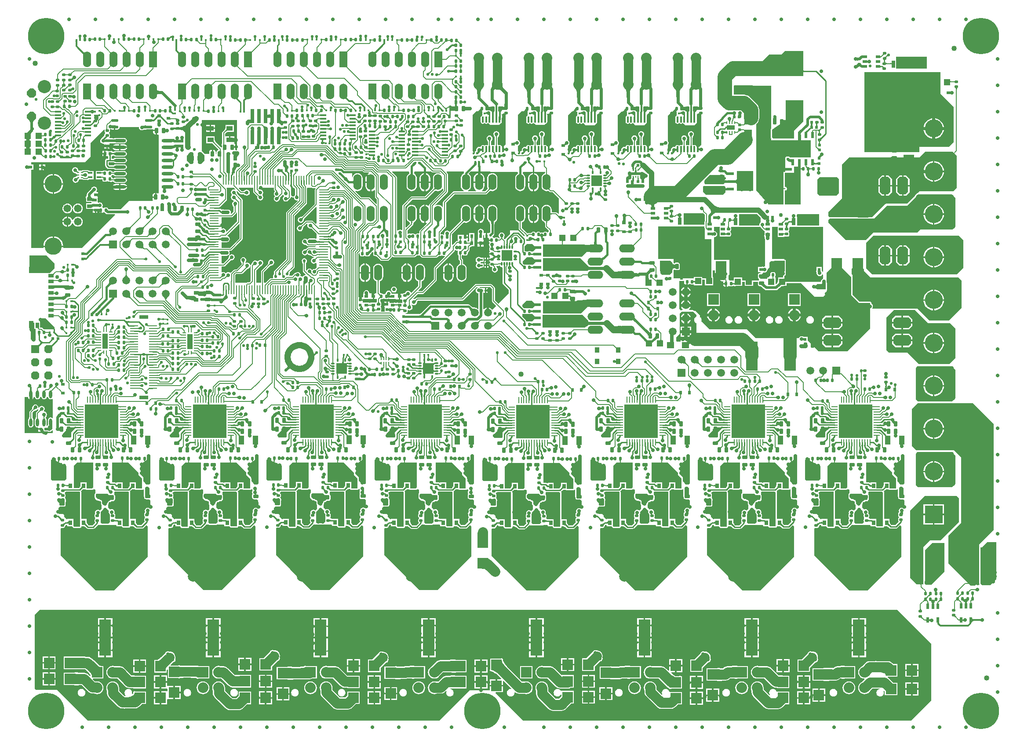
<source format=gtl>
G04*
G04 #@! TF.GenerationSoftware,Altium Limited,Altium Designer,21.0.8 (223)*
G04*
G04 Layer_Physical_Order=1*
G04 Layer_Color=255*
%FSLAX25Y25*%
%MOIN*%
G70*
G04*
G04 #@! TF.SameCoordinates,5566C36B-964F-41A9-A7E5-395C2F312E01*
G04*
G04*
G04 #@! TF.FilePolarity,Positive*
G04*
G01*
G75*
%ADD10C,0.01400*%
%ADD11C,0.01000*%
%ADD12C,0.00800*%
%ADD16C,0.01200*%
%ADD20C,0.02400*%
%ADD24C,0.00787*%
%ADD25C,0.00600*%
%ADD29C,0.00700*%
%ADD126C,0.03200*%
%ADD223C,0.04521*%
%ADD224R,0.05512X0.05118*%
G04:AMPARAMS|DCode=225|XSize=22mil|YSize=24mil|CornerRadius=4.4mil|HoleSize=0mil|Usage=FLASHONLY|Rotation=0.000|XOffset=0mil|YOffset=0mil|HoleType=Round|Shape=RoundedRectangle|*
%AMROUNDEDRECTD225*
21,1,0.02200,0.01520,0,0,0.0*
21,1,0.01320,0.02400,0,0,0.0*
1,1,0.00880,0.00660,-0.00760*
1,1,0.00880,-0.00660,-0.00760*
1,1,0.00880,-0.00660,0.00760*
1,1,0.00880,0.00660,0.00760*
%
%ADD225ROUNDEDRECTD225*%
%ADD226R,0.09055X0.22047*%
%ADD227R,0.06299X0.01165*%
%ADD228R,0.07087X0.03150*%
%ADD229R,0.01181X0.01575*%
%ADD230R,0.01654X0.01654*%
%ADD231P,0.02339X4X90.0*%
G04:AMPARAMS|DCode=232|XSize=22mil|YSize=24mil|CornerRadius=4.4mil|HoleSize=0mil|Usage=FLASHONLY|Rotation=270.000|XOffset=0mil|YOffset=0mil|HoleType=Round|Shape=RoundedRectangle|*
%AMROUNDEDRECTD232*
21,1,0.02200,0.01520,0,0,270.0*
21,1,0.01320,0.02400,0,0,270.0*
1,1,0.00880,-0.00760,-0.00660*
1,1,0.00880,-0.00760,0.00660*
1,1,0.00880,0.00760,0.00660*
1,1,0.00880,0.00760,-0.00660*
%
%ADD232ROUNDEDRECTD232*%
%ADD233R,0.03937X0.11811*%
%ADD234R,0.00984X0.03150*%
%ADD235R,0.03150X0.00984*%
%ADD236R,0.01575X0.01181*%
%ADD237R,0.01654X0.01654*%
%ADD238R,0.04800X0.04800*%
%ADD239R,0.02165X0.01968*%
%ADD240R,0.05512X0.01900*%
%ADD241R,0.01102X0.01575*%
%ADD242O,0.04724X0.01575*%
G04:AMPARAMS|DCode=243|XSize=29.13mil|YSize=39.37mil|CornerRadius=5.83mil|HoleSize=0mil|Usage=FLASHONLY|Rotation=180.000|XOffset=0mil|YOffset=0mil|HoleType=Round|Shape=RoundedRectangle|*
%AMROUNDEDRECTD243*
21,1,0.02913,0.02772,0,0,180.0*
21,1,0.01748,0.03937,0,0,180.0*
1,1,0.01165,-0.00874,0.01386*
1,1,0.01165,0.00874,0.01386*
1,1,0.01165,0.00874,-0.01386*
1,1,0.01165,-0.00874,-0.01386*
%
%ADD243ROUNDEDRECTD243*%
%ADD244R,0.09055X0.27756*%
%ADD245R,0.13386X0.05512*%
%ADD246R,0.02362X0.03150*%
%ADD247O,0.01575X0.04724*%
%ADD248R,0.03150X0.02362*%
%ADD249R,0.06299X0.03543*%
%ADD250R,0.00984X0.01968*%
%ADD251R,0.01968X0.02165*%
%ADD252R,0.04921X0.03150*%
G04:AMPARAMS|DCode=253|XSize=29.13mil|YSize=39.37mil|CornerRadius=5.83mil|HoleSize=0mil|Usage=FLASHONLY|Rotation=90.000|XOffset=0mil|YOffset=0mil|HoleType=Round|Shape=RoundedRectangle|*
%AMROUNDEDRECTD253*
21,1,0.02913,0.02772,0,0,90.0*
21,1,0.01748,0.03937,0,0,90.0*
1,1,0.01165,0.01386,0.00874*
1,1,0.01165,0.01386,-0.00874*
1,1,0.01165,-0.01386,-0.00874*
1,1,0.01165,-0.01386,0.00874*
%
%ADD253ROUNDEDRECTD253*%
%ADD254R,0.05512X0.02362*%
%ADD255R,0.07087X0.02362*%
%ADD256R,0.08071X0.08071*%
%ADD257O,0.03150X0.01102*%
%ADD258O,0.01102X0.03150*%
%ADD259R,0.06000X0.02400*%
%ADD260R,0.07900X0.07900*%
%ADD261R,0.07900X0.07900*%
%ADD262R,0.04331X0.06693*%
%ADD263R,0.02165X0.03937*%
%ADD264R,0.04528X0.13189*%
%ADD265R,0.02953X0.03740*%
%ADD266R,0.06693X0.04331*%
%ADD267R,0.00787X0.02559*%
%ADD268R,0.00787X0.02362*%
%ADD269R,0.08071X0.08071*%
G04:AMPARAMS|DCode=270|XSize=40mil|YSize=40mil|CornerRadius=20mil|HoleSize=0mil|Usage=FLASHONLY|Rotation=180.000|XOffset=0mil|YOffset=0mil|HoleType=Round|Shape=RoundedRectangle|*
%AMROUNDEDRECTD270*
21,1,0.04000,0.00000,0,0,180.0*
21,1,0.00000,0.04000,0,0,180.0*
1,1,0.04000,0.00000,0.00000*
1,1,0.04000,0.00000,0.00000*
1,1,0.04000,0.00000,0.00000*
1,1,0.04000,0.00000,0.00000*
%
%ADD270ROUNDEDRECTD270*%
%ADD271O,0.04724X0.00984*%
%ADD272O,0.00984X0.04724*%
%ADD273R,0.20079X0.20079*%
%ADD274R,0.03937X0.02756*%
%ADD275R,0.04724X0.04134*%
%ADD276R,0.04724X0.04528*%
%ADD277R,0.04724X0.05709*%
%ADD278R,0.02731X0.03937*%
%ADD279R,0.03543X0.05512*%
%ADD280O,0.02362X0.05906*%
%ADD281R,0.02953X0.11024*%
%ADD282O,0.07087X0.00981*%
%ADD283O,0.00981X0.07087*%
%ADD284R,0.04724X0.03543*%
%ADD285O,0.09055X0.02362*%
G04:AMPARAMS|DCode=286|XSize=40mil|YSize=40mil|CornerRadius=20mil|HoleSize=0mil|Usage=FLASHONLY|Rotation=270.000|XOffset=0mil|YOffset=0mil|HoleType=Round|Shape=RoundedRectangle|*
%AMROUNDEDRECTD286*
21,1,0.04000,0.00000,0,0,270.0*
21,1,0.00000,0.04000,0,0,270.0*
1,1,0.04000,0.00000,0.00000*
1,1,0.04000,0.00000,0.00000*
1,1,0.04000,0.00000,0.00000*
1,1,0.04000,0.00000,0.00000*
%
%ADD286ROUNDEDRECTD286*%
%ADD287R,0.03347X0.02362*%
%ADD288R,0.02400X0.02400*%
%ADD289R,0.03543X0.03937*%
%ADD290R,0.03543X0.01575*%
%ADD291R,0.01280X0.01063*%
%ADD292R,0.08000X0.08000*%
%ADD293R,0.03150X0.02165*%
%ADD294O,0.05709X0.02165*%
%ADD295R,0.03465X0.02638*%
%ADD296R,0.03740X0.10630*%
%ADD297R,0.08300X0.05000*%
%ADD298R,0.13780X0.16142*%
%ADD299R,0.02165X0.04921*%
%ADD300R,0.12205X0.09449*%
%ADD301R,0.02800X0.05600*%
%ADD302R,0.19700X0.17000*%
%ADD303R,0.10630X0.03740*%
%ADD304R,0.02638X0.03465*%
%ADD305R,0.02400X0.02400*%
%ADD306C,0.02800*%
%ADD307C,0.10000*%
%ADD308C,0.01500*%
%ADD309C,0.03000*%
%ADD310C,0.02200*%
%ADD311C,0.02000*%
%ADD312C,0.01968*%
%ADD313C,0.01600*%
%ADD314C,0.04000*%
%ADD315C,0.00650*%
%ADD316C,0.01150*%
%ADD317C,0.00655*%
%ADD318C,0.12000*%
%ADD319C,0.00900*%
%ADD320C,0.11000*%
%ADD321C,0.01010*%
%ADD322C,0.02700*%
%ADD323C,0.01800*%
%ADD324C,0.02600*%
%ADD325C,0.07500*%
%ADD326C,0.07000*%
%ADD327C,0.05000*%
%ADD328C,0.01100*%
%ADD329C,0.01900*%
%ADD330C,0.02300*%
%ADD331C,0.02500*%
%ADD332C,0.01700*%
%ADD333R,0.25394X0.25197*%
%ADD334R,0.05906X0.05906*%
%ADD335C,0.05906*%
%ADD336P,0.06711X8X292.5*%
%ADD337R,0.06200X0.06200*%
%ADD338O,0.06000X0.12000*%
%ADD339R,0.06000X0.12000*%
%ADD340C,0.27559*%
%ADD341C,0.08000*%
%ADD342O,0.13598X0.13600*%
%ADD343R,0.13598X0.13600*%
%ADD344O,0.12000X0.06000*%
%ADD345R,0.05906X0.05906*%
G04:AMPARAMS|DCode=346|XSize=133mil|YSize=83mil|CornerRadius=0mil|HoleSize=0mil|Usage=FLASHONLY|Rotation=180.000|XOffset=0mil|YOffset=0mil|HoleType=Round|Shape=Octagon|*
%AMOCTAGOND346*
4,1,8,-0.06650,0.02075,-0.06650,-0.02075,-0.04575,-0.04150,0.04575,-0.04150,0.06650,-0.02075,0.06650,0.02075,0.04575,0.04150,-0.04575,0.04150,-0.06650,0.02075,0.0*
%
%ADD346OCTAGOND346*%

%ADD347C,0.10000*%
%ADD348P,0.07577X8X292.5*%
%ADD349C,0.13050*%
%ADD350C,0.05800*%
G04:AMPARAMS|DCode=351|XSize=133mil|YSize=83mil|CornerRadius=0mil|HoleSize=0mil|Usage=FLASHONLY|Rotation=90.000|XOffset=0mil|YOffset=0mil|HoleType=Round|Shape=Octagon|*
%AMOCTAGOND351*
4,1,8,0.02075,0.06650,-0.02075,0.06650,-0.04150,0.04575,-0.04150,-0.04575,-0.02075,-0.06650,0.02075,-0.06650,0.04150,-0.04575,0.04150,0.04575,0.02075,0.06650,0.0*
%
%ADD351OCTAGOND351*%

%ADD352C,0.02800*%
%ADD353C,0.02300*%
%ADD354C,0.07874*%
%ADD355C,0.02900*%
%ADD356C,0.03000*%
G36*
X-544096Y409289D02*
X-544067Y408923D01*
X-544057Y408863D01*
X-543696Y408839D01*
X-543773Y408766D01*
X-543842Y408685D01*
X-543902Y408596D01*
X-543955Y408499D01*
X-543961Y408485D01*
X-543919Y408392D01*
X-543864Y408300D01*
X-543801Y408226D01*
X-543731Y408169D01*
X-544062D01*
X-544064Y408163D01*
X-544084Y408035D01*
X-544096Y407900D01*
X-544100Y407756D01*
X-545300Y407842D01*
X-545303Y407984D01*
X-545314Y408120D01*
X-545321Y408169D01*
X-545669D01*
X-545599Y408226D01*
X-545536Y408300D01*
X-545481Y408392D01*
X-545433Y408499D01*
X-545413Y408559D01*
X-545427Y408597D01*
X-545473Y408699D01*
X-545526Y408794D01*
X-545585Y408883D01*
X-545652Y408965D01*
X-545331Y408945D01*
X-545315Y409097D01*
X-545300Y409496D01*
X-544100D01*
X-544096Y409289D01*
D02*
G37*
G36*
X-364616Y408839D02*
X-364609Y408770D01*
X-364310Y408765D01*
X-364369Y408703D01*
X-364422Y408635D01*
X-364468Y408560D01*
X-364509Y408480D01*
X-364538Y408404D01*
X-364503Y408307D01*
X-364452Y408199D01*
X-364391Y408102D01*
X-364320Y408014D01*
X-364241Y407936D01*
X-364152Y407869D01*
X-364620D01*
X-364620Y407865D01*
X-364813Y407869D01*
X-366089D01*
X-366000Y407936D01*
X-365920Y408014D01*
X-365850Y408102D01*
X-365789Y408199D01*
X-365738Y408307D01*
X-365697Y408420D01*
X-365728Y408502D01*
X-365767Y408584D01*
X-365812Y408660D01*
X-365863Y408729D01*
X-365919Y408793D01*
X-365630Y408788D01*
X-365625Y408839D01*
X-365620Y408996D01*
X-364620D01*
X-364616Y408839D01*
D02*
G37*
G36*
X-386916D02*
X-386902Y408691D01*
X-386882Y408574D01*
X-386613Y408572D01*
X-386671Y408509D01*
X-386723Y408441D01*
X-386770Y408366D01*
X-386801Y408302D01*
X-386752Y408199D01*
X-386691Y408102D01*
X-386620Y408014D01*
X-386541Y407936D01*
X-386452Y407869D01*
X-386911D01*
X-386917Y407788D01*
X-386920Y407669D01*
X-387920Y407679D01*
X-387923Y407797D01*
X-387929Y407869D01*
X-388389D01*
X-388300Y407936D01*
X-388220Y408014D01*
X-388150Y408102D01*
X-388089Y408199D01*
X-388038Y408307D01*
X-388036Y408311D01*
X-388068Y408378D01*
X-388114Y408453D01*
X-388165Y408523D01*
X-388223Y408586D01*
X-387957Y408584D01*
X-387939Y408691D01*
X-387925Y408839D01*
X-387920Y408996D01*
X-386920D01*
X-386916Y408839D01*
D02*
G37*
G36*
X-467138Y408467D02*
X-466826Y408459D01*
X-466885Y408398D01*
X-466938Y408330D01*
X-466985Y408256D01*
X-467026Y408175D01*
X-467060Y408089D01*
X-467089Y407996D01*
X-467107Y407911D01*
X-467088Y407615D01*
X-467075Y407585D01*
X-467060Y407575D01*
X-467138D01*
X-467139Y407561D01*
X-467658Y407575D01*
X-468217D01*
X-468202Y407585D01*
X-468189Y407615D01*
X-468177Y407665D01*
X-468167Y407735D01*
X-468157Y407864D01*
X-468165Y407925D01*
X-468186Y408025D01*
X-468213Y408118D01*
X-468245Y408207D01*
X-468284Y408289D01*
X-468328Y408365D01*
X-468379Y408435D01*
X-468435Y408499D01*
X-468140Y408492D01*
X-468139Y408575D01*
X-467139D01*
X-467138Y408467D01*
D02*
G37*
G36*
X-350116Y408638D02*
X-350102Y408491D01*
X-350078Y408353D01*
X-350073Y408333D01*
X-349788Y408305D01*
X-349851Y408248D01*
X-349907Y408184D01*
X-349957Y408113D01*
X-349984Y408066D01*
X-349952Y407999D01*
X-349891Y407902D01*
X-349820Y407814D01*
X-349741Y407736D01*
X-349652Y407669D01*
X-350105D01*
X-350107Y407658D01*
X-350117Y407546D01*
X-350120Y407428D01*
X-351120Y407535D01*
X-351123Y407653D01*
X-351125Y407669D01*
X-351589D01*
X-351500Y407736D01*
X-351420Y407814D01*
X-351350Y407902D01*
X-351289Y407999D01*
X-351238Y408107D01*
X-351219Y408160D01*
X-351253Y408242D01*
X-351293Y408320D01*
X-351339Y408393D01*
X-351390Y408460D01*
X-351148Y408436D01*
X-351139Y408491D01*
X-351125Y408638D01*
X-351120Y408796D01*
X-350120D01*
X-350116Y408638D01*
D02*
G37*
G36*
X-525438Y408685D02*
X-525419Y408390D01*
X-524951Y408381D01*
X-525043Y408287D01*
X-525126Y408188D01*
X-525200Y408085D01*
X-525263Y407978D01*
X-525317Y407866D01*
X-525360Y407750D01*
X-525395Y407630D01*
X-525419Y407505D01*
X-525434Y407376D01*
X-525439Y407242D01*
X-526439Y407264D01*
X-526443Y407397D01*
X-526457Y407526D01*
X-526481Y407651D01*
X-526514Y407773D01*
X-526556Y407890D01*
X-526608Y408004D01*
X-526670Y408114D01*
X-526740Y408220D01*
X-526821Y408322D01*
X-526910Y408420D01*
X-526448Y408411D01*
X-526439Y408875D01*
X-525439D01*
X-525438Y408685D01*
D02*
G37*
G36*
X-401538Y408385D02*
X-401537Y408367D01*
X-401226Y408359D01*
X-401285Y408298D01*
X-401338Y408230D01*
X-401385Y408156D01*
X-401426Y408075D01*
X-401460Y407989D01*
X-401488Y407896D01*
X-401502Y407833D01*
X-401488Y407615D01*
X-401475Y407585D01*
X-401460Y407575D01*
X-401536D01*
X-401539Y407461D01*
X-402539Y407489D01*
X-402541Y407575D01*
X-402617D01*
X-402602Y407585D01*
X-402589Y407615D01*
X-402577Y407665D01*
X-402567Y407735D01*
X-402562Y407800D01*
X-402565Y407825D01*
X-402586Y407925D01*
X-402613Y408018D01*
X-402645Y408107D01*
X-402684Y408189D01*
X-402728Y408265D01*
X-402779Y408335D01*
X-402835Y408399D01*
X-402542Y408392D01*
X-402539Y408575D01*
X-401539D01*
X-401538Y408385D01*
D02*
G37*
G36*
X-508477Y408387D02*
X-508502Y408412D01*
X-508539Y408435D01*
X-508587Y408455D01*
X-508647Y408472D01*
X-508719Y408487D01*
X-508802Y408499D01*
X-509003Y408515D01*
X-509250Y408520D01*
Y409520D01*
X-509130Y409522D01*
X-508834Y409544D01*
X-508756Y409558D01*
X-508690Y409574D01*
X-508634Y409594D01*
X-508589Y409616D01*
X-508554Y409642D01*
X-508531Y409670D01*
X-508477Y408387D01*
D02*
G37*
G36*
X-430016Y408739D02*
X-430002Y408591D01*
X-429978Y408453D01*
X-429958Y408374D01*
X-429712Y408372D01*
X-429771Y408309D01*
X-429823Y408241D01*
X-429870Y408166D01*
X-429877Y408151D01*
X-429852Y408099D01*
X-429791Y408002D01*
X-429720Y407914D01*
X-429641Y407836D01*
X-429552Y407769D01*
X-429998D01*
X-430008Y407699D01*
X-430017Y407588D01*
X-430020Y407470D01*
X-431020Y407479D01*
X-431023Y407597D01*
X-431033Y407709D01*
X-431041Y407769D01*
X-431489D01*
X-431400Y407836D01*
X-431320Y407914D01*
X-431250Y408002D01*
X-431189Y408099D01*
X-431160Y408160D01*
X-431168Y408178D01*
X-431214Y408253D01*
X-431265Y408323D01*
X-431322Y408386D01*
X-431080Y408384D01*
X-431063Y408453D01*
X-431039Y408591D01*
X-431025Y408739D01*
X-431020Y408896D01*
X-430020D01*
X-430016Y408739D01*
D02*
G37*
G36*
X-485481Y408285D02*
X-485479Y408250D01*
X-485158Y408230D01*
X-485219Y408171D01*
X-485275Y408105D01*
X-485323Y408033D01*
X-485365Y407954D01*
X-485401Y407868D01*
X-485430Y407776D01*
X-485444Y407714D01*
X-485432Y407515D01*
X-485418Y407485D01*
X-485403Y407475D01*
X-485477D01*
X-485479Y407461D01*
X-485482Y407343D01*
X-486482Y407412D01*
X-486483Y407475D01*
X-486560D01*
X-486546Y407485D01*
X-486532Y407515D01*
X-486520Y407565D01*
X-486510Y407635D01*
X-486504Y407715D01*
X-486507Y407749D01*
X-486527Y407849D01*
X-486553Y407944D01*
X-486584Y408033D01*
X-486621Y408116D01*
X-486663Y408193D01*
X-486711Y408265D01*
X-486765Y408330D01*
X-486485Y408313D01*
X-486482Y408475D01*
X-485482D01*
X-485481Y408285D01*
D02*
G37*
G36*
X-343930Y408269D02*
X-343621Y408263D01*
X-343680Y408202D01*
X-343733Y408134D01*
X-343780Y408059D01*
X-343820Y407979D01*
X-343854Y407892D01*
X-343882Y407799D01*
X-343884Y407790D01*
X-343882Y407775D01*
X-343854Y407665D01*
X-343819Y407575D01*
X-343778Y407505D01*
X-343731Y407455D01*
X-343677Y407425D01*
X-343618Y407415D01*
X-343931D01*
X-343932Y407364D01*
X-344932Y407385D01*
X-344933Y407415D01*
X-345247D01*
X-345187Y407425D01*
X-345134Y407455D01*
X-345087Y407505D01*
X-345046Y407575D01*
X-345011Y407665D01*
X-344983Y407775D01*
X-344977Y407807D01*
X-344980Y407821D01*
X-345007Y407915D01*
X-345040Y408003D01*
X-345078Y408085D01*
X-345123Y408161D01*
X-345174Y408230D01*
X-345231Y408294D01*
X-344937Y408289D01*
X-344932Y408415D01*
X-343932D01*
X-343930Y408269D01*
D02*
G37*
G36*
X-509317Y408246D02*
X-509512Y408044D01*
X-509819Y407681D01*
X-509932Y407520D01*
X-510018Y407372D01*
X-510076Y407237D01*
X-510107Y407116D01*
X-510111Y407008D01*
X-510087Y406913D01*
X-510036Y406832D01*
X-511338Y408334D01*
X-511266Y408274D01*
X-511178Y408244D01*
X-511075Y408242D01*
X-510957Y408270D01*
X-510823Y408328D01*
X-510674Y408414D01*
X-510510Y408530D01*
X-510330Y408675D01*
X-509924Y409053D01*
X-509317Y408246D01*
D02*
G37*
G36*
X-478200Y408983D02*
X-477898Y408986D01*
X-477955Y408923D01*
X-478007Y408853D01*
X-478052Y408778D01*
X-478091Y408696D01*
X-478125Y408609D01*
X-478150Y408521D01*
X-478125Y408425D01*
X-478083Y408307D01*
X-478031Y408199D01*
X-477970Y408102D01*
X-477900Y408014D01*
X-477820Y407936D01*
X-477731Y407869D01*
X-479669D01*
X-479580Y407936D01*
X-479500Y408014D01*
X-479430Y408102D01*
X-479369Y408199D01*
X-479317Y408307D01*
X-479275Y408425D01*
X-479252Y408514D01*
X-479277Y408598D01*
X-479311Y408685D01*
X-479351Y408766D01*
X-479397Y408841D01*
X-479449Y408909D01*
X-479508Y408972D01*
X-479201Y408974D01*
X-479200Y408996D01*
X-478200D01*
X-478200Y408983D01*
D02*
G37*
G36*
X-500695Y408839D02*
X-500681Y408691D01*
X-500680Y408683D01*
X-500398Y408686D01*
X-500455Y408623D01*
X-500507Y408553D01*
X-500552Y408478D01*
X-500591Y408396D01*
X-500603Y408364D01*
X-500583Y408307D01*
X-500531Y408199D01*
X-500470Y408102D01*
X-500400Y408014D01*
X-500320Y407936D01*
X-500231Y407869D01*
X-500698D01*
X-500700Y407779D01*
X-501700Y407769D01*
X-501703Y407869D01*
X-502169D01*
X-502080Y407936D01*
X-502000Y408014D01*
X-501930Y408102D01*
X-501869Y408199D01*
X-501817Y408307D01*
X-501800Y408356D01*
X-501811Y408385D01*
X-501851Y408466D01*
X-501897Y408541D01*
X-501949Y408609D01*
X-502008Y408672D01*
X-501721Y408674D01*
X-501719Y408691D01*
X-501705Y408839D01*
X-501700Y408996D01*
X-500700D01*
X-500695Y408839D01*
D02*
G37*
G36*
X-420260Y408739D02*
X-420247Y408601D01*
X-419973Y408611D01*
X-420029Y408546D01*
X-420078Y408476D01*
X-420122Y408399D01*
X-420160Y408317D01*
X-420173Y408279D01*
X-420148Y408207D01*
X-420096Y408099D01*
X-420035Y408002D01*
X-419965Y407914D01*
X-419885Y407836D01*
X-419796Y407769D01*
X-420263D01*
X-420265Y407698D01*
X-421265Y407654D01*
X-421268Y407769D01*
X-421733D01*
X-421644Y407836D01*
X-421564Y407914D01*
X-421494Y408002D01*
X-421433Y408099D01*
X-421382Y408207D01*
X-421369Y408242D01*
X-421379Y408266D01*
X-421420Y408346D01*
X-421468Y408420D01*
X-421522Y408487D01*
X-421582Y408547D01*
X-421289Y408559D01*
X-421283Y408591D01*
X-421269Y408739D01*
X-421265Y408896D01*
X-420265D01*
X-420260Y408739D01*
D02*
G37*
G36*
X-573706Y408990D02*
X-573682Y408700D01*
X-573330D01*
X-573402Y408622D01*
X-573467Y408537D01*
X-573524Y408444D01*
X-573573Y408345D01*
X-573599Y408279D01*
X-573574Y408203D01*
X-573525Y408094D01*
X-573468Y408003D01*
X-573403Y407927D01*
X-573331Y407869D01*
X-573695D01*
X-573706Y407738D01*
X-573710Y407595D01*
X-574910D01*
X-574914Y407738D01*
X-574925Y407869D01*
X-575269D01*
X-575201Y407925D01*
X-575140Y407998D01*
X-575086Y408089D01*
X-575039Y408196D01*
X-575017Y408267D01*
X-575047Y408345D01*
X-575096Y408444D01*
X-575153Y408537D01*
X-575218Y408622D01*
X-575290Y408700D01*
X-574934D01*
X-574925Y408795D01*
X-574910Y409196D01*
X-573710D01*
X-573706Y408990D01*
D02*
G37*
G36*
X-463395Y408739D02*
X-463381Y408591D01*
X-463363Y408484D01*
X-463098Y408486D01*
X-463155Y408423D01*
X-463207Y408353D01*
X-463252Y408278D01*
X-463284Y408211D01*
X-463283Y408207D01*
X-463231Y408099D01*
X-463170Y408002D01*
X-463100Y407914D01*
X-463021Y407836D01*
X-462931Y407769D01*
X-463391D01*
X-463397Y407697D01*
X-463400Y407579D01*
X-464400Y407570D01*
X-464403Y407688D01*
X-464410Y407769D01*
X-464869D01*
X-464780Y407836D01*
X-464700Y407914D01*
X-464630Y408002D01*
X-464569Y408099D01*
X-464519Y408202D01*
X-464551Y408266D01*
X-464597Y408341D01*
X-464649Y408409D01*
X-464708Y408472D01*
X-464439Y408474D01*
X-464419Y408591D01*
X-464405Y408739D01*
X-464400Y408896D01*
X-463400D01*
X-463395Y408739D01*
D02*
G37*
G36*
X-555201Y408700D02*
X-554730D01*
X-554821Y408604D01*
X-554903Y408504D01*
X-554975Y408399D01*
X-555037Y408291D01*
X-555090Y408178D01*
X-555133Y408061D01*
X-555164Y407952D01*
X-555160Y407875D01*
X-555179D01*
X-555191Y407815D01*
X-555205Y407686D01*
X-555210Y407552D01*
X-556210D01*
X-556215Y407686D01*
X-556229Y407815D01*
X-556241Y407875D01*
X-556317D01*
X-556297Y407885D01*
X-556279Y407915D01*
X-556263Y407965D01*
X-556262Y407970D01*
X-556287Y408061D01*
X-556330Y408178D01*
X-556383Y408291D01*
X-556445Y408399D01*
X-556517Y408504D01*
X-556599Y408604D01*
X-556690Y408700D01*
X-556214D01*
X-556210Y408875D01*
X-555210D01*
X-555201Y408700D01*
D02*
G37*
G36*
X-360563Y408716D02*
X-360615Y408647D01*
X-360661Y408572D01*
X-360700Y408491D01*
X-360734Y408403D01*
X-360761Y408310D01*
X-360783Y408210D01*
X-360798Y408104D01*
X-360807Y407996D01*
X-360803Y407475D01*
X-361960D01*
X-361932Y407485D01*
X-361906Y407515D01*
X-361884Y407565D01*
X-361864Y407635D01*
X-361848Y407725D01*
X-361834Y407835D01*
X-361819Y408067D01*
X-361822Y408104D01*
X-361838Y408210D01*
X-361859Y408310D01*
X-361887Y408403D01*
X-361920Y408491D01*
X-361960Y408572D01*
X-362005Y408647D01*
X-362057Y408716D01*
X-362115Y408779D01*
X-360505D01*
X-360563Y408716D01*
D02*
G37*
G36*
X-437510Y408379D02*
X-437205D01*
X-437263Y408316D01*
X-437315Y408247D01*
X-437361Y408172D01*
X-437400Y408091D01*
X-437434Y408003D01*
X-437461Y407910D01*
X-437480Y407824D01*
X-437460Y407515D01*
X-437447Y407485D01*
X-437432Y407475D01*
X-437510D01*
X-437510Y407474D01*
X-438510D01*
X-438510Y407475D01*
X-438589D01*
X-438574Y407485D01*
X-438560Y407515D01*
X-438549Y407565D01*
X-438539Y407635D01*
X-438529Y407752D01*
X-438538Y407810D01*
X-438559Y407910D01*
X-438587Y408003D01*
X-438620Y408091D01*
X-438660Y408172D01*
X-438705Y408247D01*
X-438757Y408316D01*
X-438815Y408379D01*
X-438512D01*
X-438510Y408475D01*
X-437510D01*
X-437510Y408379D01*
D02*
G37*
G36*
X-444710D02*
X-444405D01*
X-444463Y408316D01*
X-444515Y408247D01*
X-444561Y408172D01*
X-444600Y408091D01*
X-444634Y408003D01*
X-444661Y407910D01*
X-444680Y407824D01*
X-444660Y407515D01*
X-444647Y407485D01*
X-444632Y407475D01*
X-444710D01*
X-444710Y407474D01*
X-445710D01*
X-445710Y407475D01*
X-445789D01*
X-445774Y407485D01*
X-445760Y407515D01*
X-445749Y407565D01*
X-445739Y407635D01*
X-445729Y407752D01*
X-445738Y407810D01*
X-445759Y407910D01*
X-445787Y408003D01*
X-445820Y408091D01*
X-445860Y408172D01*
X-445905Y408247D01*
X-445957Y408316D01*
X-446015Y408379D01*
X-445712D01*
X-445710Y408475D01*
X-444710D01*
X-444710Y408379D01*
D02*
G37*
G36*
X-423967Y408369D02*
X-423665D01*
X-423723Y408306D01*
X-423775Y408237D01*
X-423821Y408162D01*
X-423860Y408080D01*
X-423894Y407993D01*
X-423912Y407932D01*
X-423898Y407875D01*
X-423857Y407765D01*
X-423807Y407675D01*
X-423748Y407605D01*
X-423680Y407555D01*
X-423603Y407525D01*
X-423518Y407515D01*
X-423969D01*
X-423970Y407464D01*
X-424970D01*
X-424971Y407515D01*
X-425147D01*
X-425113Y407525D01*
X-425083Y407555D01*
X-425057Y407605D01*
X-425034Y407675D01*
X-425014Y407765D01*
X-425004Y407832D01*
X-425019Y407900D01*
X-425046Y407993D01*
X-425080Y408080D01*
X-425119Y408162D01*
X-425165Y408237D01*
X-425217Y408306D01*
X-425275Y408369D01*
X-424973D01*
X-424970Y408515D01*
X-423970D01*
X-423967Y408369D01*
D02*
G37*
G36*
X-397981Y408392D02*
X-397685Y408399D01*
X-397742Y408335D01*
X-397792Y408265D01*
X-397836Y408189D01*
X-397875Y408107D01*
X-397908Y408018D01*
X-397934Y407925D01*
X-397947Y407862D01*
X-397932Y407615D01*
X-397918Y407585D01*
X-397903Y407575D01*
X-397980D01*
X-397982Y407489D01*
X-398982Y407461D01*
X-398985Y407575D01*
X-399060D01*
X-399045Y407585D01*
X-399032Y407615D01*
X-399020Y407665D01*
X-399010Y407735D01*
X-399007Y407776D01*
X-399010Y407797D01*
X-399032Y407896D01*
X-399060Y407989D01*
X-399095Y408075D01*
X-399135Y408156D01*
X-399182Y408230D01*
X-399235Y408298D01*
X-399295Y408359D01*
X-398986Y408367D01*
X-398982Y408575D01*
X-397982D01*
X-397981Y408392D01*
D02*
G37*
G36*
X-577185Y408695D02*
X-577237Y408626D01*
X-577283Y408551D01*
X-577322Y408469D01*
X-577356Y408382D01*
X-577384Y408288D01*
X-577405Y408189D01*
X-577419Y408092D01*
X-577404Y407905D01*
X-577382Y407775D01*
X-577354Y407665D01*
X-577319Y407575D01*
X-577278Y407505D01*
X-577231Y407455D01*
X-577177Y407425D01*
X-577117Y407415D01*
X-578747D01*
X-578687Y407425D01*
X-578634Y407455D01*
X-578586Y407505D01*
X-578546Y407575D01*
X-578511Y407665D01*
X-578483Y407775D01*
X-578461Y407905D01*
X-578445Y408055D01*
X-578444Y408078D01*
X-578444Y408083D01*
X-578460Y408189D01*
X-578481Y408288D01*
X-578509Y408382D01*
X-578542Y408469D01*
X-578582Y408551D01*
X-578627Y408626D01*
X-578679Y408695D01*
X-578737Y408757D01*
X-577127D01*
X-577185Y408695D01*
D02*
G37*
G36*
X-340581Y408291D02*
X-340285Y408299D01*
X-340342Y408235D01*
X-340392Y408165D01*
X-340437Y408089D01*
X-340475Y408007D01*
X-340508Y407919D01*
X-340534Y407825D01*
X-340552Y407738D01*
X-340532Y407415D01*
X-340518Y407385D01*
X-340503Y407375D01*
X-341062D01*
X-341582Y407361D01*
X-341582Y407375D01*
X-341660D01*
X-341646Y407385D01*
X-341632Y407415D01*
X-341620Y407465D01*
X-341610Y407535D01*
X-341602Y407641D01*
X-341610Y407697D01*
X-341632Y407796D01*
X-341660Y407889D01*
X-341694Y407975D01*
X-341735Y408056D01*
X-341782Y408130D01*
X-341835Y408198D01*
X-341895Y408259D01*
X-341584Y408267D01*
X-341582Y408375D01*
X-340582D01*
X-340581Y408291D01*
D02*
G37*
G36*
X-508159Y408315D02*
X-507188D01*
X-507186Y408197D01*
X-506850Y408157D01*
X-506914Y408101D01*
X-506972Y408039D01*
X-507022Y407969D01*
X-507066Y407893D01*
X-507103Y407809D01*
X-507134Y407719D01*
X-507141Y407691D01*
X-507138Y407675D01*
X-507109Y407565D01*
X-507075Y407475D01*
X-507034Y407405D01*
X-506987Y407355D01*
X-506933Y407325D01*
X-506873Y407315D01*
X-507187D01*
X-507188Y407287D01*
X-507394Y407315D01*
X-508503D01*
X-508443Y407325D01*
X-508390Y407355D01*
X-508342Y407405D01*
X-508301Y407475D01*
X-508267Y407565D01*
X-508239Y407675D01*
X-508218Y407795D01*
X-508230Y407860D01*
X-508253Y407955D01*
X-508282Y408045D01*
X-508316Y408130D01*
X-508354Y408209D01*
X-508399Y408282D01*
X-508448Y408350D01*
X-508159Y408315D01*
D02*
G37*
G36*
X-322068Y408280D02*
X-322064Y408229D01*
X-321566D01*
X-321662Y408131D01*
X-321748Y408032D01*
X-321824Y407934D01*
X-321889Y407835D01*
X-321897Y407821D01*
X-321879Y407809D01*
X-321828Y407791D01*
X-321771Y407784D01*
X-321918D01*
X-321945Y407737D01*
X-321990Y407640D01*
X-322026Y407542D01*
X-322051Y407445D01*
X-322066Y407347D01*
X-322071Y407251D01*
X-322671D01*
X-322676Y407347D01*
X-322691Y407445D01*
X-322717Y407542D01*
X-322752Y407640D01*
X-322797Y407737D01*
X-322824Y407784D01*
X-322971D01*
X-322914Y407791D01*
X-322863Y407809D01*
X-322845Y407821D01*
X-322853Y407835D01*
X-322919Y407934D01*
X-322994Y408032D01*
X-323080Y408131D01*
X-323176Y408229D01*
X-322679D01*
X-322674Y408280D01*
X-322671Y408396D01*
X-322071D01*
X-322068Y408280D01*
D02*
G37*
G36*
X-317974Y408080D02*
X-318060Y407981D01*
X-318136Y407883D01*
X-318202Y407785D01*
X-318257Y407687D01*
X-318303Y407589D01*
X-318338Y407491D01*
X-318347Y407458D01*
X-318338Y407425D01*
X-318319Y407371D01*
X-318295Y407329D01*
X-318268Y407299D01*
X-318237Y407281D01*
X-318203Y407275D01*
X-318380Y407273D01*
X-318383Y407200D01*
X-318983D01*
X-318987Y407267D01*
X-319283Y407263D01*
X-319226Y407270D01*
X-319175Y407289D01*
X-319130Y407320D01*
X-319091Y407363D01*
X-319058Y407418D01*
X-319031Y407485D01*
X-319029Y407493D01*
X-319064Y407589D01*
X-319110Y407687D01*
X-319165Y407785D01*
X-319231Y407883D01*
X-319307Y407981D01*
X-319392Y408080D01*
X-319488Y408179D01*
X-317878D01*
X-317974Y408080D01*
D02*
G37*
G36*
X-383281Y408385D02*
X-383262Y408092D01*
X-382985Y408099D01*
X-383042Y408035D01*
X-383092Y407965D01*
X-383137Y407889D01*
X-383175Y407807D01*
X-383208Y407719D01*
X-383233Y407631D01*
X-383232Y407615D01*
X-383218Y407585D01*
X-383203Y407575D01*
X-383245D01*
X-383255Y407524D01*
X-383270Y407418D01*
X-383279Y407306D01*
X-383282Y407189D01*
X-384282Y407161D01*
X-384285Y407279D01*
X-384294Y407391D01*
X-384310Y407497D01*
X-384327Y407575D01*
X-384360D01*
X-384346Y407585D01*
X-384336Y407608D01*
X-384360Y407689D01*
X-384395Y407775D01*
X-384435Y407856D01*
X-384482Y407930D01*
X-384535Y407998D01*
X-384595Y408059D01*
X-384292Y408067D01*
X-384282Y408575D01*
X-383282D01*
X-383281Y408385D01*
D02*
G37*
G36*
X-307368Y408180D02*
X-307364Y408130D01*
X-306866D01*
X-306962Y408031D01*
X-307048Y407932D01*
X-307124Y407833D01*
X-307189Y407735D01*
X-307197Y407721D01*
X-307179Y407709D01*
X-307128Y407690D01*
X-307071Y407684D01*
X-307218D01*
X-307245Y407637D01*
X-307290Y407540D01*
X-307326Y407442D01*
X-307351Y407345D01*
X-307366Y407247D01*
X-307371Y407151D01*
X-307971D01*
X-307976Y407247D01*
X-307991Y407345D01*
X-308017Y407442D01*
X-308052Y407540D01*
X-308097Y407637D01*
X-308124Y407684D01*
X-308271D01*
X-308214Y407690D01*
X-308163Y407709D01*
X-308145Y407721D01*
X-308153Y407735D01*
X-308219Y407833D01*
X-308294Y407932D01*
X-308380Y408031D01*
X-308476Y408130D01*
X-307979D01*
X-307974Y408180D01*
X-307971Y408296D01*
X-307371D01*
X-307368Y408180D01*
D02*
G37*
G36*
X-515995Y406500D02*
X-516001Y406557D01*
X-516019Y406608D01*
X-516050Y406653D01*
X-516092Y406692D01*
X-516148Y406725D01*
X-516215Y406752D01*
X-516294Y406773D01*
X-516386Y406788D01*
X-516490Y406797D01*
X-516607Y406800D01*
Y407400D01*
X-516490Y407403D01*
X-516386Y407412D01*
X-516294Y407427D01*
X-516215Y407448D01*
X-516148Y407475D01*
X-516092Y407508D01*
X-516050Y407547D01*
X-516019Y407592D01*
X-516001Y407643D01*
X-515995Y407700D01*
Y406500D01*
D02*
G37*
G36*
X-517954Y407643D02*
X-517936Y407592D01*
X-517906Y407547D01*
X-517864Y407508D01*
X-517810Y407475D01*
X-517744Y407448D01*
X-517666Y407427D01*
X-517576Y407412D01*
X-517474Y407403D01*
X-517360Y407400D01*
Y406800D01*
X-517474Y406797D01*
X-517576Y406788D01*
X-517666Y406773D01*
X-517744Y406752D01*
X-517810Y406725D01*
X-517864Y406692D01*
X-517906Y406653D01*
X-517936Y406608D01*
X-517954Y406557D01*
X-517960Y406500D01*
Y407700D01*
X-517954Y407643D01*
D02*
G37*
G36*
X-530060Y406500D02*
X-530066Y406557D01*
X-530084Y406608D01*
X-530114Y406653D01*
X-530156Y406692D01*
X-530210Y406725D01*
X-530276Y406752D01*
X-530354Y406773D01*
X-530444Y406788D01*
X-530546Y406797D01*
X-530660Y406800D01*
Y407400D01*
X-530546Y407403D01*
X-530444Y407412D01*
X-530354Y407427D01*
X-530276Y407448D01*
X-530210Y407475D01*
X-530156Y407508D01*
X-530114Y407547D01*
X-530084Y407592D01*
X-530066Y407643D01*
X-530060Y407700D01*
Y406500D01*
D02*
G37*
G36*
X-532120Y407643D02*
X-532101Y407592D01*
X-532071Y407547D01*
X-532028Y407508D01*
X-531973Y407475D01*
X-531906Y407448D01*
X-531826Y407427D01*
X-531734Y407412D01*
X-531630Y407403D01*
X-531514Y407400D01*
Y406800D01*
X-531630Y406797D01*
X-531734Y406788D01*
X-531826Y406773D01*
X-531906Y406752D01*
X-531973Y406725D01*
X-532028Y406692D01*
X-532071Y406653D01*
X-532101Y406608D01*
X-532120Y406557D01*
X-532126Y406500D01*
Y407700D01*
X-532120Y407643D01*
D02*
G37*
G36*
X-538084Y406500D02*
X-538091Y406557D01*
X-538109Y406608D01*
X-538139Y406653D01*
X-538182Y406692D01*
X-538237Y406725D01*
X-538305Y406752D01*
X-538384Y406773D01*
X-538476Y406788D01*
X-538580Y406797D01*
X-538696Y406800D01*
Y407400D01*
X-538580Y407403D01*
X-538476Y407412D01*
X-538384Y407427D01*
X-538305Y407448D01*
X-538237Y407475D01*
X-538182Y407508D01*
X-538139Y407547D01*
X-538109Y407592D01*
X-538091Y407643D01*
X-538084Y407700D01*
Y406500D01*
D02*
G37*
G36*
X-539820Y407643D02*
X-539801Y407592D01*
X-539771Y407547D01*
X-539728Y407508D01*
X-539673Y407475D01*
X-539606Y407448D01*
X-539526Y407427D01*
X-539434Y407412D01*
X-539330Y407403D01*
X-539214Y407400D01*
Y406800D01*
X-539330Y406797D01*
X-539434Y406788D01*
X-539526Y406773D01*
X-539606Y406752D01*
X-539673Y406725D01*
X-539728Y406692D01*
X-539771Y406653D01*
X-539801Y406608D01*
X-539820Y406557D01*
X-539826Y406500D01*
Y407700D01*
X-539820Y407643D01*
D02*
G37*
G36*
X-559860Y406500D02*
X-559866Y406557D01*
X-559884Y406608D01*
X-559914Y406653D01*
X-559956Y406692D01*
X-560010Y406725D01*
X-560076Y406752D01*
X-560154Y406773D01*
X-560244Y406788D01*
X-560346Y406797D01*
X-560460Y406800D01*
Y407400D01*
X-560346Y407403D01*
X-560244Y407412D01*
X-560154Y407427D01*
X-560076Y407448D01*
X-560010Y407475D01*
X-559956Y407508D01*
X-559914Y407547D01*
X-559884Y407592D01*
X-559866Y407643D01*
X-559860Y407700D01*
Y406500D01*
D02*
G37*
G36*
X-561830Y407643D02*
X-561811Y407592D01*
X-561781Y407547D01*
X-561738Y407508D01*
X-561683Y407475D01*
X-561616Y407448D01*
X-561536Y407427D01*
X-561444Y407412D01*
X-561340Y407403D01*
X-561224Y407400D01*
Y406800D01*
X-561340Y406797D01*
X-561444Y406788D01*
X-561536Y406773D01*
X-561616Y406752D01*
X-561683Y406725D01*
X-561738Y406692D01*
X-561781Y406653D01*
X-561811Y406608D01*
X-561830Y406557D01*
X-561836Y406500D01*
Y407700D01*
X-561830Y407643D01*
D02*
G37*
G36*
X-567795Y406500D02*
X-567801Y406557D01*
X-567819Y406608D01*
X-567850Y406653D01*
X-567893Y406692D01*
X-567948Y406725D01*
X-568015Y406752D01*
X-568094Y406773D01*
X-568186Y406788D01*
X-568290Y406797D01*
X-568407Y406800D01*
Y407400D01*
X-568290Y407403D01*
X-568186Y407412D01*
X-568094Y407427D01*
X-568015Y407448D01*
X-567948Y407475D01*
X-567893Y407508D01*
X-567850Y407547D01*
X-567819Y407592D01*
X-567801Y407643D01*
X-567795Y407700D01*
Y406500D01*
D02*
G37*
G36*
X-569446Y407641D02*
X-569426Y407590D01*
X-569393Y407546D01*
X-569348Y407507D01*
X-569290Y407474D01*
X-569220Y407448D01*
X-569137Y407427D01*
X-569042Y407412D01*
X-568934Y407403D01*
X-568814Y407400D01*
Y406800D01*
X-568931Y406797D01*
X-569036Y406788D01*
X-569129Y406773D01*
X-569209Y406752D01*
X-569276Y406725D01*
X-569331Y406692D01*
X-569374Y406653D01*
X-569404Y406608D01*
X-569421Y406557D01*
X-569426Y406500D01*
X-569453Y407698D01*
X-569446Y407641D01*
D02*
G37*
G36*
X-369995Y406200D02*
X-370001Y406257D01*
X-370019Y406308D01*
X-370050Y406353D01*
X-370093Y406392D01*
X-370148Y406425D01*
X-370215Y406452D01*
X-370294Y406473D01*
X-370386Y406488D01*
X-370490Y406497D01*
X-370607Y406500D01*
Y407100D01*
X-370490Y407103D01*
X-370386Y407112D01*
X-370294Y407127D01*
X-370215Y407148D01*
X-370148Y407175D01*
X-370093Y407208D01*
X-370050Y407247D01*
X-370019Y407292D01*
X-370001Y407343D01*
X-369995Y407400D01*
Y406200D01*
D02*
G37*
G36*
X-371630Y407343D02*
X-371611Y407292D01*
X-371581Y407247D01*
X-371538Y407208D01*
X-371483Y407175D01*
X-371416Y407148D01*
X-371336Y407127D01*
X-371244Y407112D01*
X-371140Y407103D01*
X-371024Y407100D01*
Y406500D01*
X-371140Y406497D01*
X-371244Y406488D01*
X-371336Y406473D01*
X-371416Y406452D01*
X-371483Y406425D01*
X-371538Y406392D01*
X-371581Y406353D01*
X-371611Y406308D01*
X-371630Y406257D01*
X-371636Y406200D01*
Y407400D01*
X-371630Y407343D01*
D02*
G37*
G36*
X-377595Y406200D02*
X-377601Y406257D01*
X-377619Y406308D01*
X-377650Y406353D01*
X-377693Y406392D01*
X-377748Y406425D01*
X-377815Y406452D01*
X-377894Y406473D01*
X-377986Y406488D01*
X-378090Y406497D01*
X-378207Y406500D01*
Y407100D01*
X-378090Y407103D01*
X-377986Y407112D01*
X-377894Y407127D01*
X-377815Y407148D01*
X-377748Y407175D01*
X-377693Y407208D01*
X-377650Y407247D01*
X-377619Y407292D01*
X-377601Y407343D01*
X-377595Y407400D01*
Y406200D01*
D02*
G37*
G36*
X-379654Y407343D02*
X-379636Y407292D01*
X-379606Y407247D01*
X-379564Y407208D01*
X-379510Y407175D01*
X-379444Y407148D01*
X-379366Y407127D01*
X-379276Y407112D01*
X-379174Y407103D01*
X-379060Y407100D01*
Y406500D01*
X-379174Y406497D01*
X-379276Y406488D01*
X-379366Y406473D01*
X-379444Y406452D01*
X-379510Y406425D01*
X-379564Y406392D01*
X-379606Y406353D01*
X-379636Y406308D01*
X-379654Y406257D01*
X-379660Y406200D01*
Y407400D01*
X-379654Y407343D01*
D02*
G37*
G36*
X-392295Y406200D02*
X-392301Y406257D01*
X-392319Y406308D01*
X-392350Y406353D01*
X-392392Y406392D01*
X-392448Y406425D01*
X-392515Y406452D01*
X-392595Y406473D01*
X-392686Y406488D01*
X-392790Y406497D01*
X-392907Y406500D01*
Y407100D01*
X-392790Y407103D01*
X-392686Y407112D01*
X-392595Y407127D01*
X-392515Y407148D01*
X-392448Y407175D01*
X-392392Y407208D01*
X-392350Y407247D01*
X-392319Y407292D01*
X-392301Y407343D01*
X-392295Y407400D01*
Y406200D01*
D02*
G37*
G36*
X-394354Y407343D02*
X-394336Y407292D01*
X-394306Y407247D01*
X-394264Y407208D01*
X-394210Y407175D01*
X-394144Y407148D01*
X-394066Y407127D01*
X-393976Y407112D01*
X-393874Y407103D01*
X-393760Y407100D01*
Y406500D01*
X-393874Y406497D01*
X-393976Y406488D01*
X-394066Y406473D01*
X-394144Y406452D01*
X-394210Y406425D01*
X-394264Y406392D01*
X-394306Y406353D01*
X-394336Y406308D01*
X-394354Y406257D01*
X-394360Y406200D01*
Y407400D01*
X-394354Y407343D01*
D02*
G37*
G36*
X-406160Y406200D02*
X-406166Y406257D01*
X-406184Y406308D01*
X-406214Y406353D01*
X-406256Y406392D01*
X-406310Y406425D01*
X-406376Y406452D01*
X-406454Y406473D01*
X-406544Y406488D01*
X-406646Y406497D01*
X-406760Y406500D01*
Y407100D01*
X-406646Y407103D01*
X-406544Y407112D01*
X-406454Y407127D01*
X-406376Y407148D01*
X-406310Y407175D01*
X-406256Y407208D01*
X-406214Y407247D01*
X-406184Y407292D01*
X-406166Y407343D01*
X-406160Y407400D01*
Y406200D01*
D02*
G37*
G36*
X-408220Y407343D02*
X-408201Y407292D01*
X-408171Y407247D01*
X-408128Y407208D01*
X-408073Y407175D01*
X-408006Y407148D01*
X-407926Y407127D01*
X-407834Y407112D01*
X-407730Y407103D01*
X-407614Y407100D01*
Y406500D01*
X-407730Y406497D01*
X-407834Y406488D01*
X-407926Y406473D01*
X-408006Y406452D01*
X-408073Y406425D01*
X-408128Y406392D01*
X-408171Y406353D01*
X-408201Y406308D01*
X-408220Y406257D01*
X-408226Y406200D01*
Y407400D01*
X-408220Y407343D01*
D02*
G37*
G36*
X-471760Y406200D02*
X-471766Y406257D01*
X-471784Y406308D01*
X-471814Y406353D01*
X-471856Y406392D01*
X-471910Y406425D01*
X-471976Y406452D01*
X-472054Y406473D01*
X-472144Y406488D01*
X-472246Y406497D01*
X-472360Y406500D01*
Y407100D01*
X-472246Y407103D01*
X-472144Y407112D01*
X-472054Y407127D01*
X-471976Y407148D01*
X-471910Y407175D01*
X-471856Y407208D01*
X-471814Y407247D01*
X-471784Y407292D01*
X-471766Y407343D01*
X-471760Y407400D01*
Y406200D01*
D02*
G37*
G36*
X-473820Y407343D02*
X-473801Y407292D01*
X-473771Y407247D01*
X-473728Y407208D01*
X-473673Y407175D01*
X-473605Y407148D01*
X-473526Y407127D01*
X-473434Y407112D01*
X-473330Y407103D01*
X-473214Y407100D01*
Y406500D01*
X-473330Y406497D01*
X-473434Y406488D01*
X-473526Y406473D01*
X-473605Y406452D01*
X-473673Y406425D01*
X-473728Y406392D01*
X-473771Y406353D01*
X-473801Y406308D01*
X-473820Y406257D01*
X-473826Y406200D01*
Y407400D01*
X-473820Y407343D01*
D02*
G37*
G36*
X-494584Y406200D02*
X-494591Y406257D01*
X-494609Y406308D01*
X-494639Y406353D01*
X-494682Y406392D01*
X-494737Y406425D01*
X-494805Y406452D01*
X-494884Y406473D01*
X-494976Y406488D01*
X-495080Y406497D01*
X-495196Y406500D01*
Y407100D01*
X-495080Y407103D01*
X-494976Y407112D01*
X-494884Y407127D01*
X-494805Y407148D01*
X-494737Y407175D01*
X-494682Y407208D01*
X-494639Y407247D01*
X-494609Y407292D01*
X-494591Y407343D01*
X-494584Y407400D01*
Y406200D01*
D02*
G37*
G36*
X-496320Y407343D02*
X-496301Y407292D01*
X-496271Y407247D01*
X-496228Y407208D01*
X-496173Y407175D01*
X-496105Y407148D01*
X-496026Y407127D01*
X-495934Y407112D01*
X-495830Y407103D01*
X-495714Y407100D01*
Y406500D01*
X-495830Y406497D01*
X-495934Y406488D01*
X-496026Y406473D01*
X-496105Y406452D01*
X-496173Y406425D01*
X-496228Y406392D01*
X-496271Y406353D01*
X-496301Y406308D01*
X-496320Y406257D01*
X-496326Y406200D01*
Y407400D01*
X-496320Y407343D01*
D02*
G37*
G36*
X-355495Y406100D02*
X-355501Y406157D01*
X-355519Y406208D01*
X-355550Y406253D01*
X-355592Y406292D01*
X-355648Y406325D01*
X-355715Y406352D01*
X-355795Y406373D01*
X-355886Y406388D01*
X-355990Y406397D01*
X-356107Y406400D01*
Y407000D01*
X-355990Y407003D01*
X-355886Y407012D01*
X-355795Y407027D01*
X-355715Y407048D01*
X-355648Y407075D01*
X-355592Y407108D01*
X-355550Y407147D01*
X-355519Y407192D01*
X-355501Y407243D01*
X-355495Y407300D01*
Y406100D01*
D02*
G37*
G36*
X-357254Y407243D02*
X-357236Y407192D01*
X-357206Y407147D01*
X-357164Y407108D01*
X-357110Y407075D01*
X-357044Y407048D01*
X-356966Y407027D01*
X-356876Y407012D01*
X-356774Y407003D01*
X-356660Y407000D01*
Y406400D01*
X-356774Y406397D01*
X-356876Y406388D01*
X-356966Y406373D01*
X-357044Y406352D01*
X-357110Y406325D01*
X-357164Y406292D01*
X-357206Y406253D01*
X-357236Y406208D01*
X-357254Y406157D01*
X-357260Y406100D01*
Y407300D01*
X-357254Y407243D01*
D02*
G37*
G36*
X-414184Y406100D02*
X-414190Y406157D01*
X-414209Y406208D01*
X-414240Y406253D01*
X-414282Y406292D01*
X-414337Y406325D01*
X-414405Y406352D01*
X-414484Y406373D01*
X-414576Y406388D01*
X-414680Y406397D01*
X-414796Y406400D01*
Y407000D01*
X-414680Y407003D01*
X-414576Y407012D01*
X-414484Y407027D01*
X-414405Y407048D01*
X-414337Y407075D01*
X-414282Y407108D01*
X-414240Y407147D01*
X-414209Y407192D01*
X-414190Y407243D01*
X-414184Y407300D01*
Y406100D01*
D02*
G37*
G36*
X-415884Y407243D02*
X-415866Y407192D01*
X-415835Y407147D01*
X-415793Y407108D01*
X-415737Y407075D01*
X-415670Y407048D01*
X-415590Y407027D01*
X-415499Y407012D01*
X-415395Y407003D01*
X-415278Y407000D01*
Y406400D01*
X-415395Y406397D01*
X-415499Y406388D01*
X-415590Y406373D01*
X-415670Y406352D01*
X-415737Y406325D01*
X-415793Y406292D01*
X-415835Y406253D01*
X-415866Y406208D01*
X-415884Y406157D01*
X-415890Y406100D01*
Y407300D01*
X-415884Y407243D01*
D02*
G37*
G36*
X-449332Y406100D02*
X-449338Y406157D01*
X-449356Y406208D01*
X-449386Y406253D01*
X-449428Y406292D01*
X-449482Y406325D01*
X-449548Y406352D01*
X-449626Y406373D01*
X-449716Y406388D01*
X-449818Y406397D01*
X-449932Y406400D01*
Y407000D01*
X-449818Y407003D01*
X-449716Y407012D01*
X-449626Y407027D01*
X-449548Y407048D01*
X-449482Y407075D01*
X-449428Y407108D01*
X-449386Y407147D01*
X-449356Y407192D01*
X-449338Y407243D01*
X-449332Y407300D01*
Y406100D01*
D02*
G37*
G36*
X-451391Y407243D02*
X-451373Y407192D01*
X-451342Y407147D01*
X-451299Y407108D01*
X-451244Y407075D01*
X-451177Y407048D01*
X-451098Y407027D01*
X-451006Y407012D01*
X-450902Y407003D01*
X-450785Y407000D01*
Y406400D01*
X-450902Y406397D01*
X-451006Y406388D01*
X-451098Y406373D01*
X-451177Y406352D01*
X-451244Y406325D01*
X-451299Y406292D01*
X-451342Y406253D01*
X-451373Y406208D01*
X-451391Y406157D01*
X-451398Y406100D01*
Y407300D01*
X-451391Y407243D01*
D02*
G37*
G36*
X-457356Y406100D02*
X-457362Y406157D01*
X-457380Y406208D01*
X-457411Y406253D01*
X-457454Y406292D01*
X-457509Y406325D01*
X-457576Y406352D01*
X-457656Y406373D01*
X-457748Y406388D01*
X-457852Y406397D01*
X-457968Y406400D01*
Y407000D01*
X-457852Y407003D01*
X-457748Y407012D01*
X-457656Y407027D01*
X-457576Y407048D01*
X-457509Y407075D01*
X-457454Y407108D01*
X-457411Y407147D01*
X-457380Y407192D01*
X-457362Y407243D01*
X-457356Y407300D01*
Y406100D01*
D02*
G37*
G36*
X-459020Y407243D02*
X-459001Y407192D01*
X-458971Y407147D01*
X-458928Y407108D01*
X-458873Y407075D01*
X-458806Y407048D01*
X-458726Y407027D01*
X-458634Y407012D01*
X-458530Y407003D01*
X-458414Y407000D01*
Y406400D01*
X-458530Y406397D01*
X-458634Y406388D01*
X-458726Y406373D01*
X-458806Y406352D01*
X-458873Y406325D01*
X-458928Y406292D01*
X-458971Y406253D01*
X-459001Y406208D01*
X-459020Y406157D01*
X-459026Y406100D01*
Y407300D01*
X-459020Y407243D01*
D02*
G37*
G36*
X-327295Y406000D02*
X-327301Y406057D01*
X-327319Y406108D01*
X-327350Y406153D01*
X-327393Y406192D01*
X-327448Y406225D01*
X-327515Y406252D01*
X-327594Y406273D01*
X-327686Y406288D01*
X-327790Y406297D01*
X-327907Y406300D01*
Y406900D01*
X-327790Y406903D01*
X-327686Y406912D01*
X-327594Y406927D01*
X-327515Y406948D01*
X-327448Y406975D01*
X-327393Y407008D01*
X-327350Y407047D01*
X-327319Y407092D01*
X-327301Y407143D01*
X-327295Y407200D01*
Y406000D01*
D02*
G37*
G36*
X-328930Y407143D02*
X-328911Y407092D01*
X-328881Y407047D01*
X-328838Y407008D01*
X-328783Y406975D01*
X-328716Y406948D01*
X-328636Y406927D01*
X-328544Y406912D01*
X-328440Y406903D01*
X-328324Y406900D01*
Y406300D01*
X-328440Y406297D01*
X-328544Y406288D01*
X-328636Y406273D01*
X-328716Y406252D01*
X-328783Y406225D01*
X-328838Y406192D01*
X-328881Y406153D01*
X-328911Y406108D01*
X-328930Y406057D01*
X-328936Y406000D01*
Y407200D01*
X-328930Y407143D01*
D02*
G37*
G36*
X-334895Y406000D02*
X-334901Y406057D01*
X-334919Y406108D01*
X-334950Y406153D01*
X-334993Y406192D01*
X-335048Y406225D01*
X-335115Y406252D01*
X-335194Y406273D01*
X-335286Y406288D01*
X-335390Y406297D01*
X-335507Y406300D01*
Y406900D01*
X-335390Y406903D01*
X-335286Y406912D01*
X-335194Y406927D01*
X-335115Y406948D01*
X-335048Y406975D01*
X-334993Y407008D01*
X-334950Y407047D01*
X-334919Y407092D01*
X-334901Y407143D01*
X-334895Y407200D01*
Y406000D01*
D02*
G37*
G36*
X-336954Y407143D02*
X-336936Y407092D01*
X-336906Y407047D01*
X-336864Y407008D01*
X-336810Y406975D01*
X-336744Y406948D01*
X-336666Y406927D01*
X-336576Y406912D01*
X-336474Y406903D01*
X-336360Y406900D01*
Y406300D01*
X-336474Y406297D01*
X-336576Y406288D01*
X-336666Y406273D01*
X-336744Y406252D01*
X-336810Y406225D01*
X-336864Y406192D01*
X-336906Y406153D01*
X-336936Y406108D01*
X-336954Y406057D01*
X-336960Y406000D01*
Y407200D01*
X-336954Y407143D01*
D02*
G37*
G36*
X-548013Y406519D02*
X-548060Y406501D01*
X-548102Y406471D01*
X-548138Y406429D01*
X-548169Y406375D01*
X-548194Y406309D01*
X-548213Y406231D01*
X-548227Y406141D01*
X-548236Y406039D01*
X-548239Y405925D01*
X-548839D01*
X-548841Y406039D01*
X-548850Y406141D01*
X-548864Y406231D01*
X-548883Y406309D01*
X-548908Y406375D01*
X-548939Y406429D01*
X-548975Y406471D01*
X-549017Y406501D01*
X-549064Y406519D01*
X-549117Y406525D01*
X-547960D01*
X-548013Y406519D01*
D02*
G37*
G36*
X-312595Y405900D02*
X-312601Y405957D01*
X-312619Y406008D01*
X-312650Y406053D01*
X-312692Y406092D01*
X-312748Y406125D01*
X-312815Y406152D01*
X-312895Y406173D01*
X-312986Y406188D01*
X-313090Y406197D01*
X-313207Y406200D01*
Y406800D01*
X-313090Y406803D01*
X-312986Y406812D01*
X-312895Y406827D01*
X-312815Y406848D01*
X-312748Y406875D01*
X-312692Y406908D01*
X-312650Y406947D01*
X-312619Y406992D01*
X-312601Y407043D01*
X-312595Y407100D01*
Y405900D01*
D02*
G37*
G36*
X-314654Y407043D02*
X-314636Y406992D01*
X-314606Y406947D01*
X-314564Y406908D01*
X-314510Y406875D01*
X-314444Y406848D01*
X-314366Y406827D01*
X-314276Y406812D01*
X-314174Y406803D01*
X-314060Y406800D01*
Y406200D01*
X-314174Y406197D01*
X-314276Y406188D01*
X-314366Y406173D01*
X-314444Y406152D01*
X-314510Y406125D01*
X-314564Y406092D01*
X-314606Y406053D01*
X-314636Y406008D01*
X-314654Y405957D01*
X-314660Y405900D01*
Y407100D01*
X-314654Y407043D01*
D02*
G37*
G36*
X-551596Y407042D02*
X-551591Y406909D01*
X-551577Y406780D01*
X-551553Y406654D01*
X-551520Y406533D01*
X-551517Y406525D01*
X-551503D01*
X-551514Y406518D01*
X-551477Y406416D01*
X-551425Y406303D01*
X-551363Y406193D01*
X-551292Y406088D01*
X-551210Y405987D01*
X-551120Y405890D01*
X-551592Y405895D01*
X-551592Y405885D01*
X-551596Y405525D01*
X-552596D01*
X-552597Y405715D01*
X-552609Y405905D01*
X-553080Y405910D01*
X-552988Y406005D01*
X-552906Y406104D01*
X-552833Y406208D01*
X-552770Y406316D01*
X-552717Y406428D01*
X-552673Y406544D01*
X-552640Y406665D01*
X-552615Y406790D01*
X-552601Y406919D01*
X-552596Y407053D01*
X-551596Y407042D01*
D02*
G37*
G36*
X-297384Y405800D02*
X-297391Y405857D01*
X-297409Y405908D01*
X-297440Y405953D01*
X-297482Y405992D01*
X-297537Y406025D01*
X-297605Y406052D01*
X-297684Y406073D01*
X-297776Y406088D01*
X-297880Y406097D01*
X-297996Y406100D01*
Y406700D01*
X-297880Y406703D01*
X-297776Y406712D01*
X-297684Y406727D01*
X-297605Y406748D01*
X-297537Y406775D01*
X-297482Y406808D01*
X-297440Y406847D01*
X-297409Y406892D01*
X-297391Y406943D01*
X-297384Y407000D01*
Y405800D01*
D02*
G37*
G36*
X-299030Y406943D02*
X-299011Y406892D01*
X-298981Y406847D01*
X-298938Y406808D01*
X-298883Y406775D01*
X-298816Y406748D01*
X-298736Y406727D01*
X-298644Y406712D01*
X-298540Y406703D01*
X-298424Y406700D01*
Y406100D01*
X-298540Y406097D01*
X-298644Y406088D01*
X-298736Y406073D01*
X-298816Y406052D01*
X-298883Y406025D01*
X-298938Y405992D01*
X-298981Y405953D01*
X-299011Y405908D01*
X-299030Y405857D01*
X-299036Y405800D01*
Y407000D01*
X-299030Y406943D01*
D02*
G37*
G36*
X-518013Y406319D02*
X-518060Y406301D01*
X-518102Y406271D01*
X-518138Y406229D01*
X-518169Y406175D01*
X-518194Y406109D01*
X-518214Y406031D01*
X-518227Y405941D01*
X-518236Y405839D01*
X-518239Y405725D01*
X-518839D01*
X-518841Y405839D01*
X-518850Y405941D01*
X-518864Y406031D01*
X-518883Y406109D01*
X-518908Y406175D01*
X-518939Y406229D01*
X-518975Y406271D01*
X-519017Y406301D01*
X-519064Y406319D01*
X-519117Y406325D01*
X-517960D01*
X-518013Y406319D01*
D02*
G37*
G36*
X-528956D02*
X-529004Y406301D01*
X-529045Y406271D01*
X-529082Y406229D01*
X-529112Y406175D01*
X-529137Y406109D01*
X-529157Y406031D01*
X-529171Y405941D01*
X-529179Y405839D01*
X-529182Y405725D01*
X-529782D01*
X-529785Y405839D01*
X-529793Y405941D01*
X-529807Y406031D01*
X-529826Y406109D01*
X-529851Y406175D01*
X-529882Y406229D01*
X-529918Y406271D01*
X-529960Y406301D01*
X-530008Y406319D01*
X-530060Y406325D01*
X-528903D01*
X-528956Y406319D01*
D02*
G37*
G36*
X-558756D02*
X-558804Y406301D01*
X-558845Y406271D01*
X-558882Y406229D01*
X-558912Y406175D01*
X-558937Y406109D01*
X-558957Y406031D01*
X-558971Y405941D01*
X-558979Y405839D01*
X-558982Y405725D01*
X-559582D01*
X-559585Y405839D01*
X-559593Y405941D01*
X-559607Y406031D01*
X-559626Y406109D01*
X-559652Y406175D01*
X-559682Y406229D01*
X-559718Y406271D01*
X-559760Y406301D01*
X-559807Y406319D01*
X-559860Y406325D01*
X-558703D01*
X-558756Y406319D01*
D02*
G37*
G36*
X-434658Y405516D02*
X-434699Y405553D01*
X-434749Y405573D01*
X-434809Y405575D01*
X-434878Y405560D01*
X-434956Y405527D01*
X-435044Y405476D01*
X-435141Y405408D01*
X-435247Y405322D01*
X-435488Y405098D01*
X-435955Y405479D01*
X-435816Y405623D01*
X-435593Y405878D01*
X-435509Y405991D01*
X-435444Y406094D01*
X-435397Y406186D01*
X-435369Y406268D01*
X-435359Y406339D01*
X-435367Y406401D01*
X-435395Y406452D01*
X-434658Y405516D01*
D02*
G37*
G36*
X-379713Y406019D02*
X-379760Y406001D01*
X-379802Y405971D01*
X-379838Y405929D01*
X-379869Y405875D01*
X-379894Y405809D01*
X-379913Y405731D01*
X-379927Y405641D01*
X-379936Y405539D01*
X-379939Y405425D01*
X-380539D01*
X-380541Y405539D01*
X-380550Y405641D01*
X-380564Y405731D01*
X-380583Y405809D01*
X-380608Y405875D01*
X-380639Y405929D01*
X-380675Y405971D01*
X-380717Y406001D01*
X-380764Y406019D01*
X-380817Y406025D01*
X-379660D01*
X-379713Y406019D01*
D02*
G37*
G36*
X-394413D02*
X-394460Y406001D01*
X-394502Y405971D01*
X-394538Y405929D01*
X-394569Y405875D01*
X-394594Y405809D01*
X-394614Y405731D01*
X-394627Y405641D01*
X-394636Y405539D01*
X-394638Y405425D01*
X-395238D01*
X-395241Y405539D01*
X-395250Y405641D01*
X-395264Y405731D01*
X-395283Y405809D01*
X-395308Y405875D01*
X-395339Y405929D01*
X-395375Y405971D01*
X-395417Y406001D01*
X-395464Y406019D01*
X-395517Y406025D01*
X-394360D01*
X-394413Y406019D01*
D02*
G37*
G36*
X-405056D02*
X-405104Y406001D01*
X-405145Y405971D01*
X-405182Y405929D01*
X-405212Y405875D01*
X-405237Y405809D01*
X-405257Y405731D01*
X-405271Y405641D01*
X-405279Y405539D01*
X-405282Y405425D01*
X-405882D01*
X-405885Y405539D01*
X-405893Y405641D01*
X-405907Y405731D01*
X-405926Y405809D01*
X-405951Y405875D01*
X-405982Y405929D01*
X-406018Y405971D01*
X-406060Y406001D01*
X-406108Y406019D01*
X-406160Y406025D01*
X-405003D01*
X-405056Y406019D01*
D02*
G37*
G36*
X-470656D02*
X-470704Y406001D01*
X-470745Y405971D01*
X-470782Y405929D01*
X-470812Y405875D01*
X-470837Y405809D01*
X-470857Y405731D01*
X-470871Y405641D01*
X-470879Y405539D01*
X-470882Y405425D01*
X-471482D01*
X-471485Y405539D01*
X-471493Y405641D01*
X-471507Y405731D01*
X-471526Y405809D01*
X-471552Y405875D01*
X-471582Y405929D01*
X-471618Y405971D01*
X-471660Y406001D01*
X-471707Y406019D01*
X-471760Y406025D01*
X-470603D01*
X-470656Y406019D01*
D02*
G37*
G36*
X-357313Y405919D02*
X-357360Y405901D01*
X-357402Y405871D01*
X-357438Y405829D01*
X-357469Y405775D01*
X-357494Y405709D01*
X-357513Y405631D01*
X-357527Y405541D01*
X-357536Y405439D01*
X-357539Y405325D01*
X-358138D01*
X-358141Y405439D01*
X-358150Y405541D01*
X-358164Y405631D01*
X-358183Y405709D01*
X-358208Y405775D01*
X-358239Y405829D01*
X-358275Y405871D01*
X-358317Y405901D01*
X-358364Y405919D01*
X-358417Y405925D01*
X-357260D01*
X-357313Y405919D01*
D02*
G37*
G36*
X-441028D02*
X-441075Y405901D01*
X-441117Y405871D01*
X-441153Y405829D01*
X-441184Y405775D01*
X-441209Y405709D01*
X-441228Y405631D01*
X-441242Y405541D01*
X-441251Y405439D01*
X-441254Y405325D01*
X-441854D01*
X-441856Y405439D01*
X-441865Y405541D01*
X-441879Y405631D01*
X-441898Y405709D01*
X-441923Y405775D01*
X-441954Y405829D01*
X-441990Y405871D01*
X-442032Y405901D01*
X-442079Y405919D01*
X-442132Y405925D01*
X-440975D01*
X-441028Y405919D01*
D02*
G37*
G36*
X-481913D02*
X-481960Y405901D01*
X-482002Y405871D01*
X-482038Y405829D01*
X-482069Y405775D01*
X-482094Y405709D01*
X-482114Y405631D01*
X-482127Y405541D01*
X-482136Y405439D01*
X-482139Y405325D01*
X-482739D01*
X-482741Y405439D01*
X-482750Y405541D01*
X-482764Y405631D01*
X-482783Y405709D01*
X-482808Y405775D01*
X-482839Y405829D01*
X-482875Y405871D01*
X-482917Y405901D01*
X-482964Y405919D01*
X-483017Y405925D01*
X-481860D01*
X-481913Y405919D01*
D02*
G37*
G36*
X-521577Y406933D02*
X-521564Y406800D01*
X-521541Y406673D01*
X-521510Y406555D01*
X-521469Y406442D01*
X-521419Y406338D01*
X-521360Y406240D01*
X-521292Y406149D01*
X-521215Y406065D01*
X-521129Y405988D01*
X-521569Y405966D01*
X-521569Y405965D01*
X-521582Y405325D01*
X-522582D01*
X-522583Y405515D01*
X-522608Y405912D01*
X-522998Y405892D01*
X-522919Y405978D01*
X-522848Y406070D01*
X-522786Y406168D01*
X-522732Y406271D01*
X-522686Y406381D01*
X-522648Y406496D01*
X-522619Y406618D01*
X-522599Y406745D01*
X-522586Y406879D01*
X-522582Y407018D01*
X-521582Y407073D01*
X-521577Y406933D01*
D02*
G37*
G36*
X-300468Y405316D02*
X-300509Y405353D01*
X-300559Y405373D01*
X-300619Y405375D01*
X-300688Y405360D01*
X-300766Y405327D01*
X-300854Y405276D01*
X-300951Y405208D01*
X-301058Y405122D01*
X-301298Y404898D01*
X-301765Y405279D01*
X-301626Y405423D01*
X-301403Y405679D01*
X-301320Y405791D01*
X-301254Y405894D01*
X-301207Y405986D01*
X-301179Y406068D01*
X-301169Y406139D01*
X-301178Y406201D01*
X-301205Y406252D01*
X-300468Y405316D01*
D02*
G37*
G36*
X-304258D02*
X-304299Y405353D01*
X-304349Y405373D01*
X-304409Y405375D01*
X-304478Y405360D01*
X-304556Y405327D01*
X-304644Y405276D01*
X-304741Y405208D01*
X-304847Y405122D01*
X-305088Y404898D01*
X-305555Y405279D01*
X-305416Y405423D01*
X-305193Y405679D01*
X-305109Y405791D01*
X-305044Y405894D01*
X-304997Y405986D01*
X-304969Y406068D01*
X-304959Y406139D01*
X-304967Y406201D01*
X-304995Y406252D01*
X-304258Y405316D01*
D02*
G37*
G36*
X-337013Y405819D02*
X-337060Y405801D01*
X-337102Y405771D01*
X-337138Y405729D01*
X-337169Y405675D01*
X-337194Y405609D01*
X-337213Y405531D01*
X-337227Y405441D01*
X-337236Y405339D01*
X-337239Y405225D01*
X-337839D01*
X-337841Y405339D01*
X-337850Y405441D01*
X-337864Y405531D01*
X-337883Y405609D01*
X-337908Y405675D01*
X-337939Y405729D01*
X-337975Y405771D01*
X-338017Y405801D01*
X-338064Y405819D01*
X-338117Y405825D01*
X-336960D01*
X-337013Y405819D01*
D02*
G37*
G36*
X-488654Y406502D02*
X-488666Y406444D01*
X-488663Y406379D01*
X-488643Y406306D01*
X-488608Y406225D01*
X-488556Y406136D01*
X-488488Y406039D01*
X-488405Y405935D01*
X-488190Y405704D01*
X-488532Y405198D01*
X-488657Y405319D01*
X-488879Y405508D01*
X-488976Y405576D01*
X-489064Y405627D01*
X-489142Y405660D01*
X-489211Y405675D01*
X-489271Y405673D01*
X-489321Y405653D01*
X-489362Y405616D01*
X-488626Y406552D01*
X-488654Y406502D01*
D02*
G37*
G36*
X-314713Y405719D02*
X-314760Y405701D01*
X-314802Y405671D01*
X-314838Y405629D01*
X-314869Y405575D01*
X-314894Y405509D01*
X-314914Y405431D01*
X-314927Y405341D01*
X-314936Y405239D01*
X-314938Y405125D01*
X-315539D01*
X-315541Y405239D01*
X-315550Y405341D01*
X-315564Y405431D01*
X-315583Y405509D01*
X-315608Y405575D01*
X-315639Y405629D01*
X-315675Y405671D01*
X-315717Y405701D01*
X-315764Y405719D01*
X-315817Y405725D01*
X-314660D01*
X-314713Y405719D01*
D02*
G37*
G36*
X-451939Y405510D02*
X-451990Y405491D01*
X-452035Y405461D01*
X-452074Y405418D01*
X-452107Y405363D01*
X-452134Y405295D01*
X-452155Y405216D01*
X-452170Y405124D01*
X-452179Y405020D01*
X-452182Y404904D01*
X-452782D01*
X-452785Y405020D01*
X-452794Y405124D01*
X-452809Y405216D01*
X-452830Y405295D01*
X-452857Y405363D01*
X-452890Y405418D01*
X-452929Y405461D01*
X-452974Y405491D01*
X-453025Y405510D01*
X-453082Y405516D01*
X-451882D01*
X-451939Y405510D01*
D02*
G37*
G36*
X-310453Y406201D02*
X-310461Y406139D01*
X-310452Y406068D01*
X-310423Y405986D01*
X-310376Y405894D01*
X-310311Y405791D01*
X-310227Y405679D01*
X-310125Y405556D01*
X-309865Y405279D01*
X-310332Y404898D01*
X-310457Y405019D01*
X-310680Y405208D01*
X-310776Y405276D01*
X-310864Y405327D01*
X-310942Y405360D01*
X-311011Y405375D01*
X-311071Y405373D01*
X-311121Y405353D01*
X-311162Y405316D01*
X-310426Y406252D01*
X-310453Y406201D01*
D02*
G37*
G36*
X-426333Y405875D02*
X-426387Y405845D01*
X-426434Y405795D01*
X-426475Y405725D01*
X-426510Y405635D01*
X-426538Y405525D01*
X-426560Y405395D01*
X-426576Y405245D01*
X-426588Y404885D01*
X-427588D01*
X-427591Y405075D01*
X-427617Y405395D01*
X-427638Y405525D01*
X-427667Y405635D01*
X-427702Y405725D01*
X-427742Y405795D01*
X-427790Y405845D01*
X-427843Y405875D01*
X-427903Y405885D01*
X-426273D01*
X-426333Y405875D01*
D02*
G37*
G36*
X-291453Y406101D02*
X-291461Y406039D01*
X-291452Y405968D01*
X-291423Y405886D01*
X-291376Y405794D01*
X-291311Y405691D01*
X-291227Y405579D01*
X-291125Y405456D01*
X-290865Y405179D01*
X-291332Y404798D01*
X-291457Y404919D01*
X-291680Y405108D01*
X-291776Y405176D01*
X-291864Y405227D01*
X-291942Y405260D01*
X-292011Y405275D01*
X-292071Y405273D01*
X-292121Y405253D01*
X-292162Y405216D01*
X-291426Y406152D01*
X-291453Y406101D01*
D02*
G37*
G36*
X-346414Y405773D02*
X-346451Y405737D01*
X-346483Y405677D01*
X-346511Y405593D01*
X-346534Y405485D01*
X-346554Y405353D01*
X-346580Y405017D01*
X-346588Y404585D01*
X-347788D01*
X-347790Y404813D01*
X-347842Y405485D01*
X-347866Y405593D01*
X-347893Y405677D01*
X-347926Y405737D01*
X-347962Y405773D01*
X-348003Y405785D01*
X-346373D01*
X-346414Y405773D01*
D02*
G37*
G36*
X-579914D02*
X-579951Y405737D01*
X-579983Y405677D01*
X-580011Y405593D01*
X-580034Y405485D01*
X-580054Y405353D01*
X-580080Y405017D01*
X-580088Y404585D01*
X-581288D01*
X-581290Y404813D01*
X-581342Y405485D01*
X-581365Y405593D01*
X-581393Y405677D01*
X-581426Y405737D01*
X-581462Y405773D01*
X-581503Y405785D01*
X-579873D01*
X-579914Y405773D01*
D02*
G37*
G36*
X-504158Y405673D02*
X-504195Y405637D01*
X-504227Y405577D01*
X-504255Y405493D01*
X-504279Y405385D01*
X-504298Y405253D01*
X-504324Y404917D01*
X-504332Y404485D01*
X-505532D01*
X-505534Y404713D01*
X-505586Y405385D01*
X-505610Y405493D01*
X-505638Y405577D01*
X-505670Y405637D01*
X-505706Y405673D01*
X-505747Y405685D01*
X-504117D01*
X-504158Y405673D01*
D02*
G37*
G36*
X-482139Y403838D02*
X-482739Y402938D01*
X-482745Y403052D01*
X-482763Y403154D01*
X-482793Y403244D01*
X-482835Y403322D01*
X-482889Y403388D01*
X-482955Y403442D01*
X-483033Y403484D01*
X-483122Y403514D01*
X-483224Y403532D01*
X-483339Y403538D01*
Y404138D01*
X-483224Y404144D01*
X-483122Y404162D01*
X-483033Y404192D01*
X-482955Y404234D01*
X-482889Y404288D01*
X-482835Y404354D01*
X-482793Y404432D01*
X-482763Y404522D01*
X-482745Y404624D01*
X-482739Y404738D01*
X-482139Y403838D01*
D02*
G37*
G36*
X-293979Y401531D02*
X-294048Y401620D01*
X-294132Y401700D01*
X-294230Y401770D01*
X-294341Y401831D01*
X-294467Y401883D01*
X-294607Y401925D01*
X-294761Y401958D01*
X-294929Y401981D01*
X-295111Y401995D01*
X-295307Y402000D01*
Y403200D01*
X-295111Y403205D01*
X-294929Y403219D01*
X-294761Y403242D01*
X-294607Y403275D01*
X-294467Y403317D01*
X-294341Y403369D01*
X-294230Y403430D01*
X-294132Y403500D01*
X-294048Y403580D01*
X-293979Y403669D01*
Y401531D01*
D02*
G37*
G36*
X-297804Y399957D02*
X-297891Y399867D01*
X-298038Y399698D01*
X-298097Y399618D01*
X-298148Y399541D01*
X-298189Y399469D01*
X-298220Y399399D01*
X-298243Y399333D01*
X-298256Y399271D01*
X-298260Y399212D01*
X-299399Y400350D01*
X-299340Y400354D01*
X-299277Y400367D01*
X-299211Y400390D01*
X-299142Y400421D01*
X-299069Y400462D01*
X-298992Y400513D01*
X-298913Y400572D01*
X-298743Y400719D01*
X-298653Y400806D01*
X-297804Y399957D01*
D02*
G37*
G36*
X-522207Y398372D02*
X-522198Y398268D01*
X-522183Y398176D01*
X-522162Y398096D01*
X-522135Y398029D01*
X-522102Y397974D01*
X-522063Y397931D01*
X-522018Y397901D01*
X-521967Y397882D01*
X-521910Y397876D01*
X-523110D01*
X-523053Y397882D01*
X-523002Y397901D01*
X-522957Y397931D01*
X-522918Y397974D01*
X-522885Y398029D01*
X-522858Y398096D01*
X-522837Y398176D01*
X-522822Y398268D01*
X-522813Y398372D01*
X-522810Y398488D01*
X-522210D01*
X-522207Y398372D01*
D02*
G37*
G36*
X-542207Y398351D02*
X-542198Y398241D01*
X-542184Y398145D01*
X-542163Y398061D01*
X-542137Y397990D01*
X-542104Y397933D01*
X-542066Y397888D01*
X-542022Y397855D01*
X-541972Y397836D01*
X-541916Y397830D01*
X-543104D01*
X-543048Y397836D01*
X-542998Y397855D01*
X-542954Y397888D01*
X-542916Y397933D01*
X-542884Y397990D01*
X-542857Y398061D01*
X-542837Y398145D01*
X-542822Y398241D01*
X-542813Y398351D01*
X-542810Y398473D01*
X-542210D01*
X-542207Y398351D01*
D02*
G37*
G36*
X-326007Y398351D02*
X-325998Y398241D01*
X-325984Y398145D01*
X-325963Y398061D01*
X-325936Y397990D01*
X-325904Y397932D01*
X-325865Y397887D01*
X-325820Y397855D01*
X-325770Y397835D01*
X-325714Y397829D01*
X-326907D01*
X-326850Y397835D01*
X-326800Y397855D01*
X-326755Y397887D01*
X-326717Y397932D01*
X-326684Y397990D01*
X-326658Y398061D01*
X-326637Y398145D01*
X-326622Y398241D01*
X-326613Y398351D01*
X-326610Y398473D01*
X-326010D01*
X-326007Y398351D01*
D02*
G37*
G36*
X-336007D02*
X-335998Y398241D01*
X-335983Y398145D01*
X-335963Y398061D01*
X-335936Y397990D01*
X-335904Y397932D01*
X-335865Y397887D01*
X-335820Y397855D01*
X-335770Y397835D01*
X-335714Y397829D01*
X-336907D01*
X-336850Y397835D01*
X-336800Y397855D01*
X-336755Y397887D01*
X-336717Y397932D01*
X-336684Y397990D01*
X-336658Y398061D01*
X-336637Y398145D01*
X-336622Y398241D01*
X-336613Y398351D01*
X-336610Y398473D01*
X-336010D01*
X-336007Y398351D01*
D02*
G37*
G36*
X-398074D02*
X-398065Y398241D01*
X-398050Y398145D01*
X-398029Y398061D01*
X-398003Y397990D01*
X-397970Y397932D01*
X-397932Y397887D01*
X-397887Y397855D01*
X-397837Y397835D01*
X-397780Y397829D01*
X-398973D01*
X-398917Y397835D01*
X-398867Y397855D01*
X-398822Y397887D01*
X-398784Y397932D01*
X-398751Y397990D01*
X-398724Y398061D01*
X-398704Y398145D01*
X-398689Y398241D01*
X-398680Y398351D01*
X-398677Y398473D01*
X-398077D01*
X-398074Y398351D01*
D02*
G37*
G36*
X-408074D02*
X-408065Y398241D01*
X-408050Y398145D01*
X-408029Y398061D01*
X-408003Y397990D01*
X-407970Y397932D01*
X-407932Y397887D01*
X-407887Y397855D01*
X-407837Y397835D01*
X-407780Y397829D01*
X-408973D01*
X-408917Y397835D01*
X-408867Y397855D01*
X-408822Y397887D01*
X-408784Y397932D01*
X-408751Y397990D01*
X-408724Y398061D01*
X-408704Y398145D01*
X-408689Y398241D01*
X-408680Y398351D01*
X-408677Y398473D01*
X-408077D01*
X-408074Y398351D01*
D02*
G37*
G36*
X-470141D02*
X-470132Y398241D01*
X-470117Y398145D01*
X-470096Y398061D01*
X-470069Y397990D01*
X-470037Y397932D01*
X-469998Y397887D01*
X-469954Y397855D01*
X-469903Y397835D01*
X-469847Y397829D01*
X-471040D01*
X-470984Y397835D01*
X-470933Y397855D01*
X-470889Y397887D01*
X-470850Y397932D01*
X-470818Y397990D01*
X-470791Y398061D01*
X-470770Y398145D01*
X-470755Y398241D01*
X-470747Y398351D01*
X-470744Y398473D01*
X-470144D01*
X-470141Y398351D01*
D02*
G37*
G36*
X-480141D02*
X-480132Y398241D01*
X-480117Y398145D01*
X-480096Y398061D01*
X-480069Y397990D01*
X-480037Y397932D01*
X-479998Y397887D01*
X-479954Y397855D01*
X-479903Y397835D01*
X-479847Y397829D01*
X-481040D01*
X-480984Y397835D01*
X-480933Y397855D01*
X-480889Y397887D01*
X-480850Y397932D01*
X-480818Y397990D01*
X-480791Y398061D01*
X-480770Y398145D01*
X-480755Y398241D01*
X-480747Y398351D01*
X-480744Y398473D01*
X-480143D01*
X-480141Y398351D01*
D02*
G37*
G36*
X-532207D02*
X-532198Y398241D01*
X-532184Y398145D01*
X-532163Y398061D01*
X-532136Y397990D01*
X-532103Y397932D01*
X-532065Y397887D01*
X-532020Y397855D01*
X-531970Y397835D01*
X-531914Y397829D01*
X-533107D01*
X-533050Y397835D01*
X-533000Y397855D01*
X-532956Y397887D01*
X-532917Y397932D01*
X-532884Y397990D01*
X-532858Y398061D01*
X-532837Y398145D01*
X-532822Y398241D01*
X-532813Y398351D01*
X-532810Y398473D01*
X-532210D01*
X-532207Y398351D01*
D02*
G37*
G36*
X-374965Y397821D02*
X-375082Y397700D01*
X-375267Y397482D01*
X-375335Y397385D01*
X-375387Y397296D01*
X-375422Y397215D01*
X-375441Y397143D01*
X-375444Y397078D01*
X-375431Y397021D01*
X-375401Y396973D01*
X-376171Y397876D01*
X-376128Y397840D01*
X-376076Y397822D01*
X-376015Y397822D01*
X-375944Y397839D01*
X-375864Y397874D01*
X-375774Y397926D01*
X-375675Y397996D01*
X-375567Y398084D01*
X-375322Y398312D01*
X-374965Y397821D01*
D02*
G37*
G36*
X-446819Y397967D02*
X-446974Y397808D01*
X-447317Y397403D01*
X-447392Y397291D01*
X-447447Y397191D01*
X-447482Y397102D01*
X-447497Y397025D01*
X-447492Y396960D01*
X-447468Y396906D01*
X-448171Y397876D01*
X-448131Y397837D01*
X-448081Y397817D01*
X-448022Y397815D01*
X-447952Y397831D01*
X-447872Y397866D01*
X-447782Y397918D01*
X-447682Y397989D01*
X-447572Y398079D01*
X-447322Y398312D01*
X-446819Y397967D01*
D02*
G37*
G36*
X-427872Y398636D02*
X-427857Y398441D01*
X-427832Y398269D01*
X-427798Y398120D01*
X-427753Y397994D01*
X-427698Y397891D01*
X-427634Y397811D01*
X-427559Y397754D01*
X-427475Y397719D01*
X-427380Y397708D01*
X-429373D01*
X-429279Y397719D01*
X-429195Y397754D01*
X-429120Y397811D01*
X-429056Y397891D01*
X-429001Y397994D01*
X-428956Y398120D01*
X-428922Y398269D01*
X-428897Y398441D01*
X-428882Y398636D01*
X-428877Y398853D01*
X-427877D01*
X-427872Y398636D01*
D02*
G37*
G36*
X-288765Y398403D02*
X-288762Y398285D01*
X-288754Y398173D01*
X-288739Y398067D01*
X-288719Y397966D01*
X-288692Y397872D01*
X-288660Y397784D01*
X-288622Y397701D01*
X-288579Y397625D01*
X-288529Y397554D01*
X-288474Y397489D01*
X-288603Y397494D01*
X-288640Y397457D01*
X-288673Y397403D01*
X-288701Y397332D01*
X-288724Y397246D01*
X-288742Y397145D01*
X-288755Y397027D01*
X-288765Y396745D01*
X-289765D01*
X-289768Y396896D01*
X-289788Y397151D01*
X-289806Y397255D01*
X-289829Y397343D01*
X-289858Y397415D01*
X-289891Y397471D01*
X-289929Y397511D01*
X-289973Y397535D01*
X-290022Y397544D01*
X-289811Y397541D01*
X-290083Y397552D01*
X-290022Y397613D01*
X-289968Y397680D01*
X-289921Y397753D01*
X-289879Y397833D01*
X-289845Y397919D01*
X-289816Y398012D01*
X-289794Y398111D01*
X-289778Y398216D01*
X-289769Y398328D01*
X-289765Y398446D01*
X-288765Y398403D01*
D02*
G37*
G36*
X-457920Y397466D02*
X-458007Y397375D01*
X-458080Y397289D01*
X-458140Y397208D01*
X-458185Y397134D01*
X-458216Y397065D01*
X-458232Y397001D01*
X-458235Y396944D01*
X-458223Y396892D01*
X-458198Y396846D01*
X-458158Y396806D01*
X-459098Y397555D01*
X-459049Y397525D01*
X-458995Y397507D01*
X-458937Y397503D01*
X-458873Y397512D01*
X-458805Y397534D01*
X-458732Y397569D01*
X-458654Y397618D01*
X-458572Y397680D01*
X-458484Y397755D01*
X-458392Y397843D01*
X-457920Y397466D01*
D02*
G37*
G36*
X-352888Y397273D02*
X-353073Y397080D01*
X-353359Y396727D01*
X-353461Y396567D01*
X-353534Y396417D01*
X-353580Y396279D01*
X-353598Y396152D01*
X-353588Y396036D01*
X-353550Y395931D01*
X-353484Y395837D01*
X-355084Y397619D01*
X-354998Y397544D01*
X-354900Y397498D01*
X-354791Y397481D01*
X-354670Y397493D01*
X-354537Y397533D01*
X-354392Y397602D01*
X-354236Y397699D01*
X-354067Y397825D01*
X-353887Y397980D01*
X-353695Y398164D01*
X-352888Y397273D01*
D02*
G37*
G36*
X-385653Y397233D02*
X-385738Y397144D01*
X-385809Y397060D01*
X-385867Y396981D01*
X-385911Y396907D01*
X-385942Y396838D01*
X-385959Y396775D01*
X-385964Y396715D01*
X-385954Y396661D01*
X-385932Y396612D01*
X-385896Y396568D01*
X-386749Y397405D01*
X-386704Y397370D01*
X-386655Y397348D01*
X-386600Y397340D01*
X-386541Y397345D01*
X-386476Y397363D01*
X-386407Y397394D01*
X-386333Y397439D01*
X-386254Y397498D01*
X-386170Y397569D01*
X-386081Y397654D01*
X-385653Y397233D01*
D02*
G37*
G36*
X-292341Y397522D02*
X-292391Y397503D01*
X-292436Y397471D01*
X-292475Y397427D01*
X-292508Y397371D01*
X-292534Y397302D01*
X-292555Y397221D01*
X-292570Y397128D01*
X-292579Y397022D01*
X-292582Y396904D01*
X-293182D01*
X-293185Y397021D01*
X-293194Y397125D01*
X-293209Y397217D01*
X-293230Y397297D01*
X-293257Y397364D01*
X-293290Y397419D01*
X-293329Y397462D01*
X-293374Y397492D01*
X-293425Y397510D01*
X-293482Y397516D01*
X-292284Y397529D01*
X-292341Y397522D01*
D02*
G37*
G36*
X-554844Y397463D02*
X-554759Y397390D01*
X-554680Y397332D01*
X-554605Y397287D01*
X-554536Y397256D01*
X-554472Y397238D01*
X-554414Y397235D01*
X-554360Y397245D01*
X-554312Y397269D01*
X-554269Y397306D01*
X-555073Y396419D01*
X-555040Y396465D01*
X-555020Y396517D01*
X-555013Y396573D01*
X-555020Y396634D01*
X-555040Y396700D01*
X-555073Y396771D01*
X-555120Y396847D01*
X-555179Y396928D01*
X-555253Y397014D01*
X-555339Y397105D01*
X-554934Y397548D01*
X-554844Y397463D01*
D02*
G37*
G36*
X-288838Y396285D02*
X-288811Y395866D01*
X-288526Y395859D01*
X-288585Y395798D01*
X-288638Y395730D01*
X-288685Y395656D01*
X-288726Y395575D01*
X-288760Y395489D01*
X-288764Y395478D01*
X-288760Y395475D01*
X-288764D01*
X-288789Y395396D01*
X-288810Y395297D01*
X-288826Y395191D01*
X-288835Y395079D01*
X-288839Y394961D01*
X-289839Y394989D01*
X-289842Y395107D01*
X-289850Y395218D01*
X-289865Y395324D01*
X-289886Y395425D01*
X-289900Y395475D01*
X-289917D01*
X-289903Y395485D01*
X-289913Y395518D01*
X-289945Y395607D01*
X-289984Y395689D01*
X-290028Y395765D01*
X-290079Y395835D01*
X-290135Y395899D01*
X-289850Y395892D01*
X-289839Y396475D01*
X-288839D01*
X-288838Y396285D01*
D02*
G37*
G36*
X-292579Y395961D02*
X-292571Y395859D01*
X-292557Y395769D01*
X-292537Y395691D01*
X-292512Y395625D01*
X-292482Y395571D01*
X-292445Y395529D01*
X-292404Y395499D01*
X-292356Y395481D01*
X-292303Y395475D01*
X-293460D01*
X-293408Y395481D01*
X-293360Y395499D01*
X-293318Y395529D01*
X-293282Y395571D01*
X-293251Y395625D01*
X-293226Y395691D01*
X-293207Y395769D01*
X-293193Y395859D01*
X-293185Y395961D01*
X-293182Y396075D01*
X-292582D01*
X-292579Y395961D01*
D02*
G37*
G36*
X-29491Y383736D02*
X-29463Y383656D01*
X-29413Y383581D01*
X-29343Y383516D01*
X-29253Y383461D01*
X-29143Y383416D01*
X-29013Y383381D01*
X-28863Y383356D01*
X-28693Y383341D01*
X-28503Y383336D01*
Y382336D01*
X-28693Y382335D01*
X-29463Y382286D01*
X-29491Y382274D01*
Y379096D01*
X-82149D01*
X-82149Y390589D01*
X-60372Y390589D01*
X-55527Y395435D01*
X-46224Y395435D01*
X-43271Y398387D01*
X-29491D01*
Y383736D01*
D02*
G37*
G36*
X31928Y395405D02*
X31870Y395439D01*
X31804Y395455D01*
X31727Y395451D01*
X31642Y395428D01*
X31548Y395387D01*
X31444Y395327D01*
X31331Y395248D01*
X31210Y395150D01*
X30938Y394899D01*
X30350Y395300D01*
X30493Y395448D01*
X30717Y395711D01*
X30798Y395825D01*
X30858Y395929D01*
X30898Y396022D01*
X30917Y396104D01*
X30915Y396175D01*
X30893Y396234D01*
X30850Y396283D01*
X31928Y395405D01*
D02*
G37*
G36*
X-503178Y397725D02*
X-502999Y397571D01*
X-502833Y397447D01*
X-502680Y397353D01*
X-502540Y397289D01*
X-502414Y397256D01*
X-502300Y397252D01*
X-502200Y397278D01*
X-502113Y397335D01*
X-502039Y397421D01*
X-503386Y395389D01*
X-503332Y395495D01*
X-503306Y395611D01*
X-503306Y395737D01*
X-503334Y395873D01*
X-503388Y396020D01*
X-503469Y396176D01*
X-503577Y396343D01*
X-503712Y396520D01*
X-503874Y396707D01*
X-504063Y396904D01*
X-503370Y397908D01*
X-503178Y397725D01*
D02*
G37*
G36*
X-575447Y397494D02*
X-575268Y397340D01*
X-575103Y397218D01*
X-574953Y397127D01*
X-574817Y397067D01*
X-574695Y397039D01*
X-574588Y397042D01*
X-574495Y397076D01*
X-574417Y397141D01*
X-574353Y397238D01*
X-575491Y394995D01*
X-575448Y395111D01*
X-575431Y395236D01*
X-575439Y395370D01*
X-575474Y395514D01*
X-575535Y395667D01*
X-575622Y395830D01*
X-575735Y396001D01*
X-575875Y396182D01*
X-576040Y396373D01*
X-576231Y396572D01*
X-575640Y397679D01*
X-575447Y397494D01*
D02*
G37*
G36*
X34716Y394152D02*
X34625Y394187D01*
X34535Y394210D01*
X34446Y394220D01*
X34357Y394218D01*
X34270Y394204D01*
X34183Y394177D01*
X34097Y394137D01*
X34012Y394086D01*
X33928Y394021D01*
X33845Y393945D01*
X33554Y394785D01*
X33626Y394860D01*
X33760Y395017D01*
X33822Y395099D01*
X33938Y395272D01*
X33991Y395362D01*
X34087Y395550D01*
X34131Y395648D01*
X34716Y394152D01*
D02*
G37*
G36*
X-293460Y394100D02*
X-293466Y394157D01*
X-293484Y394208D01*
X-293514Y394253D01*
X-293556Y394292D01*
X-293610Y394325D01*
X-293676Y394352D01*
X-293754Y394373D01*
X-293844Y394388D01*
X-293946Y394397D01*
X-294060Y394400D01*
Y395000D01*
X-293946Y395003D01*
X-293844Y395012D01*
X-293754Y395027D01*
X-293676Y395048D01*
X-293610Y395075D01*
X-293556Y395108D01*
X-293514Y395147D01*
X-293484Y395192D01*
X-293466Y395243D01*
X-293460Y395300D01*
Y394100D01*
D02*
G37*
G36*
X33797Y393896D02*
X33633Y393727D01*
X33375Y393425D01*
X33282Y393293D01*
X33213Y393174D01*
X33167Y393067D01*
X33145Y392973D01*
X33146Y392891D01*
X33171Y392822D01*
X33219Y392765D01*
X32000Y393784D01*
X32065Y393745D01*
X32142Y393727D01*
X32228Y393730D01*
X32326Y393756D01*
X32433Y393803D01*
X32552Y393871D01*
X32681Y393962D01*
X32820Y394074D01*
X33131Y394362D01*
X33797Y393896D01*
D02*
G37*
G36*
X-292337Y394914D02*
X-292340Y394846D01*
X-292323Y394768D01*
X-292287Y394678D01*
X-292232Y394578D01*
X-292158Y394466D01*
X-292064Y394343D01*
X-291818Y394065D01*
X-291667Y393909D01*
X-292107Y393500D01*
X-292239Y393629D01*
X-292473Y393830D01*
X-292574Y393902D01*
X-292664Y393955D01*
X-292744Y393989D01*
X-292812Y394004D01*
X-292871Y394001D01*
X-292918Y393978D01*
X-292955Y393937D01*
X-292315Y394970D01*
X-292337Y394914D01*
D02*
G37*
G36*
X28904Y394390D02*
X28921Y394359D01*
X28947Y394331D01*
X28985Y394307D01*
X29033Y394286D01*
X29092Y394269D01*
X29162Y394256D01*
X29242Y394247D01*
X29333Y394242D01*
X29435Y394240D01*
Y393540D01*
X29333Y393538D01*
X29162Y393523D01*
X29092Y393510D01*
X29033Y393493D01*
X28985Y393473D01*
X28947Y393449D01*
X28921Y393421D01*
X28904Y393389D01*
X28899Y393354D01*
Y394426D01*
X28904Y394390D01*
D02*
G37*
G36*
X15320Y393063D02*
X15021Y392761D01*
X13957Y391539D01*
X13901Y391434D01*
X13880Y391357D01*
X13894Y391308D01*
X12250Y393149D01*
X12295Y393132D01*
X12369Y393151D01*
X12473Y393205D01*
X12605Y393294D01*
X12766Y393419D01*
X13174Y393775D01*
X14004Y394576D01*
X15320Y393063D01*
D02*
G37*
G36*
X-572090Y393259D02*
X-572094Y393219D01*
X-572101Y393069D01*
X-572110Y392053D01*
X-572910D01*
X-572935Y393276D01*
X-572086D01*
X-572090Y393259D01*
D02*
G37*
G36*
X-303328Y392443D02*
X-303310Y392392D01*
X-303279Y392347D01*
X-303236Y392308D01*
X-303181Y392275D01*
X-303114Y392248D01*
X-303034Y392227D01*
X-302942Y392212D01*
X-302838Y392203D01*
X-302722Y392200D01*
Y391600D01*
X-302838Y391597D01*
X-302942Y391588D01*
X-303034Y391573D01*
X-303114Y391552D01*
X-303181Y391525D01*
X-303236Y391492D01*
X-303279Y391453D01*
X-303310Y391408D01*
X-303328Y391357D01*
X-303334Y391300D01*
Y392500D01*
X-303328Y392443D01*
D02*
G37*
G36*
X-290107Y392353D02*
X-289724Y392033D01*
X-289617Y391963D01*
X-289520Y391910D01*
X-289432Y391877D01*
X-289355Y391861D01*
X-289287Y391863D01*
X-289230Y391884D01*
X-290295Y391276D01*
X-290251Y391311D01*
X-290226Y391356D01*
X-290219Y391411D01*
X-290231Y391476D01*
X-290260Y391551D01*
X-290308Y391636D01*
X-290374Y391731D01*
X-290458Y391836D01*
X-290682Y392075D01*
X-290254Y392496D01*
X-290107Y392353D01*
D02*
G37*
G36*
X11961Y391020D02*
X11944Y391036D01*
X11892Y391051D01*
X11806Y391063D01*
X11686Y391075D01*
X10861Y391102D01*
X10242Y391105D01*
Y393105D01*
X11961Y393161D01*
Y391020D01*
D02*
G37*
G36*
X32787Y391616D02*
X32711Y391608D01*
X32643Y391584D01*
X32583Y391544D01*
X32531Y391488D01*
X32487Y391415D01*
X32451Y391325D01*
X32423Y391220D01*
X32403Y391097D01*
X32391Y390959D01*
X32387Y390804D01*
X31587D01*
X31583Y390960D01*
X31571Y391101D01*
X31551Y391225D01*
X31523Y391332D01*
X31487Y391424D01*
X31444Y391498D01*
X31392Y391557D01*
X31332Y391598D01*
X31264Y391624D01*
X31189Y391633D01*
X32787Y391616D01*
D02*
G37*
G36*
X19506Y389230D02*
X19370Y389357D01*
X19106Y389572D01*
X18979Y389659D01*
X18887Y389714D01*
X18884Y389708D01*
X18866Y389657D01*
X18860Y389600D01*
Y389730D01*
X18855Y389733D01*
X18735Y389793D01*
X18617Y389840D01*
X18502Y389873D01*
X18391Y389893D01*
X18282Y389900D01*
X18268Y390500D01*
X18378Y390507D01*
X18490Y390528D01*
X18605Y390562D01*
X18721Y390610D01*
X18839Y390672D01*
X18860Y390685D01*
Y390800D01*
X18866Y390743D01*
X18881Y390699D01*
X18959Y390748D01*
X19081Y390838D01*
X19205Y390941D01*
X19331Y391058D01*
X19459Y391189D01*
X19506Y389230D01*
D02*
G37*
G36*
X32391Y390435D02*
X32402Y390291D01*
X32422Y390163D01*
X32450Y390052D01*
X32485Y389957D01*
X32528Y389880D01*
X32579Y389819D01*
X32638Y389775D01*
X32705Y389747D01*
X32780Y389737D01*
X31187Y389784D01*
X31263Y389790D01*
X31331Y389813D01*
X31391Y389852D01*
X31443Y389909D01*
X31487Y389981D01*
X31523Y390071D01*
X31551Y390177D01*
X31571Y390300D01*
X31583Y390440D01*
X31587Y390596D01*
X32387D01*
X32391Y390435D01*
D02*
G37*
G36*
X-292457Y389510D02*
X-292508Y389491D01*
X-292553Y389461D01*
X-292592Y389418D01*
X-292625Y389363D01*
X-292652Y389295D01*
X-292673Y389216D01*
X-292688Y389124D01*
X-292697Y389020D01*
X-292700Y388904D01*
X-293300D01*
X-293303Y389020D01*
X-293312Y389124D01*
X-293327Y389216D01*
X-293348Y389295D01*
X-293375Y389363D01*
X-293408Y389418D01*
X-293447Y389461D01*
X-293492Y389491D01*
X-293543Y389510D01*
X-293600Y389516D01*
X-292400D01*
X-292457Y389510D01*
D02*
G37*
G36*
X-292697Y388480D02*
X-292688Y388376D01*
X-292673Y388284D01*
X-292652Y388205D01*
X-292625Y388137D01*
X-292592Y388082D01*
X-292553Y388039D01*
X-292508Y388009D01*
X-292457Y387990D01*
X-292400Y387984D01*
X-293600D01*
X-293543Y387990D01*
X-293492Y388009D01*
X-293447Y388039D01*
X-293408Y388082D01*
X-293375Y388137D01*
X-293348Y388205D01*
X-293327Y388284D01*
X-293312Y388376D01*
X-293303Y388480D01*
X-293300Y388596D01*
X-292700D01*
X-292697Y388480D01*
D02*
G37*
G36*
X33000Y389422D02*
X33025Y389354D01*
X33067Y389295D01*
X33126Y389243D01*
X33201Y389199D01*
X33294Y389164D01*
X33403Y389136D01*
X33529Y389116D01*
X33672Y389104D01*
X33831Y389100D01*
Y388300D01*
X33672Y388296D01*
X33529Y388284D01*
X33403Y388264D01*
X33294Y388236D01*
X33201Y388201D01*
X33126Y388157D01*
X33067Y388105D01*
X33025Y388046D01*
X33000Y387978D01*
X32991Y387902D01*
Y389498D01*
X33000Y389422D01*
D02*
G37*
G36*
X37243Y387900D02*
X37235Y387976D01*
X37210Y388044D01*
X37170Y388104D01*
X37113Y388156D01*
X37040Y388200D01*
X36950Y388236D01*
X36845Y388264D01*
X36723Y388284D01*
X36585Y388296D01*
X36431Y388300D01*
Y389100D01*
X36585Y389104D01*
X36723Y389116D01*
X36845Y389136D01*
X36950Y389164D01*
X37040Y389200D01*
X37113Y389244D01*
X37170Y389296D01*
X37210Y389356D01*
X37235Y389424D01*
X37243Y389500D01*
Y387900D01*
D02*
G37*
G36*
X-554324Y386539D02*
X-554366Y386577D01*
X-554414Y386602D01*
X-554466Y386612D01*
X-554525Y386609D01*
X-554589Y386592D01*
X-554658Y386561D01*
X-554732Y386515D01*
X-554813Y386456D01*
X-554898Y386384D01*
X-554989Y386297D01*
X-555384Y386751D01*
X-555297Y386842D01*
X-555222Y386929D01*
X-555161Y387011D01*
X-555114Y387088D01*
X-555080Y387160D01*
X-555059Y387227D01*
X-555051Y387289D01*
X-555056Y387346D01*
X-555075Y387399D01*
X-555108Y387446D01*
X-554324Y386539D01*
D02*
G37*
G36*
X-543899Y386268D02*
X-543947Y386299D01*
X-544001Y386317D01*
X-544059Y386321D01*
X-544122Y386313D01*
X-544190Y386291D01*
X-544263Y386256D01*
X-544341Y386207D01*
X-544424Y386145D01*
X-544512Y386070D01*
X-544605Y385981D01*
X-545069Y386366D01*
X-544981Y386458D01*
X-544907Y386544D01*
X-544847Y386625D01*
X-544802Y386700D01*
X-544771Y386769D01*
X-544754Y386833D01*
X-544751Y386891D01*
X-544762Y386943D01*
X-544787Y386990D01*
X-544826Y387031D01*
X-543899Y386268D01*
D02*
G37*
G36*
X-294084Y386200D02*
X-294091Y386257D01*
X-294109Y386308D01*
X-294140Y386353D01*
X-294182Y386392D01*
X-294237Y386425D01*
X-294305Y386452D01*
X-294384Y386473D01*
X-294476Y386488D01*
X-294580Y386497D01*
X-294696Y386500D01*
Y387100D01*
X-294580Y387103D01*
X-294476Y387112D01*
X-294384Y387127D01*
X-294305Y387148D01*
X-294237Y387175D01*
X-294182Y387208D01*
X-294140Y387247D01*
X-294109Y387292D01*
X-294091Y387343D01*
X-294084Y387400D01*
Y386200D01*
D02*
G37*
G36*
X-458106Y387062D02*
X-458130Y387014D01*
X-458140Y386961D01*
X-458137Y386903D01*
X-458119Y386839D01*
X-458088Y386770D01*
X-458043Y386695D01*
X-457984Y386615D01*
X-457912Y386530D01*
X-457825Y386439D01*
X-458276Y386041D01*
X-458367Y386128D01*
X-458454Y386202D01*
X-458535Y386263D01*
X-458612Y386310D01*
X-458683Y386344D01*
X-458750Y386365D01*
X-458812Y386372D01*
X-458869Y386366D01*
X-458921Y386347D01*
X-458968Y386314D01*
X-458068Y387104D01*
X-458106Y387062D01*
D02*
G37*
G36*
X-406208Y386864D02*
X-406235Y386820D01*
X-406248Y386770D01*
X-406248Y386714D01*
X-406233Y386652D01*
X-406203Y386585D01*
X-406160Y386512D01*
X-406102Y386433D01*
X-406030Y386349D01*
X-405944Y386259D01*
X-406434Y385899D01*
X-406525Y385986D01*
X-406611Y386060D01*
X-406693Y386121D01*
X-406770Y386169D01*
X-406843Y386204D01*
X-406911Y386226D01*
X-406975Y386235D01*
X-407035Y386232D01*
X-407090Y386216D01*
X-407140Y386187D01*
X-406166Y386903D01*
X-406208Y386864D01*
D02*
G37*
G36*
X13055Y388187D02*
X13894Y389125D01*
X13878Y389074D01*
X13898Y388995D01*
X13952Y388888D01*
X14042Y388752D01*
X14167Y388589D01*
X14523Y388177D01*
X15320Y387348D01*
X14004Y385836D01*
X13696Y386140D01*
X12948Y386805D01*
X12860Y386741D01*
X12388Y386345D01*
X11853Y385836D01*
X10547Y387358D01*
X10816Y387633D01*
X11452Y388362D01*
X11608Y388574D01*
X11735Y388769D01*
X11834Y388948D01*
X11905Y389112D01*
X11947Y389260D01*
X11961Y389391D01*
X13055Y388187D01*
D02*
G37*
G36*
X28907Y387184D02*
X28931Y387116D01*
X28971Y387056D01*
X29027Y387004D01*
X29099Y386960D01*
X29187Y386924D01*
X29291Y386896D01*
X29411Y386876D01*
X29547Y386864D01*
X29699Y386860D01*
Y386060D01*
X29547Y386056D01*
X29411Y386044D01*
X29291Y386024D01*
X29187Y385996D01*
X29099Y385960D01*
X29027Y385916D01*
X28971Y385864D01*
X28931Y385804D01*
X28907Y385736D01*
X28899Y385660D01*
Y387260D01*
X28907Y387184D01*
D02*
G37*
G36*
X-315770Y385965D02*
X-315820Y385945D01*
X-315865Y385913D01*
X-315903Y385868D01*
X-315936Y385810D01*
X-315963Y385739D01*
X-315984Y385655D01*
X-315998Y385559D01*
X-316007Y385450D01*
X-316010Y385327D01*
X-316610D01*
X-316613Y385450D01*
X-316622Y385559D01*
X-316637Y385655D01*
X-316658Y385739D01*
X-316684Y385810D01*
X-316717Y385868D01*
X-316756Y385913D01*
X-316800Y385945D01*
X-316850Y385965D01*
X-316907Y385971D01*
X-315714D01*
X-315770Y385965D01*
D02*
G37*
G36*
X-531970D02*
X-532020Y385945D01*
X-532065Y385913D01*
X-532103Y385868D01*
X-532136Y385810D01*
X-532163Y385739D01*
X-532184Y385655D01*
X-532198Y385559D01*
X-532207Y385450D01*
X-532210Y385327D01*
X-532810D01*
X-532813Y385450D01*
X-532822Y385559D01*
X-532837Y385655D01*
X-532858Y385739D01*
X-532884Y385810D01*
X-532917Y385868D01*
X-532956Y385913D01*
X-533000Y385945D01*
X-533050Y385965D01*
X-533107Y385971D01*
X-531914D01*
X-531970Y385965D01*
D02*
G37*
G36*
X-521967Y385906D02*
X-522018Y385888D01*
X-522063Y385858D01*
X-522102Y385816D01*
X-522135Y385762D01*
X-522162Y385696D01*
X-522183Y385618D01*
X-522198Y385528D01*
X-522207Y385426D01*
X-522210Y385312D01*
X-522810D01*
X-522813Y385426D01*
X-522822Y385528D01*
X-522837Y385618D01*
X-522858Y385696D01*
X-522885Y385762D01*
X-522918Y385816D01*
X-522957Y385858D01*
X-523002Y385888D01*
X-523053Y385906D01*
X-523110Y385912D01*
X-521910D01*
X-521967Y385906D01*
D02*
G37*
G36*
X-375429Y386587D02*
X-375450Y386536D01*
X-375454Y386476D01*
X-375439Y386406D01*
X-375406Y386326D01*
X-375354Y386236D01*
X-375284Y386136D01*
X-375196Y386027D01*
X-374965Y385779D01*
X-375310Y385276D01*
X-375467Y385429D01*
X-375871Y385769D01*
X-375983Y385842D01*
X-376083Y385896D01*
X-376172Y385930D01*
X-376250Y385944D01*
X-376316Y385938D01*
X-376371Y385912D01*
X-375389Y386627D01*
X-375429Y386587D01*
D02*
G37*
G36*
X30894Y386421D02*
X31174Y386182D01*
X31299Y386093D01*
X31412Y386025D01*
X31515Y385977D01*
X31607Y385951D01*
X31689Y385945D01*
X31760Y385959D01*
X31820Y385995D01*
X30650Y385025D01*
X30694Y385076D01*
X30716Y385141D01*
X30714Y385218D01*
X30690Y385307D01*
X30644Y385409D01*
X30575Y385524D01*
X30483Y385651D01*
X30369Y385790D01*
X30073Y386107D01*
X30738Y386572D01*
X30894Y386421D01*
D02*
G37*
G36*
X-288677Y385610D02*
X-288728Y385591D01*
X-288773Y385561D01*
X-288812Y385518D01*
X-288845Y385463D01*
X-288872Y385395D01*
X-288893Y385316D01*
X-288908Y385224D01*
X-288917Y385120D01*
X-288920Y385004D01*
X-289520D01*
X-289523Y385120D01*
X-289532Y385224D01*
X-289547Y385316D01*
X-289568Y385395D01*
X-289595Y385463D01*
X-289628Y385518D01*
X-289667Y385561D01*
X-289712Y385591D01*
X-289763Y385610D01*
X-289820Y385616D01*
X-288620D01*
X-288677Y385610D01*
D02*
G37*
G36*
X64065Y384970D02*
X40868D01*
Y394070D01*
X64065D01*
Y384970D01*
D02*
G37*
G36*
X-288917Y384680D02*
X-288908Y384576D01*
X-288893Y384484D01*
X-288872Y384405D01*
X-288845Y384337D01*
X-288812Y384282D01*
X-288773Y384240D01*
X-288728Y384209D01*
X-288677Y384191D01*
X-288620Y384184D01*
X-289820D01*
X-289763Y384191D01*
X-289712Y384209D01*
X-289667Y384240D01*
X-289628Y384282D01*
X-289595Y384337D01*
X-289568Y384405D01*
X-289547Y384484D01*
X-289532Y384576D01*
X-289523Y384680D01*
X-289520Y384796D01*
X-288920D01*
X-288917Y384680D01*
D02*
G37*
G36*
X-297696Y383782D02*
X-297644Y383744D01*
X-297582Y383710D01*
X-297512Y383681D01*
X-297432Y383656D01*
X-297344Y383636D01*
X-297246Y383620D01*
X-297139Y383609D01*
X-296898Y383600D01*
X-296988Y382400D01*
X-297114Y382398D01*
X-297437Y382371D01*
X-297527Y382354D01*
X-297608Y382334D01*
X-297680Y382311D01*
X-297743Y382283D01*
X-297797Y382252D01*
X-297842Y382218D01*
X-297739Y383824D01*
X-297696Y383782D01*
D02*
G37*
G36*
X-293979Y381931D02*
X-294048Y382020D01*
X-294132Y382100D01*
X-294230Y382170D01*
X-294341Y382231D01*
X-294467Y382283D01*
X-294607Y382325D01*
X-294761Y382358D01*
X-294929Y382381D01*
X-295111Y382395D01*
X-295307Y382400D01*
Y383600D01*
X-295111Y383605D01*
X-294929Y383619D01*
X-294761Y383642D01*
X-294607Y383675D01*
X-294467Y383717D01*
X-294341Y383769D01*
X-294230Y383830D01*
X-294132Y383900D01*
X-294048Y383980D01*
X-293979Y384069D01*
Y381931D01*
D02*
G37*
G36*
X-312590Y381696D02*
X-312654Y381625D01*
X-312712Y381546D01*
X-312764Y381460D01*
X-312810Y381366D01*
X-312850Y381265D01*
X-312884Y381155D01*
X-312913Y381038D01*
X-312935Y380914D01*
X-312951Y380781D01*
X-312962Y380641D01*
X-314028Y381847D01*
X-313893Y381841D01*
X-313765Y381843D01*
X-313644Y381853D01*
X-313530Y381871D01*
X-313422Y381897D01*
X-313322Y381931D01*
X-313228Y381973D01*
X-313141Y382023D01*
X-313061Y382081D01*
X-312988Y382147D01*
X-312590Y381696D01*
D02*
G37*
G36*
X-583817Y381382D02*
X-583938Y381257D01*
X-584127Y381035D01*
X-584195Y380938D01*
X-584246Y380851D01*
X-584279Y380772D01*
X-584294Y380703D01*
X-584292Y380644D01*
X-584272Y380593D01*
X-584235Y380552D01*
X-585171Y381289D01*
X-585120Y381262D01*
X-585059Y381253D01*
X-584987Y381263D01*
X-584905Y381292D01*
X-584813Y381338D01*
X-584710Y381404D01*
X-584598Y381487D01*
X-584475Y381590D01*
X-584199Y381850D01*
X-583817Y381382D01*
D02*
G37*
G36*
X-586604Y379605D02*
X-586610Y379662D01*
X-586628Y379713D01*
X-586659Y379758D01*
X-586701Y379797D01*
X-586757Y379830D01*
X-586824Y379857D01*
X-586903Y379878D01*
X-586995Y379893D01*
X-587099Y379902D01*
X-587216Y379905D01*
Y380505D01*
X-587099Y380508D01*
X-586995Y380517D01*
X-586903Y380532D01*
X-586824Y380553D01*
X-586757Y380580D01*
X-586701Y380613D01*
X-586659Y380652D01*
X-586628Y380697D01*
X-586610Y380748D01*
X-586604Y380805D01*
Y379605D01*
D02*
G37*
G36*
X-588929Y380748D02*
X-588910Y380697D01*
X-588880Y380652D01*
X-588837Y380613D01*
X-588782Y380580D01*
X-588715Y380553D01*
X-588635Y380532D01*
X-588543Y380517D01*
X-588439Y380508D01*
X-588323Y380505D01*
Y379905D01*
X-588439Y379902D01*
X-588543Y379893D01*
X-588635Y379878D01*
X-588715Y379857D01*
X-588782Y379830D01*
X-588837Y379797D01*
X-588880Y379758D01*
X-588910Y379713D01*
X-588929Y379662D01*
X-588935Y379605D01*
Y380805D01*
X-588929Y380748D01*
D02*
G37*
G36*
X-306690Y381109D02*
X-306591Y381023D01*
X-306493Y380947D01*
X-306395Y380882D01*
X-306297Y380826D01*
X-306199Y380781D01*
X-306101Y380746D01*
X-306004Y380720D01*
X-305907Y380705D01*
X-305810Y380700D01*
Y380100D01*
X-305907Y380095D01*
X-306004Y380080D01*
X-306101Y380055D01*
X-306199Y380019D01*
X-306297Y379974D01*
X-306395Y379918D01*
X-306493Y379853D01*
X-306591Y379777D01*
X-306690Y379691D01*
X-306789Y379595D01*
Y381205D01*
X-306690Y381109D01*
D02*
G37*
G36*
X-292809Y378225D02*
X-292846Y378267D01*
X-292895Y378291D01*
X-292953Y378296D01*
X-293023Y378282D01*
X-293102Y378249D01*
X-293192Y378197D01*
X-293293Y378127D01*
X-293404Y378037D01*
X-293657Y377800D01*
X-294097Y378209D01*
X-293947Y378364D01*
X-293611Y378763D01*
X-293538Y378874D01*
X-293484Y378975D01*
X-293449Y379065D01*
X-293434Y379144D01*
X-293438Y379212D01*
X-293460Y379270D01*
X-292809Y378225D01*
D02*
G37*
G36*
X-288835Y378721D02*
X-288826Y378609D01*
X-288810Y378503D01*
X-288789Y378404D01*
X-288760Y378311D01*
X-288726Y378225D01*
X-288685Y378144D01*
X-288638Y378070D01*
X-288585Y378002D01*
X-288526Y377941D01*
X-288821Y377934D01*
X-288826Y377865D01*
X-288839Y377225D01*
X-289839D01*
X-289839Y377415D01*
X-289871Y377908D01*
X-290135Y377901D01*
X-290079Y377965D01*
X-290028Y378035D01*
X-289984Y378111D01*
X-289945Y378193D01*
X-289913Y378281D01*
X-289886Y378376D01*
X-289865Y378475D01*
X-289850Y378582D01*
X-289842Y378694D01*
X-289839Y378812D01*
X-288839Y378839D01*
X-288835Y378721D01*
D02*
G37*
G36*
X-594707Y377670D02*
X-594698Y377566D01*
X-594683Y377474D01*
X-594662Y377395D01*
X-594635Y377327D01*
X-594602Y377272D01*
X-594563Y377229D01*
X-594518Y377199D01*
X-594467Y377180D01*
X-594410Y377174D01*
X-595610D01*
X-595553Y377180D01*
X-595502Y377199D01*
X-595457Y377229D01*
X-595418Y377272D01*
X-595385Y377327D01*
X-595358Y377395D01*
X-595337Y377474D01*
X-595322Y377566D01*
X-595313Y377670D01*
X-595310Y377786D01*
X-594710D01*
X-594707Y377670D01*
D02*
G37*
G36*
X-294686Y376772D02*
X-294767Y376685D01*
X-294839Y376595D01*
X-294902Y376501D01*
X-294957Y376404D01*
X-295004Y376304D01*
X-295042Y376199D01*
X-295072Y376092D01*
X-295093Y375980D01*
X-295106Y375866D01*
X-295110Y375747D01*
X-295710D01*
X-295714Y375866D01*
X-295727Y375980D01*
X-295748Y376092D01*
X-295778Y376199D01*
X-295816Y376304D01*
X-295863Y376404D01*
X-295918Y376501D01*
X-295982Y376595D01*
X-296054Y376685D01*
X-296134Y376772D01*
X-295726Y377212D01*
X-295662Y377156D01*
X-295596Y377115D01*
X-295527Y377089D01*
X-295456Y377078D01*
X-295383Y377081D01*
X-295308Y377099D01*
X-295231Y377132D01*
X-295151Y377180D01*
X-295070Y377243D01*
X-294986Y377320D01*
X-294686Y376772D01*
D02*
G37*
G36*
X-582811Y376935D02*
X-582874Y376959D01*
X-582939Y376971D01*
X-583007Y376972D01*
X-583076Y376962D01*
X-583148Y376940D01*
X-583223Y376907D01*
X-583299Y376863D01*
X-583378Y376807D01*
X-583459Y376740D01*
X-583542Y376661D01*
X-584192Y377425D01*
X-584085Y377535D01*
X-583828Y377835D01*
X-583764Y377925D01*
X-583711Y378009D01*
X-583668Y378088D01*
X-583637Y378162D01*
X-583617Y378231D01*
X-583607Y378294D01*
X-582811Y376935D01*
D02*
G37*
G36*
X-288762Y376882D02*
X-288733Y376591D01*
X-288708Y376473D01*
X-288676Y376374D01*
X-288643Y376304D01*
X-288474Y376311D01*
X-288529Y376246D01*
X-288559Y376204D01*
X-288537Y376187D01*
X-288477Y376161D01*
X-288409Y376154D01*
X-288594Y376148D01*
X-288622Y376099D01*
X-288660Y376016D01*
X-288692Y375928D01*
X-288719Y375834D01*
X-288739Y375733D01*
X-288754Y375627D01*
X-288762Y375515D01*
X-288765Y375397D01*
X-289765Y375354D01*
X-289769Y375472D01*
X-289778Y375584D01*
X-289794Y375689D01*
X-289816Y375788D01*
X-289845Y375881D01*
X-289879Y375967D01*
X-289921Y376047D01*
X-289960Y376107D01*
X-290117Y376102D01*
X-290051Y376114D01*
X-289991Y376144D01*
X-289989Y376145D01*
X-290022Y376187D01*
X-290083Y376248D01*
X-289895Y376255D01*
X-289892Y376260D01*
X-289853Y376346D01*
X-289822Y376450D01*
X-289797Y376573D01*
X-289779Y376715D01*
X-289769Y376876D01*
X-289765Y377055D01*
X-288765D01*
X-288762Y376882D01*
D02*
G37*
G36*
X-589576Y375324D02*
X-589627Y375306D01*
X-589672Y375275D01*
X-589711Y375233D01*
X-589744Y375177D01*
X-589771Y375110D01*
X-589792Y375030D01*
X-589807Y374939D01*
X-589816Y374835D01*
X-589819Y374718D01*
X-590419D01*
X-590422Y374835D01*
X-590431Y374939D01*
X-590446Y375030D01*
X-590467Y375110D01*
X-590494Y375177D01*
X-590527Y375233D01*
X-590566Y375275D01*
X-590611Y375306D01*
X-590662Y375324D01*
X-590719Y375330D01*
X-589519D01*
X-589576Y375324D01*
D02*
G37*
G36*
X85433Y374192D02*
X85425Y374268D01*
X85399Y374335D01*
X85357Y374395D01*
X85299Y374447D01*
X85223Y374490D01*
X85131Y374526D01*
X85022Y374554D01*
X84896Y374574D01*
X84753Y374586D01*
X84593Y374590D01*
Y375390D01*
X84753Y375394D01*
X84896Y375406D01*
X85022Y375426D01*
X85131Y375453D01*
X85223Y375489D01*
X85299Y375533D01*
X85357Y375585D01*
X85399Y375644D01*
X85425Y375712D01*
X85433Y375787D01*
Y374192D01*
D02*
G37*
G36*
X81720Y375714D02*
X81744Y375646D01*
X81784Y375586D01*
X81840Y375534D01*
X81912Y375490D01*
X82000Y375454D01*
X82104Y375426D01*
X82224Y375406D01*
X82360Y375394D01*
X82512Y375390D01*
Y374590D01*
X82360Y374586D01*
X82224Y374574D01*
X82104Y374554D01*
X82000Y374526D01*
X81912Y374490D01*
X81840Y374446D01*
X81784Y374394D01*
X81744Y374334D01*
X81720Y374266D01*
X81712Y374190D01*
Y375790D01*
X81720Y375714D01*
D02*
G37*
G36*
X-291954Y374702D02*
X-291966Y374644D01*
X-291963Y374579D01*
X-291943Y374506D01*
X-291908Y374425D01*
X-291856Y374336D01*
X-291788Y374239D01*
X-291705Y374135D01*
X-291490Y373904D01*
X-291832Y373398D01*
X-291957Y373519D01*
X-292179Y373708D01*
X-292277Y373776D01*
X-292364Y373827D01*
X-292442Y373860D01*
X-292511Y373875D01*
X-292571Y373873D01*
X-292621Y373853D01*
X-292662Y373816D01*
X-291926Y374752D01*
X-291954Y374702D01*
D02*
G37*
G36*
X-589816Y373874D02*
X-589807Y373770D01*
X-589792Y373679D01*
X-589771Y373599D01*
X-589744Y373532D01*
X-589711Y373477D01*
X-589672Y373434D01*
X-589627Y373403D01*
X-589576Y373385D01*
X-589519Y373379D01*
X-590719D01*
X-590662Y373385D01*
X-590611Y373403D01*
X-590566Y373434D01*
X-590527Y373477D01*
X-590494Y373532D01*
X-590467Y373599D01*
X-590446Y373679D01*
X-590431Y373770D01*
X-590422Y373874D01*
X-590419Y373991D01*
X-589819D01*
X-589816Y373874D01*
D02*
G37*
G36*
X-477558Y372736D02*
X-477646Y372644D01*
X-477721Y372557D01*
X-477782Y372475D01*
X-477830Y372397D01*
X-477864Y372325D01*
X-477885Y372258D01*
X-477893Y372195D01*
X-477888Y372138D01*
X-477869Y372085D01*
X-477837Y372037D01*
X-478616Y372950D01*
X-478574Y372911D01*
X-478527Y372886D01*
X-478474Y372876D01*
X-478416Y372879D01*
X-478352Y372896D01*
X-478283Y372927D01*
X-478208Y372973D01*
X-478128Y373032D01*
X-478042Y373105D01*
X-477951Y373192D01*
X-477558Y372736D01*
D02*
G37*
G36*
X-496819Y373067D02*
X-496942Y372940D01*
X-497149Y372700D01*
X-497233Y372587D01*
X-497304Y372479D01*
X-497362Y372375D01*
X-497408Y372276D01*
X-497441Y372182D01*
X-497461Y372092D01*
X-497468Y372006D01*
X-497456Y373588D01*
X-497396Y373589D01*
X-497288Y373598D01*
X-497239Y373606D01*
X-497195Y373617D01*
X-497155Y373629D01*
X-497118Y373644D01*
X-497085Y373662D01*
X-497056Y373681D01*
X-497031Y373703D01*
X-496819Y373067D01*
D02*
G37*
G36*
X-290183Y372601D02*
X-289961Y372412D01*
X-289864Y372344D01*
X-289774Y372292D01*
X-289694Y372256D01*
X-289622Y372238D01*
X-289559Y372237D01*
X-289504Y372252D01*
X-289458Y372284D01*
X-290305Y371458D01*
X-290272Y371503D01*
X-290255Y371557D01*
X-290256Y371620D01*
X-290274Y371691D01*
X-290309Y371771D01*
X-290360Y371860D01*
X-290429Y371958D01*
X-290515Y372064D01*
X-290737Y372303D01*
X-290306Y372720D01*
X-290183Y372601D01*
D02*
G37*
G36*
X-294063Y372581D02*
X-293841Y372392D01*
X-293744Y372324D01*
X-293656Y372273D01*
X-293578Y372240D01*
X-293509Y372225D01*
X-293449Y372227D01*
X-293399Y372247D01*
X-293358Y372284D01*
X-294095Y371348D01*
X-294068Y371399D01*
X-294059Y371461D01*
X-294069Y371532D01*
X-294097Y371614D01*
X-294144Y371707D01*
X-294209Y371809D01*
X-294293Y371921D01*
X-294395Y372044D01*
X-294655Y372321D01*
X-294188Y372702D01*
X-294063Y372581D01*
D02*
G37*
G36*
X-590367Y371210D02*
X-590418Y371237D01*
X-590480Y371246D01*
X-590552Y371236D01*
X-590633Y371207D01*
X-590726Y371161D01*
X-590828Y371095D01*
X-590941Y371011D01*
X-591064Y370909D01*
X-591340Y370649D01*
X-591721Y371117D01*
X-591600Y371242D01*
X-591411Y371464D01*
X-591343Y371561D01*
X-591293Y371648D01*
X-591260Y371727D01*
X-591244Y371796D01*
X-591247Y371855D01*
X-591266Y371906D01*
X-591304Y371947D01*
X-590367Y371210D01*
D02*
G37*
G36*
X-594367Y371210D02*
X-594418Y371191D01*
X-594463Y371161D01*
X-594502Y371118D01*
X-594535Y371063D01*
X-594562Y370995D01*
X-594583Y370916D01*
X-594598Y370824D01*
X-594607Y370720D01*
X-594610Y370604D01*
X-595210D01*
X-595213Y370720D01*
X-595222Y370824D01*
X-595237Y370916D01*
X-595258Y370995D01*
X-595285Y371063D01*
X-595318Y371118D01*
X-595357Y371161D01*
X-595402Y371191D01*
X-595453Y371210D01*
X-595510Y371216D01*
X-594310D01*
X-594367Y371210D01*
D02*
G37*
G36*
X-588357Y369701D02*
X-588521Y369531D01*
X-588778Y369230D01*
X-588872Y369098D01*
X-588941Y368979D01*
X-588987Y368872D01*
X-589010Y368777D01*
X-589008Y368696D01*
X-588983Y368626D01*
X-588935Y368570D01*
X-590154Y369589D01*
X-590089Y369549D01*
X-590012Y369531D01*
X-589926Y369535D01*
X-589828Y369560D01*
X-589721Y369607D01*
X-589602Y369676D01*
X-589473Y369766D01*
X-589334Y369878D01*
X-589023Y370167D01*
X-588357Y369701D01*
D02*
G37*
G36*
X-291953Y370801D02*
X-291962Y370739D01*
X-291952Y370668D01*
X-291923Y370586D01*
X-291876Y370494D01*
X-291811Y370391D01*
X-291727Y370279D01*
X-291625Y370156D01*
X-291365Y369879D01*
X-291832Y369498D01*
X-291957Y369619D01*
X-292179Y369808D01*
X-292277Y369876D01*
X-292364Y369927D01*
X-292442Y369960D01*
X-292511Y369975D01*
X-292571Y369973D01*
X-292621Y369953D01*
X-292662Y369916D01*
X-291926Y370852D01*
X-291953Y370801D01*
D02*
G37*
G36*
X87312Y370115D02*
X87244Y370091D01*
X87185Y370050D01*
X87133Y369992D01*
X87089Y369918D01*
X87053Y369828D01*
X87026Y369722D01*
X87006Y369599D01*
X86994Y369459D01*
X86990Y369304D01*
X86190D01*
X86186Y369459D01*
X86174Y369599D01*
X86154Y369722D01*
X86126Y369828D01*
X86090Y369918D01*
X86047Y369992D01*
X85995Y370050D01*
X85935Y370091D01*
X85868Y370115D01*
X85792Y370123D01*
X87388D01*
X87312Y370115D01*
D02*
G37*
G36*
X-594607Y369566D02*
X-594598Y369458D01*
X-594583Y369363D01*
X-594563Y369280D01*
X-594536Y369210D01*
X-594503Y369152D01*
X-594464Y369107D01*
X-594420Y369074D01*
X-594369Y369054D01*
X-594313Y369047D01*
X-595510Y369074D01*
X-595453Y369079D01*
X-595402Y369096D01*
X-595357Y369126D01*
X-595318Y369169D01*
X-595285Y369224D01*
X-595258Y369291D01*
X-595237Y369371D01*
X-595222Y369464D01*
X-595213Y369569D01*
X-595210Y369686D01*
X-594610D01*
X-594607Y369566D01*
D02*
G37*
G36*
X-110809Y370086D02*
X-107362Y373533D01*
X-107292Y373014D01*
X-106864Y370884D01*
X-106792Y370693D01*
X-106719Y370550D01*
X-106646Y370453D01*
X-108201Y368897D01*
X-108298Y368970D01*
X-108442Y369043D01*
X-108633Y369116D01*
X-108870Y369188D01*
X-109486Y369331D01*
X-110290Y369473D01*
X-110811Y369547D01*
X-110882Y369536D01*
X-112265Y369234D01*
X-112647Y369117D01*
X-112989Y368990D01*
X-113292Y368855D01*
X-113555Y368712D01*
X-113779Y368560D01*
X-113964Y368400D01*
X-115519Y369955D01*
X-115359Y370140D01*
X-115207Y370364D01*
X-115064Y370627D01*
X-114929Y370930D01*
X-114803Y371272D01*
X-114685Y371654D01*
X-114475Y372536D01*
X-114299Y373576D01*
X-110809Y370086D01*
D02*
G37*
G36*
X-148509D02*
X-145062Y373533D01*
X-144992Y373014D01*
X-144564Y370884D01*
X-144492Y370693D01*
X-144419Y370550D01*
X-144345Y370453D01*
X-145901Y368897D01*
X-145998Y368970D01*
X-146142Y369043D01*
X-146333Y369116D01*
X-146570Y369188D01*
X-147186Y369331D01*
X-147990Y369473D01*
X-148511Y369547D01*
X-148582Y369536D01*
X-149965Y369234D01*
X-150346Y369117D01*
X-150689Y368990D01*
X-150992Y368855D01*
X-151255Y368712D01*
X-151479Y368560D01*
X-151664Y368400D01*
X-153219Y369955D01*
X-153059Y370140D01*
X-152907Y370364D01*
X-152763Y370627D01*
X-152629Y370930D01*
X-152502Y371272D01*
X-152384Y371654D01*
X-152175Y372536D01*
X-151999Y373576D01*
X-148509Y370086D01*
D02*
G37*
G36*
X-186209D02*
X-182762Y373533D01*
X-182692Y373014D01*
X-182264Y370884D01*
X-182192Y370693D01*
X-182119Y370550D01*
X-182045Y370453D01*
X-183601Y368897D01*
X-183698Y368970D01*
X-183842Y369043D01*
X-184032Y369116D01*
X-184270Y369188D01*
X-184886Y369331D01*
X-185690Y369473D01*
X-186211Y369547D01*
X-186282Y369536D01*
X-187664Y369234D01*
X-188046Y369117D01*
X-188389Y368990D01*
X-188691Y368855D01*
X-188955Y368712D01*
X-189179Y368560D01*
X-189363Y368400D01*
X-190919Y369955D01*
X-190759Y370140D01*
X-190607Y370364D01*
X-190463Y370627D01*
X-190328Y370930D01*
X-190202Y371272D01*
X-190084Y371654D01*
X-189874Y372536D01*
X-189699Y373576D01*
X-186209Y370086D01*
D02*
G37*
G36*
X-223908D02*
X-220462Y373533D01*
X-220392Y373014D01*
X-219964Y370884D01*
X-219891Y370693D01*
X-219818Y370550D01*
X-219745Y370453D01*
X-221301Y368897D01*
X-221398Y368970D01*
X-221541Y369043D01*
X-221732Y369116D01*
X-221970Y369188D01*
X-222586Y369331D01*
X-223389Y369473D01*
X-223911Y369547D01*
X-223982Y369536D01*
X-225364Y369234D01*
X-225746Y369117D01*
X-226088Y368990D01*
X-226391Y368855D01*
X-226655Y368712D01*
X-226879Y368560D01*
X-227063Y368400D01*
X-228619Y369955D01*
X-228458Y370140D01*
X-228306Y370364D01*
X-228163Y370627D01*
X-228028Y370930D01*
X-227902Y371272D01*
X-227784Y371654D01*
X-227574Y372536D01*
X-227399Y373576D01*
X-223908Y370086D01*
D02*
G37*
G36*
X-584015Y369799D02*
X-583762Y369800D01*
Y368863D01*
X-583693Y368609D01*
X-583761Y368645D01*
X-583835Y368678D01*
X-583914Y368706D01*
X-583999Y368731D01*
X-584089Y368752D01*
X-584247Y368777D01*
X-584281Y368775D01*
X-584307Y368767D01*
X-584323Y368758D01*
X-584326Y368748D01*
X-584336Y368787D01*
X-584395Y368792D01*
X-584626Y368800D01*
X-584910Y369800D01*
X-584795Y369804D01*
X-584688Y369814D01*
X-584589Y369833D01*
X-584498Y369858D01*
X-584414Y369891D01*
X-584338Y369931D01*
X-584270Y369978D01*
X-584210Y370032D01*
X-584158Y370094D01*
X-584113Y370163D01*
X-584015Y369799D01*
D02*
G37*
G36*
X-290347Y368865D02*
X-290124Y368675D01*
X-290028Y368608D01*
X-289941Y368559D01*
X-289865Y368527D01*
X-289798Y368514D01*
X-289742Y368520D01*
X-289695Y368543D01*
X-289658Y368584D01*
X-290305Y367558D01*
X-290282Y367614D01*
X-290278Y367679D01*
X-290292Y367755D01*
X-290324Y367841D01*
X-290374Y367937D01*
X-290443Y368043D01*
X-290530Y368159D01*
X-290759Y368421D01*
X-290901Y368567D01*
X-290473Y368987D01*
X-290347Y368865D01*
D02*
G37*
G36*
X-596395Y367390D02*
X-596401Y367447D01*
X-596419Y367498D01*
X-596450Y367543D01*
X-596492Y367582D01*
X-596548Y367615D01*
X-596615Y367642D01*
X-596695Y367663D01*
X-596786Y367678D01*
X-596890Y367687D01*
X-597007Y367690D01*
Y368290D01*
X-596890Y368293D01*
X-596786Y368302D01*
X-596695Y368317D01*
X-596615Y368338D01*
X-596548Y368365D01*
X-596492Y368398D01*
X-596450Y368437D01*
X-596419Y368482D01*
X-596401Y368533D01*
X-596395Y368590D01*
Y367390D01*
D02*
G37*
G36*
X-294095Y366800D02*
X-294101Y366857D01*
X-294119Y366908D01*
X-294150Y366953D01*
X-294193Y366992D01*
X-294248Y367025D01*
X-294315Y367052D01*
X-294394Y367073D01*
X-294486Y367088D01*
X-294590Y367097D01*
X-294707Y367100D01*
Y367700D01*
X-294590Y367703D01*
X-294486Y367712D01*
X-294394Y367727D01*
X-294315Y367748D01*
X-294248Y367775D01*
X-294193Y367808D01*
X-294150Y367847D01*
X-294119Y367892D01*
X-294101Y367943D01*
X-294095Y368000D01*
Y366800D01*
D02*
G37*
G36*
X-291953Y367101D02*
X-291962Y367039D01*
X-291952Y366968D01*
X-291923Y366886D01*
X-291876Y366794D01*
X-291811Y366691D01*
X-291727Y366579D01*
X-291625Y366456D01*
X-291365Y366179D01*
X-291832Y365798D01*
X-291957Y365919D01*
X-292179Y366108D01*
X-292277Y366176D01*
X-292364Y366227D01*
X-292442Y366260D01*
X-292511Y366275D01*
X-292571Y366273D01*
X-292621Y366253D01*
X-292662Y366216D01*
X-291926Y367152D01*
X-291953Y367101D01*
D02*
G37*
G36*
X81294Y367814D02*
X81342Y367748D01*
X81422Y367690D01*
X81534Y367640D01*
X81678Y367597D01*
X81854Y367562D01*
X81857Y367562D01*
X81893Y367570D01*
X81973Y367595D01*
X82040Y367625D01*
X82094Y367658D01*
X82136Y367695D01*
X82142Y367530D01*
X82574Y367504D01*
X82878Y367500D01*
Y365900D01*
X82574Y365896D01*
X82206Y365866D01*
X82211Y365736D01*
X82170Y365767D01*
X82116Y365795D01*
X82050Y365820D01*
X81970Y365841D01*
X81947Y365845D01*
X81854Y365838D01*
X81678Y365803D01*
X81534Y365760D01*
X81422Y365710D01*
X81342Y365652D01*
X81294Y365586D01*
X81278Y365512D01*
Y365899D01*
X81223Y365900D01*
X81148Y367500D01*
X81278Y367502D01*
Y367888D01*
X81294Y367814D01*
D02*
G37*
G36*
X-261462Y369940D02*
X-258138Y373264D01*
X-258078Y372801D01*
X-258035Y372644D01*
X-257633Y373045D01*
X-257626Y372581D01*
X-257593Y372140D01*
X-257536Y371722D01*
X-257453Y371327D01*
X-257397Y371132D01*
X-257095Y370633D01*
X-256664Y370011D01*
X-255579Y368671D01*
X-254925Y367954D01*
X-254197Y367204D01*
X-255752Y365649D01*
X-256502Y366377D01*
X-258559Y368116D01*
X-259180Y368548D01*
X-259680Y368850D01*
X-259875Y368906D01*
X-260269Y368988D01*
X-260687Y369045D01*
X-261129Y369078D01*
X-261593Y369086D01*
X-261191Y369487D01*
X-261349Y369530D01*
X-261553Y369556D01*
X-261682Y369536D01*
X-263064Y369234D01*
X-263446Y369117D01*
X-263788Y368990D01*
X-264091Y368855D01*
X-264355Y368712D01*
X-264579Y368560D01*
X-264763Y368400D01*
X-266319Y369955D01*
X-266158Y370140D01*
X-266006Y370364D01*
X-265863Y370627D01*
X-265728Y370930D01*
X-265602Y371272D01*
X-265484Y371654D01*
X-265274Y372536D01*
X-265098Y373576D01*
X-261462Y369940D01*
D02*
G37*
G36*
X-596279Y364852D02*
X-596213Y364827D01*
X-596120Y364800D01*
X-596020Y364778D01*
X-595915Y364763D01*
X-595803Y364754D01*
X-595685Y364751D01*
Y363751D01*
X-595803Y363748D01*
X-595915Y363739D01*
X-596020Y363723D01*
X-596120Y363702D01*
X-596213Y363675D01*
X-596281Y363649D01*
X-596282Y363258D01*
X-596293Y363351D01*
X-596326Y363435D01*
X-596383Y363509D01*
X-596447Y363562D01*
X-596457Y363556D01*
X-596526Y363504D01*
X-596589Y363446D01*
Y363637D01*
X-596686Y363672D01*
X-596833Y363706D01*
X-597001Y363731D01*
X-597193Y363746D01*
X-597407Y363751D01*
Y364751D01*
X-597243Y364755D01*
X-597090Y364768D01*
X-596949Y364788D01*
X-596819Y364818D01*
X-596700Y364855D01*
X-596593Y364901D01*
X-596589Y364904D01*
Y365056D01*
X-596526Y364998D01*
X-596484Y364966D01*
X-596413Y365018D01*
X-596340Y365089D01*
X-596279Y365169D01*
X-596279Y364852D01*
D02*
G37*
G36*
X-519498Y368966D02*
X-519431Y368779D01*
X-519321Y368614D01*
X-519166Y368471D01*
X-518967Y368350D01*
X-518723Y368251D01*
X-518436Y368174D01*
X-518104Y368119D01*
X-517728Y368086D01*
X-517308Y368075D01*
Y365875D01*
X-517728Y365864D01*
X-518104Y365831D01*
X-518436Y365776D01*
X-518723Y365699D01*
X-518967Y365600D01*
X-519166Y365479D01*
X-519321Y365336D01*
X-519431Y365171D01*
X-519498Y364984D01*
X-519520Y364775D01*
Y369175D01*
X-519498Y368966D01*
D02*
G37*
G36*
X-290087Y364906D02*
X-289872Y364723D01*
X-289775Y364656D01*
X-289687Y364604D01*
X-289606Y364568D01*
X-289532Y364548D01*
X-289467Y364545D01*
X-289409Y364557D01*
X-289358Y364584D01*
X-290305Y363858D01*
X-290267Y363899D01*
X-290247Y363948D01*
X-290244Y364008D01*
X-290259Y364076D01*
X-290292Y364155D01*
X-290343Y364242D01*
X-290411Y364339D01*
X-290496Y364445D01*
X-290721Y364686D01*
X-290207Y365021D01*
X-290087Y364906D01*
D02*
G37*
G36*
X-584274Y364780D02*
X-584196Y364700D01*
X-584109Y364630D01*
X-584011Y364569D01*
X-583903Y364517D01*
X-583898Y364515D01*
X-583812Y364549D01*
X-583695Y364602D01*
X-583581Y364664D01*
X-583469Y364734D01*
X-583360Y364813D01*
X-583418Y364409D01*
X-583372Y364405D01*
X-583214Y364400D01*
Y363400D01*
X-583372Y363395D01*
X-583520Y363381D01*
X-583568Y363373D01*
X-583640Y362873D01*
X-583720Y362973D01*
X-583806Y363063D01*
X-583899Y363142D01*
X-583997Y363210D01*
X-584023Y363224D01*
X-584109Y363170D01*
X-584196Y363100D01*
X-584274Y363020D01*
X-584342Y362931D01*
Y363355D01*
X-584453Y363379D01*
X-584582Y363395D01*
X-584718Y363400D01*
X-584563Y364400D01*
X-584431Y364404D01*
X-584342Y364413D01*
Y364869D01*
X-584274Y364780D01*
D02*
G37*
G36*
X-122398Y370285D02*
X-122429Y370229D01*
X-121813D01*
X-122136Y369895D01*
X-122425Y369560D01*
X-122680Y369224D01*
X-122901Y368887D01*
X-123024Y368665D01*
X-123169Y367961D01*
X-123293Y367125D01*
X-123458Y365147D01*
X-123513Y362763D01*
X-125713D01*
X-125727Y364006D01*
X-125934Y367125D01*
X-126057Y367961D01*
X-126203Y368665D01*
X-126325Y368887D01*
X-126546Y369224D01*
X-126801Y369560D01*
X-127090Y369895D01*
X-127413Y370229D01*
X-126797D01*
X-126828Y370285D01*
X-127090Y370612D01*
X-122137D01*
X-122398Y370285D01*
D02*
G37*
G36*
X-160098D02*
X-160129Y370229D01*
X-159513D01*
X-159836Y369895D01*
X-160125Y369560D01*
X-160380Y369224D01*
X-160601Y368887D01*
X-160724Y368665D01*
X-160869Y367961D01*
X-160993Y367125D01*
X-161158Y365147D01*
X-161213Y362763D01*
X-163413D01*
X-163427Y364006D01*
X-163633Y367125D01*
X-163757Y367961D01*
X-163902Y368665D01*
X-164025Y368887D01*
X-164246Y369224D01*
X-164501Y369560D01*
X-164790Y369895D01*
X-165113Y370229D01*
X-164497D01*
X-164528Y370285D01*
X-164789Y370612D01*
X-159837D01*
X-160098Y370285D01*
D02*
G37*
G36*
X-197798D02*
X-197829Y370229D01*
X-197213D01*
X-197536Y369895D01*
X-197825Y369560D01*
X-198080Y369224D01*
X-198301Y368887D01*
X-198424Y368665D01*
X-198569Y367961D01*
X-198693Y367125D01*
X-198858Y365147D01*
X-198913Y362763D01*
X-201113D01*
X-201127Y364006D01*
X-201333Y367125D01*
X-201457Y367961D01*
X-201602Y368665D01*
X-201725Y368887D01*
X-201946Y369224D01*
X-202201Y369560D01*
X-202490Y369895D01*
X-202813Y370229D01*
X-202197D01*
X-202228Y370285D01*
X-202489Y370612D01*
X-197537D01*
X-197798Y370285D01*
D02*
G37*
G36*
X-235498D02*
X-235529Y370229D01*
X-234913D01*
X-235236Y369895D01*
X-235525Y369560D01*
X-235780Y369224D01*
X-236001Y368887D01*
X-236123Y368665D01*
X-236269Y367961D01*
X-236392Y367125D01*
X-236558Y365147D01*
X-236613Y362763D01*
X-238813D01*
X-238826Y364006D01*
X-239033Y367125D01*
X-239157Y367961D01*
X-239302Y368665D01*
X-239425Y368887D01*
X-239646Y369224D01*
X-239901Y369560D01*
X-240190Y369895D01*
X-240513Y370229D01*
X-239897D01*
X-239928Y370285D01*
X-240189Y370612D01*
X-235236D01*
X-235498Y370285D01*
D02*
G37*
G36*
X-273198D02*
X-273229Y370229D01*
X-272613D01*
X-272936Y369895D01*
X-273224Y369560D01*
X-273480Y369224D01*
X-273700Y368887D01*
X-273823Y368665D01*
X-273968Y367961D01*
X-274092Y367125D01*
X-274257Y365147D01*
X-274312Y362763D01*
X-276513D01*
X-276526Y364006D01*
X-276733Y367125D01*
X-276857Y367961D01*
X-277002Y368665D01*
X-277125Y368887D01*
X-277345Y369224D01*
X-277601Y369560D01*
X-277889Y369895D01*
X-278212Y370229D01*
X-277596D01*
X-277627Y370285D01*
X-277889Y370612D01*
X-272936D01*
X-273198Y370285D01*
D02*
G37*
G36*
X-588063Y363511D02*
X-588083Y363461D01*
X-588085Y363401D01*
X-588070Y363332D01*
X-588037Y363254D01*
X-587986Y363166D01*
X-587918Y363069D01*
X-587832Y362963D01*
X-587608Y362722D01*
X-587990Y362255D01*
X-588133Y362394D01*
X-588389Y362617D01*
X-588501Y362701D01*
X-588604Y362766D01*
X-588696Y362813D01*
X-588778Y362841D01*
X-588850Y362851D01*
X-588911Y362843D01*
X-588962Y362816D01*
X-588026Y363552D01*
X-588063Y363511D01*
D02*
G37*
G36*
X-482082Y362102D02*
X-482138Y362152D01*
X-482201Y362185D01*
X-482271Y362198D01*
X-482349Y362194D01*
X-482434Y362171D01*
X-482526Y362129D01*
X-482626Y362069D01*
X-482732Y361990D01*
X-482847Y361892D01*
X-482968Y361776D01*
X-483507Y362369D01*
X-483388Y362493D01*
X-483287Y362611D01*
X-483204Y362722D01*
X-483140Y362826D01*
X-483092Y362924D01*
X-483064Y363014D01*
X-483053Y363098D01*
X-483060Y363175D01*
X-483085Y363245D01*
X-483128Y363309D01*
X-482082Y362102D01*
D02*
G37*
G36*
X-405860Y363013D02*
X-405880Y362962D01*
X-405887Y362906D01*
X-405880Y362845D01*
X-405861Y362780D01*
X-405828Y362709D01*
X-405782Y362633D01*
X-405722Y362553D01*
X-405649Y362468D01*
X-405563Y362377D01*
X-405971Y361937D01*
X-406061Y362022D01*
X-406146Y362094D01*
X-406225Y362153D01*
X-406299Y362197D01*
X-406368Y362228D01*
X-406432Y362246D01*
X-406491Y362249D01*
X-406544Y362240D01*
X-406593Y362216D01*
X-406636Y362179D01*
X-405826Y363059D01*
X-405860Y363013D01*
D02*
G37*
G36*
X-395883Y362970D02*
X-395904Y362920D01*
X-395912Y362865D01*
X-395906Y362805D01*
X-395887Y362739D01*
X-395855Y362670D01*
X-395810Y362595D01*
X-395751Y362515D01*
X-395679Y362430D01*
X-395593Y362341D01*
X-396008Y361907D01*
X-396097Y361992D01*
X-396181Y362063D01*
X-396260Y362121D01*
X-396334Y362166D01*
X-396403Y362197D01*
X-396467Y362214D01*
X-396526Y362218D01*
X-396580Y362209D01*
X-396629Y362185D01*
X-396673Y362149D01*
X-395849Y363016D01*
X-395883Y362970D01*
D02*
G37*
G36*
X-343942Y362798D02*
X-343965Y362750D01*
X-343975Y362697D01*
X-343972Y362638D01*
X-343954Y362574D01*
X-343923Y362505D01*
X-343879Y362431D01*
X-343820Y362351D01*
X-343748Y362266D01*
X-343662Y362176D01*
X-344106Y361771D01*
X-344196Y361858D01*
X-344282Y361931D01*
X-344363Y361991D01*
X-344439Y362037D01*
X-344510Y362071D01*
X-344576Y362090D01*
X-344637Y362097D01*
X-344693Y362091D01*
X-344745Y362071D01*
X-344791Y362037D01*
X-343904Y362841D01*
X-343942Y362798D01*
D02*
G37*
G36*
X-323988Y362744D02*
X-324012Y362697D01*
X-324023Y362644D01*
X-324019Y362585D01*
X-324002Y362522D01*
X-323971Y362453D01*
X-323926Y362378D01*
X-323867Y362298D01*
X-323794Y362212D01*
X-323707Y362121D01*
X-324161Y361726D01*
X-324252Y361814D01*
X-324339Y361888D01*
X-324421Y361949D01*
X-324498Y361996D01*
X-324570Y362031D01*
X-324637Y362052D01*
X-324699Y362059D01*
X-324757Y362054D01*
X-324809Y362035D01*
X-324856Y362003D01*
X-323949Y362786D01*
X-323988Y362744D01*
D02*
G37*
G36*
X-550188D02*
X-550212Y362697D01*
X-550223Y362644D01*
X-550219Y362585D01*
X-550202Y362522D01*
X-550171Y362453D01*
X-550126Y362378D01*
X-550067Y362298D01*
X-549994Y362212D01*
X-549907Y362121D01*
X-550361Y361726D01*
X-550452Y361814D01*
X-550539Y361888D01*
X-550621Y361949D01*
X-550698Y361996D01*
X-550770Y362031D01*
X-550837Y362052D01*
X-550899Y362059D01*
X-550957Y362054D01*
X-551009Y362035D01*
X-551056Y362003D01*
X-550149Y362786D01*
X-550188Y362744D01*
D02*
G37*
G36*
X-451048Y361673D02*
X-451151Y361730D01*
X-451263Y361760D01*
X-451387Y361763D01*
X-451520Y361739D01*
X-451663Y361688D01*
X-451817Y361610D01*
X-451981Y361505D01*
X-452155Y361373D01*
X-452340Y361214D01*
X-452534Y361027D01*
X-453512Y361747D01*
X-453329Y361938D01*
X-453175Y362117D01*
X-453051Y362284D01*
X-452956Y362437D01*
X-452892Y362578D01*
X-452856Y362706D01*
X-452851Y362821D01*
X-452875Y362924D01*
X-452928Y363014D01*
X-453011Y363091D01*
X-451048Y361673D01*
D02*
G37*
G36*
X-416116Y362672D02*
X-416141Y362626D01*
X-416152Y362573D01*
X-416149Y362516D01*
X-416132Y362452D01*
X-416101Y362383D01*
X-416056Y362308D01*
X-415996Y362227D01*
X-415922Y362141D01*
X-415835Y362049D01*
X-416304Y361669D01*
X-416396Y361757D01*
X-416484Y361832D01*
X-416567Y361894D01*
X-416644Y361943D01*
X-416717Y361978D01*
X-416786Y362000D01*
X-416849Y362009D01*
X-416908Y362005D01*
X-416961Y361987D01*
X-417010Y361956D01*
X-416076Y362713D01*
X-416116Y362672D01*
D02*
G37*
G36*
X-560486Y362413D02*
X-560517Y362372D01*
X-560533Y362324D01*
X-560535Y362271D01*
X-560522Y362211D01*
X-560495Y362146D01*
X-560453Y362074D01*
X-560397Y361997D01*
X-560327Y361913D01*
X-560242Y361824D01*
X-560761Y361496D01*
X-560852Y361582D01*
X-560939Y361657D01*
X-561022Y361719D01*
X-561100Y361768D01*
X-561175Y361805D01*
X-561245Y361829D01*
X-561311Y361841D01*
X-561373Y361840D01*
X-561430Y361827D01*
X-561484Y361802D01*
X-560440Y362449D01*
X-560486Y362413D01*
D02*
G37*
G36*
X-334324Y362383D02*
X-334355Y362342D01*
X-334372Y362295D01*
X-334374Y362242D01*
X-334362Y362182D01*
X-334334Y362117D01*
X-334293Y362045D01*
X-334236Y361967D01*
X-334165Y361883D01*
X-334079Y361793D01*
X-334606Y361472D01*
X-334698Y361559D01*
X-334786Y361634D01*
X-334869Y361697D01*
X-334948Y361747D01*
X-335023Y361785D01*
X-335094Y361810D01*
X-335161Y361823D01*
X-335224Y361823D01*
X-335282Y361810D01*
X-335336Y361786D01*
X-334278Y362418D01*
X-334324Y362383D01*
D02*
G37*
G36*
X-540580Y362339D02*
X-540612Y362299D01*
X-540629Y362252D01*
X-540632Y362199D01*
X-540619Y362140D01*
X-540592Y362074D01*
X-540550Y362002D01*
X-540493Y361924D01*
X-540421Y361839D01*
X-540334Y361748D01*
X-540871Y361437D01*
X-540964Y361526D01*
X-541053Y361602D01*
X-541138Y361666D01*
X-541218Y361717D01*
X-541295Y361756D01*
X-541367Y361782D01*
X-541435Y361796D01*
X-541498Y361797D01*
X-541558Y361786D01*
X-541613Y361762D01*
X-540533Y362373D01*
X-540580Y362339D01*
D02*
G37*
G36*
X-375629Y363534D02*
X-375667Y363430D01*
X-375678Y363315D01*
X-375661Y363188D01*
X-375616Y363051D01*
X-375543Y362902D01*
X-375442Y362742D01*
X-375313Y362571D01*
X-375156Y362389D01*
X-374972Y362196D01*
X-375787Y361315D01*
X-375979Y361499D01*
X-376160Y361654D01*
X-376328Y361780D01*
X-376485Y361878D01*
X-376630Y361947D01*
X-376764Y361988D01*
X-376886Y362000D01*
X-376996Y361984D01*
X-377094Y361939D01*
X-377181Y361865D01*
X-375562Y363627D01*
X-375629Y363534D01*
D02*
G37*
G36*
X-569520Y361608D02*
X-569518Y361596D01*
X-569516Y361575D01*
X-569511Y361410D01*
X-569510Y361200D01*
X-570110D01*
X-570111Y361278D01*
X-570120Y361410D01*
X-570128Y361464D01*
X-570138Y361509D01*
X-570151Y361546D01*
X-570165Y361575D01*
X-570182Y361596D01*
X-570201Y361608D01*
X-570222Y361612D01*
X-569522D01*
X-569520Y361608D01*
D02*
G37*
G36*
X-425424Y362572D02*
X-425428Y362506D01*
X-425412Y362428D01*
X-425376Y362339D01*
X-425321Y362239D01*
X-425247Y362127D01*
X-425152Y362004D01*
X-424905Y361724D01*
X-424753Y361567D01*
X-425222Y361188D01*
X-425354Y361315D01*
X-425586Y361514D01*
X-425686Y361586D01*
X-425776Y361639D01*
X-425856Y361673D01*
X-425925Y361689D01*
X-425984Y361686D01*
X-426032Y361664D01*
X-426071Y361624D01*
X-425401Y362627D01*
X-425424Y362572D01*
D02*
G37*
G36*
X-458191Y362685D02*
X-458241Y362615D01*
X-458266Y362534D01*
X-458266Y362442D01*
X-458241Y362339D01*
X-458191Y362226D01*
X-458116Y362102D01*
X-458016Y361967D01*
X-457892Y361821D01*
X-457742Y361664D01*
X-458606Y361114D01*
X-458766Y361267D01*
X-459063Y361508D01*
X-459200Y361596D01*
X-459329Y361663D01*
X-459451Y361707D01*
X-459564Y361730D01*
X-459670Y361731D01*
X-459768Y361710D01*
X-459859Y361667D01*
X-458117Y362744D01*
X-458191Y362685D01*
D02*
G37*
G36*
X-353740Y361606D02*
X-353791Y361588D01*
X-353836Y361558D01*
X-353875Y361516D01*
X-353908Y361462D01*
X-353935Y361396D01*
X-353956Y361318D01*
X-353971Y361228D01*
X-353980Y361126D01*
X-353983Y361012D01*
X-354583D01*
X-354586Y361126D01*
X-354595Y361228D01*
X-354610Y361318D01*
X-354631Y361396D01*
X-354658Y361462D01*
X-354691Y361516D01*
X-354730Y361558D01*
X-354775Y361588D01*
X-354826Y361606D01*
X-354883Y361612D01*
X-353683D01*
X-353740Y361606D01*
D02*
G37*
G36*
X-499901D02*
X-499952Y361588D01*
X-499997Y361558D01*
X-500035Y361516D01*
X-500069Y361462D01*
X-500096Y361396D01*
X-500117Y361318D01*
X-500132Y361228D01*
X-500140Y361126D01*
X-500143Y361012D01*
X-500743D01*
X-500747Y361126D01*
X-500756Y361228D01*
X-500771Y361318D01*
X-500792Y361396D01*
X-500818Y361462D01*
X-500852Y361516D01*
X-500890Y361558D01*
X-500936Y361588D01*
X-500986Y361606D01*
X-501044Y361612D01*
X-499844D01*
X-499901Y361606D01*
D02*
G37*
G36*
X-305589Y361723D02*
X-305656Y361696D01*
X-305716Y361651D01*
X-305767Y361589D01*
X-305811Y361508D01*
X-305847Y361410D01*
X-305874Y361293D01*
X-305894Y361159D01*
X-305906Y361007D01*
X-305910Y360837D01*
X-306710D01*
X-306714Y361007D01*
X-306726Y361159D01*
X-306746Y361293D01*
X-306774Y361410D01*
X-306809Y361508D01*
X-306853Y361589D01*
X-306905Y361651D01*
X-306964Y361696D01*
X-307031Y361723D01*
X-307107Y361732D01*
X-305514D01*
X-305589Y361723D01*
D02*
G37*
G36*
X-469722D02*
X-469790Y361696D01*
X-469849Y361651D01*
X-469901Y361589D01*
X-469944Y361508D01*
X-469980Y361410D01*
X-470008Y361293D01*
X-470028Y361159D01*
X-470040Y361007D01*
X-470044Y360837D01*
X-470844D01*
X-470848Y361007D01*
X-470859Y361159D01*
X-470879Y361293D01*
X-470907Y361410D01*
X-470943Y361508D01*
X-470986Y361589D01*
X-471038Y361651D01*
X-471097Y361696D01*
X-471165Y361723D01*
X-471240Y361732D01*
X-469647D01*
X-469722Y361723D01*
D02*
G37*
G36*
X-489722D02*
X-489790Y361696D01*
X-489849Y361651D01*
X-489901Y361589D01*
X-489944Y361508D01*
X-489980Y361410D01*
X-490008Y361293D01*
X-490028Y361159D01*
X-490040Y361007D01*
X-490043Y360837D01*
X-490843D01*
X-490847Y361007D01*
X-490859Y361159D01*
X-490879Y361293D01*
X-490907Y361410D01*
X-490943Y361508D01*
X-490986Y361589D01*
X-491038Y361651D01*
X-491097Y361696D01*
X-491165Y361723D01*
X-491240Y361732D01*
X-489647D01*
X-489722Y361723D01*
D02*
G37*
G36*
X-292112Y362274D02*
X-292174Y362199D01*
X-292230Y362108D01*
X-292278Y362001D01*
X-292318Y361876D01*
X-292351Y361735D01*
X-292377Y361577D01*
X-292387Y361479D01*
X-292374Y361331D01*
X-292346Y361174D01*
X-292311Y361034D01*
X-292267Y360909D01*
X-292215Y360800D01*
X-292155Y360707D01*
X-292087Y360630D01*
X-292012Y360569D01*
X-293949D01*
X-293884Y360623D01*
X-293827Y360694D01*
X-293776Y360783D01*
X-293732Y360890D01*
X-293695Y361014D01*
X-293664Y361155D01*
X-293641Y361314D01*
X-293632Y361435D01*
X-293643Y361577D01*
X-293669Y361735D01*
X-293702Y361876D01*
X-293743Y362001D01*
X-293791Y362108D01*
X-293846Y362199D01*
X-293909Y362274D01*
X-293979Y362331D01*
X-292042D01*
X-292112Y362274D01*
D02*
G37*
G36*
X-599879Y360366D02*
X-599820Y360349D01*
X-599720Y360328D01*
X-599614Y360312D01*
X-599503Y360303D01*
X-599385Y360300D01*
Y359300D01*
X-599503Y359297D01*
X-599614Y359288D01*
X-599720Y359273D01*
X-599820Y359251D01*
X-599879Y359234D01*
Y358831D01*
X-599946Y358921D01*
X-600024Y359000D01*
X-600112Y359070D01*
X-600162Y359102D01*
X-600226Y359053D01*
X-600289Y358995D01*
Y359169D01*
X-600317Y359183D01*
X-600435Y359225D01*
X-600563Y359258D01*
X-600701Y359281D01*
X-600849Y359295D01*
X-601007Y359300D01*
Y360300D01*
X-600849Y360305D01*
X-600701Y360319D01*
X-600563Y360342D01*
X-600435Y360375D01*
X-600317Y360417D01*
X-600289Y360431D01*
Y360605D01*
X-600226Y360547D01*
X-600162Y360499D01*
X-600112Y360530D01*
X-600024Y360600D01*
X-599946Y360680D01*
X-599879Y360769D01*
Y360366D01*
D02*
G37*
G36*
X-586494Y361612D02*
X-586239Y361390D01*
X-586127Y361307D01*
X-586025Y361242D01*
X-585933Y361195D01*
X-585851Y361167D01*
X-585780Y361158D01*
X-585719Y361167D01*
X-585668Y361195D01*
X-586595Y360448D01*
X-586558Y360489D01*
X-586538Y360540D01*
X-586537Y360600D01*
X-586552Y360669D01*
X-586585Y360748D01*
X-586636Y360836D01*
X-586704Y360933D01*
X-586790Y361039D01*
X-587014Y361280D01*
X-586637Y361751D01*
X-586494Y361612D01*
D02*
G37*
G36*
X-308407Y359800D02*
X-308397Y359705D01*
X-308380Y359616D01*
X-308355Y359533D01*
X-308325Y359456D01*
X-308287Y359384D01*
X-308243Y359318D01*
X-308191Y359258D01*
X-308134Y359203D01*
X-308068Y359154D01*
X-309352D01*
X-309287Y359203D01*
X-309229Y359258D01*
X-309178Y359318D01*
X-309133Y359384D01*
X-309096Y359456D01*
X-309065Y359533D01*
X-309041Y359616D01*
X-309024Y359705D01*
X-309014Y359800D01*
X-309010Y359900D01*
X-308410D01*
X-308407Y359800D01*
D02*
G37*
G36*
X-589200Y359026D02*
X-589257Y359032D01*
X-589308Y359022D01*
X-589353Y358998D01*
X-589392Y358960D01*
X-589425Y358906D01*
X-589452Y358837D01*
X-589473Y358754D01*
X-589488Y358655D01*
X-589497Y358542D01*
X-589500Y358414D01*
X-590100Y358440D01*
X-590103Y358526D01*
X-590111Y358612D01*
X-590125Y358698D01*
X-590144Y358783D01*
X-590168Y358868D01*
X-590198Y358952D01*
X-590234Y359035D01*
X-590275Y359119D01*
X-590321Y359201D01*
X-590373Y359283D01*
X-589200Y359026D01*
D02*
G37*
G36*
X-288225Y360400D02*
X-288192Y360316D01*
X-288138Y360242D01*
X-288061Y360178D01*
X-287963Y360123D01*
X-287843Y360079D01*
X-287701Y360044D01*
X-287625Y360033D01*
X-287552Y360049D01*
X-287458Y360076D01*
X-287371Y360110D01*
X-287290Y360150D01*
X-287215Y360195D01*
X-287146Y360247D01*
X-287083Y360305D01*
Y358695D01*
X-287146Y358753D01*
X-287215Y358805D01*
X-287290Y358851D01*
X-287371Y358890D01*
X-287458Y358924D01*
X-287552Y358951D01*
X-287625Y358967D01*
X-287701Y358956D01*
X-287843Y358921D01*
X-287963Y358877D01*
X-288061Y358822D01*
X-288138Y358758D01*
X-288192Y358684D01*
X-288225Y358600D01*
X-288236Y358507D01*
Y360493D01*
X-288225Y360400D01*
D02*
G37*
G36*
X-405976Y358474D02*
X-405834Y358351D01*
X-405816Y358340D01*
X-405802Y358333D01*
X-405790Y358331D01*
X-405783Y358333D01*
X-406188Y357802D01*
X-406188Y357809D01*
X-406195Y357821D01*
X-406206Y357838D01*
X-406223Y357860D01*
X-406307Y357953D01*
X-406439Y358088D01*
X-406015Y358512D01*
X-405976Y358474D01*
D02*
G37*
G36*
X-589497Y357780D02*
X-589488Y357676D01*
X-589473Y357584D01*
X-589452Y357505D01*
X-589425Y357437D01*
X-589392Y357382D01*
X-589353Y357340D01*
X-589308Y357309D01*
X-589257Y357291D01*
X-589200Y357284D01*
X-590400D01*
X-590343Y357291D01*
X-590292Y357309D01*
X-590247Y357340D01*
X-590208Y357382D01*
X-590175Y357437D01*
X-590148Y357505D01*
X-590127Y357584D01*
X-590112Y357676D01*
X-590103Y357780D01*
X-590100Y357896D01*
X-589500D01*
X-589497Y357780D01*
D02*
G37*
G36*
X-292087Y358370D02*
X-292155Y358293D01*
X-292215Y358200D01*
X-292267Y358091D01*
X-292311Y357966D01*
X-292346Y357826D01*
X-292374Y357669D01*
X-292393Y357503D01*
X-292386Y357417D01*
X-292356Y357231D01*
X-292315Y357071D01*
X-292261Y356937D01*
X-292195Y356828D01*
X-292117Y356746D01*
X-292028Y356690D01*
X-291926Y356660D01*
X-291813Y356655D01*
X-293973Y356497D01*
X-293904Y356555D01*
X-293842Y356629D01*
X-293788Y356721D01*
X-293741Y356831D01*
X-293701Y356959D01*
X-293668Y357103D01*
X-293643Y357266D01*
X-293625Y357446D01*
X-293624Y357460D01*
X-293641Y357686D01*
X-293664Y357845D01*
X-293695Y357986D01*
X-293732Y358110D01*
X-293776Y358217D01*
X-293827Y358306D01*
X-293884Y358377D01*
X-293949Y358431D01*
X-292012D01*
X-292087Y358370D01*
D02*
G37*
G36*
X-405291Y356264D02*
X-405317Y356264D01*
X-405347Y356257D01*
X-405382Y356243D01*
X-405421Y356222D01*
X-405465Y356193D01*
X-405514Y356157D01*
X-405624Y356064D01*
X-405752Y355941D01*
X-406176Y356366D01*
X-406133Y356411D01*
X-406066Y356493D01*
X-406041Y356531D01*
X-406024Y356567D01*
X-406012Y356600D01*
X-406007Y356630D01*
X-406008Y356659D01*
X-406015Y356684D01*
X-406029Y356708D01*
X-405291Y356264D01*
D02*
G37*
G36*
X-253811Y355796D02*
X-255960D01*
Y353869D01*
X-256407Y353858D01*
X-256805Y353826D01*
X-257154Y353771D01*
X-257454Y353695D01*
X-257706Y353596D01*
X-257908Y353476D01*
X-258062Y353334D01*
X-258166Y353170D01*
X-258222Y352984D01*
X-258228Y352776D01*
X-258519Y356323D01*
X-258425Y356275D01*
X-258295Y356232D01*
X-258129Y356194D01*
X-257927Y356161D01*
X-257415Y356110D01*
X-256759Y356080D01*
X-256105Y356071D01*
X-256077Y357295D01*
X-256074Y358091D01*
X-253874D01*
X-253811Y355796D01*
D02*
G37*
G36*
X-106212D02*
X-108435D01*
X-108360Y353869D01*
X-108807Y353858D01*
X-109206Y353826D01*
X-109555Y353771D01*
X-109855Y353695D01*
X-110107Y353596D01*
X-110309Y353476D01*
X-110462Y353334D01*
X-110567Y353170D01*
X-110622Y352984D01*
X-110629Y352776D01*
X-110919Y356323D01*
X-110826Y356275D01*
X-110699Y356232D01*
X-110538Y356194D01*
X-110342Y356161D01*
X-109847Y356110D01*
X-109215Y356080D01*
X-108532Y356071D01*
X-108523Y358019D01*
X-106324Y358149D01*
X-106212Y355796D01*
D02*
G37*
G36*
X-143912D02*
X-146135D01*
X-146060Y353869D01*
X-146507Y353858D01*
X-146905Y353826D01*
X-147255Y353771D01*
X-147555Y353695D01*
X-147806Y353596D01*
X-148009Y353476D01*
X-148162Y353334D01*
X-148267Y353170D01*
X-148322Y352984D01*
X-148329Y352776D01*
X-148619Y356323D01*
X-148526Y356275D01*
X-148399Y356232D01*
X-148237Y356194D01*
X-148041Y356161D01*
X-147547Y356110D01*
X-146915Y356080D01*
X-146232Y356071D01*
X-146223Y358019D01*
X-144023Y358149D01*
X-143912Y355796D01*
D02*
G37*
G36*
X-181612D02*
X-183835D01*
X-183760Y353869D01*
X-184207Y353858D01*
X-184605Y353826D01*
X-184955Y353771D01*
X-185255Y353695D01*
X-185506Y353596D01*
X-185708Y353476D01*
X-185862Y353334D01*
X-185966Y353170D01*
X-186022Y352984D01*
X-186029Y352776D01*
X-186319Y356323D01*
X-186226Y356275D01*
X-186099Y356232D01*
X-185937Y356194D01*
X-185741Y356161D01*
X-185246Y356110D01*
X-184615Y356080D01*
X-183932Y356071D01*
X-183923Y358019D01*
X-181723Y358149D01*
X-181612Y355796D01*
D02*
G37*
G36*
X-219311D02*
X-221534D01*
X-221460Y353869D01*
X-221907Y353858D01*
X-222305Y353826D01*
X-222654Y353771D01*
X-222955Y353695D01*
X-223206Y353596D01*
X-223408Y353476D01*
X-223562Y353334D01*
X-223666Y353170D01*
X-223722Y352984D01*
X-223728Y352776D01*
X-224019Y356323D01*
X-223926Y356275D01*
X-223798Y356232D01*
X-223637Y356194D01*
X-223441Y356161D01*
X-222946Y356110D01*
X-222314Y356080D01*
X-221632Y356071D01*
X-221623Y358019D01*
X-219423Y358149D01*
X-219311Y355796D01*
D02*
G37*
G36*
X-118656Y352602D02*
X-118799Y352792D01*
X-118964Y352961D01*
X-119149Y353111D01*
X-119355Y353240D01*
X-119582Y353350D01*
X-119829Y353440D01*
X-120097Y353510D01*
X-120365Y353556D01*
X-121078Y353536D01*
Y355863D01*
X-121038Y355851D01*
X-120956Y355840D01*
X-120832Y355830D01*
X-120474Y355822D01*
X-119763Y355883D01*
X-119498Y355930D01*
X-119252Y355988D01*
X-119026Y356056D01*
X-118820Y356134D01*
X-118634Y356223D01*
X-118467Y356323D01*
X-118656Y352602D01*
D02*
G37*
G36*
X-156356D02*
X-156499Y352792D01*
X-156664Y352961D01*
X-156849Y353111D01*
X-157055Y353240D01*
X-157281Y353350D01*
X-157529Y353440D01*
X-157797Y353510D01*
X-158065Y353556D01*
X-158778Y353536D01*
Y355863D01*
X-158738Y355851D01*
X-158656Y355840D01*
X-158532Y355830D01*
X-158174Y355822D01*
X-157463Y355883D01*
X-157198Y355930D01*
X-156952Y355988D01*
X-156726Y356056D01*
X-156520Y356134D01*
X-156333Y356223D01*
X-156167Y356323D01*
X-156356Y352602D01*
D02*
G37*
G36*
X-194055D02*
X-194199Y352792D01*
X-194364Y352961D01*
X-194549Y353111D01*
X-194755Y353240D01*
X-194981Y353350D01*
X-195229Y353440D01*
X-195497Y353510D01*
X-195765Y353556D01*
X-196478Y353536D01*
Y355863D01*
X-196438Y355851D01*
X-196356Y355840D01*
X-196232Y355830D01*
X-195873Y355822D01*
X-195163Y355883D01*
X-194897Y355930D01*
X-194652Y355988D01*
X-194426Y356056D01*
X-194220Y356134D01*
X-194033Y356223D01*
X-193867Y356323D01*
X-194055Y352602D01*
D02*
G37*
G36*
X-231755D02*
X-231899Y352792D01*
X-232063Y352961D01*
X-232248Y353111D01*
X-232454Y353240D01*
X-232681Y353350D01*
X-232928Y353440D01*
X-233197Y353510D01*
X-233465Y353556D01*
X-234178Y353536D01*
Y355863D01*
X-234138Y355851D01*
X-234056Y355840D01*
X-233931Y355830D01*
X-233573Y355822D01*
X-232863Y355883D01*
X-232597Y355930D01*
X-232352Y355988D01*
X-232126Y356056D01*
X-231920Y356134D01*
X-231733Y356223D01*
X-231567Y356323D01*
X-231755Y352602D01*
D02*
G37*
G36*
X-266255D02*
X-266399Y352792D01*
X-266563Y352961D01*
X-266748Y353111D01*
X-266954Y353240D01*
X-267181Y353350D01*
X-267428Y353440D01*
X-267696Y353510D01*
X-267964Y353556D01*
X-268677Y353536D01*
Y355863D01*
X-268637Y355851D01*
X-268555Y355840D01*
X-268431Y355830D01*
X-268073Y355822D01*
X-267363Y355883D01*
X-267097Y355930D01*
X-266851Y355988D01*
X-266625Y356056D01*
X-266419Y356134D01*
X-266233Y356223D01*
X-266066Y356323D01*
X-266255Y352602D01*
D02*
G37*
G36*
X-593622Y356313D02*
X-593613Y356310D01*
X-593596Y356308D01*
X-593573Y356306D01*
X-593416Y356301D01*
X-593298Y356300D01*
Y355700D01*
X-593626Y355684D01*
Y356316D01*
X-593622Y356313D01*
D02*
G37*
G36*
X-395303Y355595D02*
X-395402Y355691D01*
X-395501Y355777D01*
X-395599Y355853D01*
X-395697Y355918D01*
X-395795Y355974D01*
X-395893Y356019D01*
X-395991Y356055D01*
X-396088Y356080D01*
X-396185Y356095D01*
X-396282Y356100D01*
Y356700D01*
X-396185Y356705D01*
X-396088Y356720D01*
X-395991Y356746D01*
X-395893Y356781D01*
X-395795Y356826D01*
X-395697Y356882D01*
X-395599Y356947D01*
X-395501Y357023D01*
X-395402Y357109D01*
X-395303Y357205D01*
Y355595D01*
D02*
G37*
G36*
X-584920Y356643D02*
X-584901Y356592D01*
X-584871Y356547D01*
X-584828Y356508D01*
X-584773Y356475D01*
X-584705Y356448D01*
X-584626Y356427D01*
X-584534Y356412D01*
X-584430Y356403D01*
X-584314Y356400D01*
Y355800D01*
X-584430Y355797D01*
X-584534Y355788D01*
X-584626Y355773D01*
X-584705Y355752D01*
X-584773Y355725D01*
X-584828Y355692D01*
X-584871Y355653D01*
X-584901Y355608D01*
X-584920Y355557D01*
X-584926Y355500D01*
Y356700D01*
X-584920Y356643D01*
D02*
G37*
G36*
X-595995Y355410D02*
X-596001Y355467D01*
X-596019Y355518D01*
X-596050Y355563D01*
X-596093Y355602D01*
X-596148Y355635D01*
X-596215Y355662D01*
X-596294Y355683D01*
X-596386Y355698D01*
X-596490Y355707D01*
X-596607Y355710D01*
Y356310D01*
X-596490Y356313D01*
X-596386Y356322D01*
X-596294Y356337D01*
X-596215Y356358D01*
X-596148Y356385D01*
X-596093Y356418D01*
X-596050Y356457D01*
X-596019Y356502D01*
X-596001Y356553D01*
X-595995Y356610D01*
Y355410D01*
D02*
G37*
G36*
X-597620Y356553D02*
X-597601Y356502D01*
X-597571Y356457D01*
X-597528Y356418D01*
X-597473Y356385D01*
X-597405Y356358D01*
X-597326Y356337D01*
X-597234Y356322D01*
X-597130Y356313D01*
X-597014Y356310D01*
Y355710D01*
X-597130Y355707D01*
X-597234Y355698D01*
X-597326Y355683D01*
X-597405Y355662D01*
X-597473Y355635D01*
X-597528Y355602D01*
X-597571Y355563D01*
X-597601Y355518D01*
X-597620Y355467D01*
X-597626Y355410D01*
Y356610D01*
X-597620Y356553D01*
D02*
G37*
G36*
X-299436Y354758D02*
X-299544Y354643D01*
X-299640Y354522D01*
X-299725Y354398D01*
X-299798Y354268D01*
X-299861Y354134D01*
X-299911Y353995D01*
X-299945Y353872D01*
X-299916Y353793D01*
X-299878Y353725D01*
X-299834Y353672D01*
X-299782Y353634D01*
X-299724Y353611D01*
X-299659Y353603D01*
X-299990Y353606D01*
X-299996Y353550D01*
X-300002Y353393D01*
X-300802D01*
X-300808Y353550D01*
X-300815Y353613D01*
X-301047Y353615D01*
X-301000Y353622D01*
X-300959Y353644D01*
X-300922Y353682D01*
X-300890Y353734D01*
X-300863Y353801D01*
X-300851Y353844D01*
X-300853Y353851D01*
X-300892Y353995D01*
X-300943Y354134D01*
X-301006Y354268D01*
X-301079Y354398D01*
X-301164Y354522D01*
X-301260Y354643D01*
X-301368Y354758D01*
X-300968Y355489D01*
X-300854Y355388D01*
X-300741Y355309D01*
X-300628Y355252D01*
X-300515Y355218D01*
X-300402Y355207D01*
X-300289Y355218D01*
X-300176Y355252D01*
X-300062Y355309D01*
X-299949Y355388D01*
X-299836Y355489D01*
X-299436Y354758D01*
D02*
G37*
G36*
X-298342Y355165D02*
X-298369Y355196D01*
X-298406Y355223D01*
X-298451Y355248D01*
X-298506Y355269D01*
X-298570Y355287D01*
X-298644Y355302D01*
X-298727Y355313D01*
X-298921Y355327D01*
X-299032Y355328D01*
Y356128D01*
X-298933Y356130D01*
X-298760Y356145D01*
X-298687Y356158D01*
X-298622Y356175D01*
X-298566Y356195D01*
X-298518Y356219D01*
X-298478Y356247D01*
X-298447Y356279D01*
X-298425Y356314D01*
X-298342Y355165D01*
D02*
G37*
G36*
X-421754Y356544D02*
X-421740Y356458D01*
X-421717Y356373D01*
X-421685Y356288D01*
X-421646Y356203D01*
X-421598Y356118D01*
X-421542Y356032D01*
X-421477Y355947D01*
X-421404Y355862D01*
X-421322Y355776D01*
X-422002Y355042D01*
X-422088Y355123D01*
X-422174Y355195D01*
X-422259Y355259D01*
X-422345Y355313D01*
X-422431Y355358D01*
X-422516Y355395D01*
X-422602Y355422D01*
X-422687Y355441D01*
X-422773Y355451D01*
X-422859Y355451D01*
X-421761Y356629D01*
X-421754Y356544D01*
D02*
G37*
G36*
X-339281Y354941D02*
X-338952Y354913D01*
X-339014Y354855D01*
X-339071Y354790D01*
X-339120Y354719D01*
X-339163Y354641D01*
X-339199Y354557D01*
X-339229Y354465D01*
X-339249Y354382D01*
X-339232Y354115D01*
X-339218Y354085D01*
X-339203Y354075D01*
X-339281D01*
X-339282Y354032D01*
X-339732Y354075D01*
X-340360D01*
X-340346Y354085D01*
X-340332Y354115D01*
X-340320Y354165D01*
X-340310Y354235D01*
X-340299Y354384D01*
X-340306Y354465D01*
X-340326Y354566D01*
X-340350Y354661D01*
X-340381Y354750D01*
X-340416Y354834D01*
X-340457Y354912D01*
X-340504Y354984D01*
X-340556Y355051D01*
X-340283Y355027D01*
X-340282Y355075D01*
X-339282D01*
X-339281Y354941D01*
D02*
G37*
G36*
X-342916Y355339D02*
X-342902Y355191D01*
X-342878Y355053D01*
X-342858Y354974D01*
X-342613Y354972D01*
X-342671Y354909D01*
X-342723Y354841D01*
X-342770Y354766D01*
X-342777Y354751D01*
X-342752Y354699D01*
X-342691Y354602D01*
X-342620Y354514D01*
X-342541Y354436D01*
X-342452Y354369D01*
X-342898D01*
X-342908Y354299D01*
X-342917Y354188D01*
X-342920Y354069D01*
X-343920Y354079D01*
X-343923Y354197D01*
X-343933Y354309D01*
X-343941Y354369D01*
X-344389D01*
X-344300Y354436D01*
X-344220Y354514D01*
X-344150Y354602D01*
X-344089Y354699D01*
X-344060Y354760D01*
X-344068Y354778D01*
X-344114Y354853D01*
X-344165Y354923D01*
X-344222Y354986D01*
X-343980Y354984D01*
X-343963Y355053D01*
X-343939Y355191D01*
X-343925Y355339D01*
X-343920Y355496D01*
X-342920D01*
X-342916Y355339D01*
D02*
G37*
G36*
X-305241Y355957D02*
X-305210Y355885D01*
X-305173Y355812D01*
X-305129Y355736D01*
X-305079Y355659D01*
X-304959Y355500D01*
X-304889Y355418D01*
X-304730Y355248D01*
X-305188Y354293D01*
X-305275Y354375D01*
X-305361Y354445D01*
X-305446Y354504D01*
X-305530Y354552D01*
X-305614Y354589D01*
X-305696Y354615D01*
X-305726Y354620D01*
X-305732Y354607D01*
X-305764Y354519D01*
X-305791Y354425D01*
X-305809Y354338D01*
X-305788Y354015D01*
X-305775Y353985D01*
X-305760Y353975D01*
X-306319D01*
X-306838Y353961D01*
X-306839Y353975D01*
X-306917D01*
X-306902Y353985D01*
X-306889Y354015D01*
X-306877Y354065D01*
X-306867Y354135D01*
X-306858Y354241D01*
X-306867Y354297D01*
X-306889Y354396D01*
X-306917Y354489D01*
X-306951Y354575D01*
X-306992Y354656D01*
X-307039Y354730D01*
X-307092Y354798D01*
X-307151Y354859D01*
X-306841Y354867D01*
X-306838Y354975D01*
X-305838D01*
X-305838Y354943D01*
X-305264Y356028D01*
X-305241Y355957D01*
D02*
G37*
G36*
X-393330Y356251D02*
X-393321Y356120D01*
X-393305Y355997D01*
X-393282Y355881D01*
X-393252Y355773D01*
X-393215Y355671D01*
X-393171Y355577D01*
X-393120Y355491D01*
X-393062Y355411D01*
X-392997Y355339D01*
X-393421Y354915D01*
X-393493Y354980D01*
X-393573Y355038D01*
X-393659Y355089D01*
X-393753Y355133D01*
X-393854Y355170D01*
X-393963Y355200D01*
X-394079Y355223D01*
X-394202Y355239D01*
X-394333Y355248D01*
X-394470Y355250D01*
X-393332Y356388D01*
X-393330Y356251D01*
D02*
G37*
G36*
X-312938Y354867D02*
X-312626Y354859D01*
X-312685Y354798D01*
X-312738Y354730D01*
X-312785Y354656D01*
X-312826Y354575D01*
X-312860Y354489D01*
X-312889Y354396D01*
X-312907Y354311D01*
X-312888Y354015D01*
X-312875Y353985D01*
X-312860Y353975D01*
X-312938D01*
X-312939Y353961D01*
X-313458Y353975D01*
X-314017D01*
X-314002Y353985D01*
X-313989Y354015D01*
X-313977Y354065D01*
X-313967Y354135D01*
X-313957Y354264D01*
X-313965Y354325D01*
X-313986Y354425D01*
X-314013Y354519D01*
X-314045Y354607D01*
X-314084Y354689D01*
X-314128Y354765D01*
X-314179Y354835D01*
X-314235Y354899D01*
X-313940Y354892D01*
X-313939Y354975D01*
X-312939D01*
X-312938Y354867D01*
D02*
G37*
G36*
X-320716Y355339D02*
X-320702Y355191D01*
X-320678Y355053D01*
X-320645Y354925D01*
X-320627Y354873D01*
X-320412Y354872D01*
X-320471Y354809D01*
X-320523Y354741D01*
X-320550Y354697D01*
X-320491Y354602D01*
X-320421Y354514D01*
X-320341Y354436D01*
X-320252Y354369D01*
X-320679D01*
X-320693Y354305D01*
X-320708Y354199D01*
X-320717Y354088D01*
X-320720Y353970D01*
X-321720Y353979D01*
X-321723Y354097D01*
X-321732Y354209D01*
X-321748Y354315D01*
X-321759Y354369D01*
X-322189D01*
X-322100Y354436D01*
X-322020Y354514D01*
X-321950Y354602D01*
X-321889Y354699D01*
X-321886Y354707D01*
X-321914Y354753D01*
X-321965Y354823D01*
X-322023Y354886D01*
X-321810Y354884D01*
X-321795Y354925D01*
X-321763Y355053D01*
X-321739Y355191D01*
X-321725Y355339D01*
X-321720Y355496D01*
X-320720D01*
X-320716Y355339D01*
D02*
G37*
G36*
X-532616Y354838D02*
X-532610Y354774D01*
X-532312Y354772D01*
X-532371Y354709D01*
X-532423Y354641D01*
X-532470Y354566D01*
X-532510Y354485D01*
X-532540Y354408D01*
X-532503Y354307D01*
X-532452Y354199D01*
X-532391Y354102D01*
X-532320Y354014D01*
X-532241Y353936D01*
X-532152Y353869D01*
X-534089D01*
X-534000Y353936D01*
X-533920Y354014D01*
X-533850Y354102D01*
X-533789Y354199D01*
X-533738Y354307D01*
X-533699Y354416D01*
X-533729Y354496D01*
X-533768Y354578D01*
X-533814Y354653D01*
X-533865Y354723D01*
X-533922Y354786D01*
X-533630Y354783D01*
X-533625Y354838D01*
X-533620Y354996D01*
X-532620D01*
X-532616Y354838D01*
D02*
G37*
G36*
X-588745Y355779D02*
X-588758Y355722D01*
X-588755Y355657D01*
X-588736Y355584D01*
X-588700Y355503D01*
X-588649Y355415D01*
X-588581Y355318D01*
X-588496Y355213D01*
X-588279Y354979D01*
X-588642Y354494D01*
X-588767Y354614D01*
X-588989Y354803D01*
X-589086Y354872D01*
X-589174Y354923D01*
X-589253Y354956D01*
X-589323Y354972D01*
X-589383Y354971D01*
X-589434Y354952D01*
X-589476Y354916D01*
X-588716Y355828D01*
X-588745Y355779D01*
D02*
G37*
G36*
X-387238Y354785D02*
X-387217Y354466D01*
X-386926Y354459D01*
X-386985Y354398D01*
X-387038Y354330D01*
X-387085Y354256D01*
X-387126Y354175D01*
X-387160Y354089D01*
X-387185Y354008D01*
X-387175Y353985D01*
X-387160Y353975D01*
X-387193D01*
X-387210Y353897D01*
X-387226Y353791D01*
X-387235Y353679D01*
X-387239Y353561D01*
X-388239Y353589D01*
X-388242Y353707D01*
X-388250Y353818D01*
X-388265Y353924D01*
X-388276Y353975D01*
X-388317D01*
X-388302Y353985D01*
X-388289Y354015D01*
X-388286Y354026D01*
X-388313Y354118D01*
X-388345Y354207D01*
X-388384Y354289D01*
X-388428Y354365D01*
X-388479Y354435D01*
X-388535Y354499D01*
X-388248Y354492D01*
X-388239Y354975D01*
X-387239D01*
X-387238Y354785D01*
D02*
G37*
G36*
X-401920D02*
X-401900Y354474D01*
X-401613Y354472D01*
X-401671Y354409D01*
X-401723Y354341D01*
X-401769Y354266D01*
X-401810Y354185D01*
X-401843Y354098D01*
X-401869Y354012D01*
X-401857Y353985D01*
X-401842Y353975D01*
X-401877D01*
X-401893Y353905D01*
X-401908Y353799D01*
X-401917Y353688D01*
X-401920Y353570D01*
X-402920Y353579D01*
X-402923Y353697D01*
X-402932Y353809D01*
X-402948Y353915D01*
X-402960Y353975D01*
X-402999D01*
X-402984Y353985D01*
X-402971Y354015D01*
X-402970Y354019D01*
X-402996Y354109D01*
X-403029Y354196D01*
X-403068Y354278D01*
X-403114Y354353D01*
X-403165Y354423D01*
X-403222Y354486D01*
X-402930Y354483D01*
X-402920Y354975D01*
X-401920D01*
X-401920Y354785D01*
D02*
G37*
G36*
X-364947Y354646D02*
X-364929Y354363D01*
X-364633Y354353D01*
X-364693Y354292D01*
X-364746Y354224D01*
X-364793Y354151D01*
X-364834Y354070D01*
X-364869Y353984D01*
X-364898Y353891D01*
X-364898Y353887D01*
X-364898Y353876D01*
X-364884Y353846D01*
X-364869Y353836D01*
X-364910D01*
X-364920Y353792D01*
X-364935Y353687D01*
X-364945Y353575D01*
X-364948Y353457D01*
X-365948Y353493D01*
X-365951Y353611D01*
X-365960Y353724D01*
X-365974Y353830D01*
X-365976Y353836D01*
X-366027D01*
X-366012Y353846D01*
X-365998Y353876D01*
X-365991Y353908D01*
X-365995Y353930D01*
X-366021Y354024D01*
X-366054Y354112D01*
X-366092Y354194D01*
X-366136Y354271D01*
X-366186Y354341D01*
X-366242Y354406D01*
X-365957Y354396D01*
X-365948Y354836D01*
X-364948D01*
X-364947Y354646D01*
D02*
G37*
G36*
X-498138Y354335D02*
X-498137Y354327D01*
X-497831Y354324D01*
X-497889Y354262D01*
X-497941Y354193D01*
X-497988Y354119D01*
X-498028Y354038D01*
X-498062Y353951D01*
X-498089Y353857D01*
X-498103Y353794D01*
X-498088Y353565D01*
X-498075Y353535D01*
X-498060Y353525D01*
X-498136D01*
X-498139Y353422D01*
X-499139Y353432D01*
X-499141Y353525D01*
X-499217D01*
X-499202Y353535D01*
X-499189Y353565D01*
X-499177Y353615D01*
X-499167Y353685D01*
X-499162Y353743D01*
X-499166Y353768D01*
X-499187Y353868D01*
X-499214Y353961D01*
X-499247Y354049D01*
X-499287Y354131D01*
X-499332Y354206D01*
X-499383Y354275D01*
X-499441Y354339D01*
X-499142Y354336D01*
X-499139Y354525D01*
X-498139D01*
X-498138Y354335D01*
D02*
G37*
G36*
X-398925Y354875D02*
X-398916Y354766D01*
X-398901Y354672D01*
X-398880Y354590D01*
X-398853Y354522D01*
X-398820Y354468D01*
X-398781Y354427D01*
X-398736Y354399D01*
X-398685Y354385D01*
X-398628Y354384D01*
X-399779Y354269D01*
X-399731Y354306D01*
X-399689Y354351D01*
X-399651Y354403D01*
X-399618Y354464D01*
X-399591Y354531D01*
X-399568Y354607D01*
X-399551Y354690D01*
X-399538Y354781D01*
X-399531Y354879D01*
X-399528Y354985D01*
X-398928Y354996D01*
X-398925Y354875D01*
D02*
G37*
G36*
X-335936Y354561D02*
X-335927Y354459D01*
X-335913Y354369D01*
X-335894Y354291D01*
X-335869Y354225D01*
X-335838Y354171D01*
X-335802Y354129D01*
X-335760Y354099D01*
X-335713Y354081D01*
X-335660Y354075D01*
X-336817D01*
X-336764Y354081D01*
X-336717Y354099D01*
X-336675Y354129D01*
X-336639Y354171D01*
X-336608Y354225D01*
X-336583Y354291D01*
X-336564Y354369D01*
X-336550Y354459D01*
X-336541Y354561D01*
X-336539Y354675D01*
X-335939D01*
X-335936Y354561D01*
D02*
G37*
G36*
X-350536D02*
X-350527Y354459D01*
X-350514Y354369D01*
X-350494Y354291D01*
X-350469Y354225D01*
X-350438Y354171D01*
X-350402Y354129D01*
X-350360Y354099D01*
X-350313Y354081D01*
X-350260Y354075D01*
X-351417D01*
X-351364Y354081D01*
X-351317Y354099D01*
X-351275Y354129D01*
X-351239Y354171D01*
X-351208Y354225D01*
X-351183Y354291D01*
X-351164Y354369D01*
X-351150Y354459D01*
X-351141Y354561D01*
X-351138Y354675D01*
X-350538D01*
X-350536Y354561D01*
D02*
G37*
G36*
X-353881Y354885D02*
X-353832Y354115D01*
X-353818Y354085D01*
X-353803Y354075D01*
X-354960D01*
X-354945Y354085D01*
X-354932Y354115D01*
X-354920Y354165D01*
X-354910Y354235D01*
X-354894Y354435D01*
X-354882Y355075D01*
X-353882D01*
X-353881Y354885D01*
D02*
G37*
G36*
X-361683Y355047D02*
X-361648Y354663D01*
X-361617Y354507D01*
X-361577Y354375D01*
X-361528Y354267D01*
X-361471Y354183D01*
X-361405Y354123D01*
X-361330Y354087D01*
X-361246Y354075D01*
X-362876D01*
X-362888Y355275D01*
X-361687D01*
X-361683Y355047D01*
D02*
G37*
G36*
X-409106Y355237D02*
X-409092Y355088D01*
X-409074Y354979D01*
X-408805D01*
X-408863Y354916D01*
X-408915Y354847D01*
X-408961Y354772D01*
X-408995Y354702D01*
X-408945Y354596D01*
X-408886Y354499D01*
X-408817Y354412D01*
X-408739Y354335D01*
X-408652Y354269D01*
X-409101D01*
X-409107Y354192D01*
X-409110Y354074D01*
X-410110D01*
X-410113Y354192D01*
X-410119Y354269D01*
X-410589D01*
X-410498Y354337D01*
X-410417Y354416D01*
X-410345Y354504D01*
X-410283Y354603D01*
X-410230Y354711D01*
X-410230Y354711D01*
X-410260Y354772D01*
X-410305Y354847D01*
X-410357Y354916D01*
X-410415Y354979D01*
X-410149D01*
X-410129Y355093D01*
X-410115Y355240D01*
X-410110Y355396D01*
X-409110D01*
X-409106Y355237D01*
D02*
G37*
G36*
X-309579Y354461D02*
X-309571Y354359D01*
X-309557Y354269D01*
X-309537Y354191D01*
X-309512Y354125D01*
X-309482Y354071D01*
X-309445Y354029D01*
X-309404Y353999D01*
X-309356Y353981D01*
X-309303Y353975D01*
X-310460D01*
X-310407Y353981D01*
X-310360Y353999D01*
X-310318Y354029D01*
X-310282Y354071D01*
X-310251Y354125D01*
X-310226Y354191D01*
X-310207Y354269D01*
X-310193Y354359D01*
X-310185Y354461D01*
X-310182Y354575D01*
X-309582D01*
X-309579Y354461D01*
D02*
G37*
G36*
X-405661D02*
X-405653Y354359D01*
X-405639Y354269D01*
X-405619Y354191D01*
X-405594Y354125D01*
X-405563Y354071D01*
X-405527Y354029D01*
X-405485Y353999D01*
X-405438Y353981D01*
X-405385Y353975D01*
X-406542D01*
X-406489Y353981D01*
X-406442Y353999D01*
X-406400Y354029D01*
X-406364Y354071D01*
X-406333Y354125D01*
X-406308Y354191D01*
X-406289Y354269D01*
X-406275Y354359D01*
X-406266Y354461D01*
X-406264Y354575D01*
X-405664D01*
X-405661Y354461D01*
D02*
G37*
G36*
X-509016Y354939D02*
X-509009Y354869D01*
X-508715D01*
X-508773Y354806D01*
X-508825Y354737D01*
X-508871Y354662D01*
X-508911Y354580D01*
X-508939Y354507D01*
X-508903Y354407D01*
X-508852Y354299D01*
X-508791Y354202D01*
X-508720Y354114D01*
X-508641Y354036D01*
X-508552Y353969D01*
X-509020D01*
X-509020Y353964D01*
X-510020D01*
X-510020Y353969D01*
X-510489D01*
X-510400Y354036D01*
X-510320Y354114D01*
X-510250Y354202D01*
X-510189Y354299D01*
X-510138Y354407D01*
X-510102Y354507D01*
X-510130Y354580D01*
X-510170Y354662D01*
X-510216Y354737D01*
X-510267Y354806D01*
X-510325Y354869D01*
X-510032D01*
X-510025Y354939D01*
X-510020Y355096D01*
X-509020D01*
X-509016Y354939D01*
D02*
G37*
G36*
X-316582Y354461D02*
X-316567Y354269D01*
X-316555Y354191D01*
X-316538Y354125D01*
X-316519Y354071D01*
X-316495Y354029D01*
X-316468Y353999D01*
X-316438Y353981D01*
X-316403Y353975D01*
X-317483Y353963D01*
X-317426Y353970D01*
X-317375Y353989D01*
X-317330Y354020D01*
X-317291Y354063D01*
X-317258Y354118D01*
X-317231Y354185D01*
X-317210Y354265D01*
X-317195Y354356D01*
X-317186Y354460D01*
X-317183Y354575D01*
X-316583D01*
X-316582Y354461D01*
D02*
G37*
G36*
X-505166Y356167D02*
X-505196Y356072D01*
X-505223Y355937D01*
X-505246Y355762D01*
X-505282Y355293D01*
X-505286Y355077D01*
X-505257Y354693D01*
X-505233Y354585D01*
X-505205Y354501D01*
X-505173Y354441D01*
X-505136Y354405D01*
X-505095Y354393D01*
X-505300D01*
X-505310Y353878D01*
X-506510D01*
X-506512Y354291D01*
X-506518Y354393D01*
X-506725D01*
X-506684Y354405D01*
X-506648Y354441D01*
X-506615Y354501D01*
X-506588Y354585D01*
X-506564Y354693D01*
X-506545Y354820D01*
X-506624Y356072D01*
X-506655Y356167D01*
X-506688Y356223D01*
X-505132D01*
X-505166Y356167D01*
D02*
G37*
G36*
X-416836Y354161D02*
X-416827Y354059D01*
X-416814Y353969D01*
X-416794Y353891D01*
X-416769Y353825D01*
X-416738Y353771D01*
X-416702Y353729D01*
X-416660Y353699D01*
X-416613Y353681D01*
X-416560Y353675D01*
X-417717D01*
X-417664Y353681D01*
X-417617Y353699D01*
X-417575Y353729D01*
X-417539Y353771D01*
X-417508Y353825D01*
X-417483Y353891D01*
X-417464Y353969D01*
X-417450Y354059D01*
X-417441Y354161D01*
X-417439Y354275D01*
X-416839D01*
X-416836Y354161D01*
D02*
G37*
G36*
X-420181Y354181D02*
X-420154Y353775D01*
X-420143Y353732D01*
X-420132Y353700D01*
X-420118Y353682D01*
X-420103Y353675D01*
X-421260D01*
X-421245Y353682D01*
X-421232Y353700D01*
X-421220Y353732D01*
X-421210Y353775D01*
X-421202Y353832D01*
X-421189Y353981D01*
X-421182Y354300D01*
X-420182D01*
X-420181Y354181D01*
D02*
G37*
G36*
X-475913Y354872D02*
X-475971Y354809D01*
X-476023Y354741D01*
X-476069Y354666D01*
X-476110Y354585D01*
X-476143Y354498D01*
X-476171Y354405D01*
X-476180Y354363D01*
X-476178Y354353D01*
X-476145Y354225D01*
X-476103Y354107D01*
X-476052Y353999D01*
X-475991Y353902D01*
X-475920Y353814D01*
X-475841Y353736D01*
X-475752Y353669D01*
X-477689D01*
X-477600Y353736D01*
X-477520Y353814D01*
X-477450Y353902D01*
X-477389Y353999D01*
X-477338Y354107D01*
X-477295Y354225D01*
X-477263Y354353D01*
X-477259Y354371D01*
X-477269Y354415D01*
X-477296Y354509D01*
X-477329Y354596D01*
X-477368Y354678D01*
X-477414Y354753D01*
X-477465Y354823D01*
X-477523Y354886D01*
X-475913Y354872D01*
D02*
G37*
G36*
X-483837Y354223D02*
X-483810Y353863D01*
X-483794Y353775D01*
X-483774Y353703D01*
X-483751Y353647D01*
X-483724Y353607D01*
X-483694Y353583D01*
X-483660Y353575D01*
X-484817D01*
X-484783Y353583D01*
X-484753Y353607D01*
X-484726Y353647D01*
X-484703Y353703D01*
X-484683Y353775D01*
X-484667Y353863D01*
X-484655Y353967D01*
X-484640Y354223D01*
X-484639Y354375D01*
X-483839D01*
X-483837Y354223D01*
D02*
G37*
G36*
X-490937D02*
X-490910Y353863D01*
X-490894Y353775D01*
X-490874Y353703D01*
X-490851Y353647D01*
X-490824Y353607D01*
X-490794Y353583D01*
X-490760Y353575D01*
X-491917D01*
X-491883Y353583D01*
X-491853Y353607D01*
X-491826Y353647D01*
X-491803Y353703D01*
X-491783Y353775D01*
X-491767Y353863D01*
X-491755Y353967D01*
X-491740Y354223D01*
X-491739Y354375D01*
X-490939D01*
X-490937Y354223D01*
D02*
G37*
G36*
X-524736Y354061D02*
X-524727Y353959D01*
X-524714Y353869D01*
X-524694Y353791D01*
X-524669Y353725D01*
X-524638Y353671D01*
X-524602Y353629D01*
X-524560Y353599D01*
X-524513Y353581D01*
X-524460Y353575D01*
X-525617D01*
X-525564Y353581D01*
X-525517Y353599D01*
X-525475Y353629D01*
X-525439Y353671D01*
X-525408Y353725D01*
X-525383Y353791D01*
X-525364Y353869D01*
X-525350Y353959D01*
X-525341Y354061D01*
X-525339Y354175D01*
X-524739D01*
X-524736Y354061D01*
D02*
G37*
G36*
X-527767Y355118D02*
X-527827Y355057D01*
X-527880Y354990D01*
X-527928Y354916D01*
X-527969Y354836D01*
X-528003Y354749D01*
X-528031Y354656D01*
X-528054Y354557D01*
X-528069Y354452D01*
X-528078Y354344D01*
X-528032Y353615D01*
X-528018Y353585D01*
X-528003Y353575D01*
X-529160D01*
X-529145Y353585D01*
X-529132Y353615D01*
X-529120Y353665D01*
X-529110Y353735D01*
X-529094Y353935D01*
X-529086Y354385D01*
X-529094Y354487D01*
X-529108Y354593D01*
X-529129Y354693D01*
X-529155Y354787D01*
X-529188Y354875D01*
X-529226Y354957D01*
X-529270Y355034D01*
X-529320Y355104D01*
X-529376Y355168D01*
X-527767Y355118D01*
D02*
G37*
G36*
X-540436Y354061D02*
X-540427Y353959D01*
X-540414Y353869D01*
X-540394Y353791D01*
X-540369Y353725D01*
X-540338Y353671D01*
X-540302Y353629D01*
X-540260Y353599D01*
X-540213Y353581D01*
X-540160Y353575D01*
X-541317D01*
X-541264Y353581D01*
X-541217Y353599D01*
X-541175Y353629D01*
X-541139Y353671D01*
X-541108Y353725D01*
X-541083Y353791D01*
X-541064Y353869D01*
X-541050Y353959D01*
X-541041Y354061D01*
X-541039Y354175D01*
X-540439D01*
X-540436Y354061D01*
D02*
G37*
G36*
X-543436Y354744D02*
X-543488Y354675D01*
X-543534Y354600D01*
X-543574Y354519D01*
X-543607Y354432D01*
X-543635Y354338D01*
X-543656Y354238D01*
X-543671Y354133D01*
X-543680Y354021D01*
X-543683Y353903D01*
X-543697D01*
X-543703Y353575D01*
X-544860D01*
X-544827Y353585D01*
X-544797Y353615D01*
X-544770Y353665D01*
X-544747Y353735D01*
X-544728Y353825D01*
X-544712Y353935D01*
X-544696Y354138D01*
X-544711Y354238D01*
X-544732Y354338D01*
X-544760Y354432D01*
X-544793Y354519D01*
X-544833Y354600D01*
X-544879Y354675D01*
X-544931Y354744D01*
X-544988Y354807D01*
X-543378D01*
X-543436Y354744D01*
D02*
G37*
G36*
X-501879Y354011D02*
X-501871Y353909D01*
X-501857Y353819D01*
X-501837Y353741D01*
X-501812Y353675D01*
X-501782Y353621D01*
X-501745Y353579D01*
X-501704Y353549D01*
X-501656Y353531D01*
X-501603Y353525D01*
X-502760D01*
X-502707Y353531D01*
X-502660Y353549D01*
X-502618Y353579D01*
X-502582Y353621D01*
X-502552Y353675D01*
X-502526Y353741D01*
X-502507Y353819D01*
X-502493Y353909D01*
X-502485Y354011D01*
X-502482Y354125D01*
X-501882D01*
X-501879Y354011D01*
D02*
G37*
G36*
X-487281Y354392D02*
X-486985Y354399D01*
X-487042Y354335D01*
X-487092Y354265D01*
X-487137Y354189D01*
X-487175Y354107D01*
X-487208Y354018D01*
X-487234Y353924D01*
X-487247Y353862D01*
X-487232Y353615D01*
X-487218Y353585D01*
X-487203Y353575D01*
X-487280D01*
X-487282Y353489D01*
X-488282Y353461D01*
X-488285Y353575D01*
X-488360D01*
X-488345Y353585D01*
X-488332Y353615D01*
X-488320Y353665D01*
X-488310Y353735D01*
X-488307Y353776D01*
X-488310Y353797D01*
X-488332Y353896D01*
X-488360Y353989D01*
X-488394Y354075D01*
X-488435Y354156D01*
X-488482Y354230D01*
X-488535Y354298D01*
X-488595Y354359D01*
X-488286Y354367D01*
X-488282Y354575D01*
X-487282D01*
X-487281Y354392D01*
D02*
G37*
G36*
X-373746Y354642D02*
X-373524Y354453D01*
X-373427Y354385D01*
X-373339Y354334D01*
X-373261Y354301D01*
X-373192Y354286D01*
X-373132Y354288D01*
X-373082Y354308D01*
X-373041Y354345D01*
X-373777Y353409D01*
X-373750Y353460D01*
X-373742Y353521D01*
X-373752Y353593D01*
X-373780Y353675D01*
X-373827Y353767D01*
X-373892Y353870D01*
X-373976Y353982D01*
X-374078Y354105D01*
X-374338Y354381D01*
X-373871Y354763D01*
X-373746Y354642D01*
D02*
G37*
G36*
X-468617Y354584D02*
X-468663Y354512D01*
X-468704Y354434D01*
X-468740Y354350D01*
X-468770Y354261D01*
X-468795Y354166D01*
X-468814Y354065D01*
X-468825Y353981D01*
X-468788Y353415D01*
X-468775Y353385D01*
X-468760Y353375D01*
X-469917D01*
X-469902Y353385D01*
X-469889Y353415D01*
X-469877Y353465D01*
X-469867Y353535D01*
X-469851Y353735D01*
X-469849Y353833D01*
X-469852Y353862D01*
X-469868Y353967D01*
X-469891Y354065D01*
X-469921Y354157D01*
X-469957Y354241D01*
X-470000Y354319D01*
X-470050Y354391D01*
X-470106Y354455D01*
X-470169Y354513D01*
X-468565Y354651D01*
X-468617Y354584D01*
D02*
G37*
G36*
X-472480Y354023D02*
X-472453Y353663D01*
X-472437Y353575D01*
X-472418Y353503D01*
X-472394Y353447D01*
X-472368Y353407D01*
X-472337Y353383D01*
X-472303Y353375D01*
X-473460D01*
X-473426Y353383D01*
X-473396Y353407D01*
X-473369Y353447D01*
X-473346Y353503D01*
X-473326Y353575D01*
X-473310Y353663D01*
X-473298Y353767D01*
X-473284Y354023D01*
X-473282Y354175D01*
X-472482D01*
X-472480Y354023D01*
D02*
G37*
G36*
X-494381Y354385D02*
X-494375Y354292D01*
X-494085Y354299D01*
X-494142Y354235D01*
X-494192Y354165D01*
X-494237Y354089D01*
X-494275Y354007D01*
X-494308Y353919D01*
X-494334Y353824D01*
X-494343Y353785D01*
X-494332Y353615D01*
X-494318Y353585D01*
X-494303Y353575D01*
X-494373D01*
X-494379Y353506D01*
X-494382Y353389D01*
X-495382Y353361D01*
X-495385Y353479D01*
X-495393Y353575D01*
X-495460D01*
X-495445Y353585D01*
X-495432Y353615D01*
X-495420Y353665D01*
X-495413Y353712D01*
X-495432Y353796D01*
X-495460Y353889D01*
X-495495Y353975D01*
X-495535Y354056D01*
X-495582Y354130D01*
X-495635Y354198D01*
X-495695Y354259D01*
X-495388Y354267D01*
X-495382Y354575D01*
X-494382D01*
X-494381Y354385D01*
D02*
G37*
G36*
X-452830Y354087D02*
X-452779Y353415D01*
X-452755Y353307D01*
X-452727Y353223D01*
X-452695Y353163D01*
X-452658Y353127D01*
X-452618Y353115D01*
X-454247D01*
X-454206Y353127D01*
X-454170Y353163D01*
X-454138Y353223D01*
X-454110Y353307D01*
X-454086Y353415D01*
X-454067Y353547D01*
X-454041Y353883D01*
X-454032Y354315D01*
X-452832D01*
X-452830Y354087D01*
D02*
G37*
G36*
X-455685Y353925D02*
X-455660Y353605D01*
X-455638Y353475D01*
X-455610Y353365D01*
X-455575Y353275D01*
X-455534Y353205D01*
X-455487Y353155D01*
X-455433Y353125D01*
X-455373Y353115D01*
X-457003D01*
X-456943Y353125D01*
X-456890Y353155D01*
X-456842Y353205D01*
X-456802Y353275D01*
X-456767Y353365D01*
X-456739Y353475D01*
X-456716Y353605D01*
X-456701Y353755D01*
X-456688Y354115D01*
X-455688D01*
X-455685Y353925D01*
D02*
G37*
G36*
X-556363Y354281D02*
X-556141Y354092D01*
X-556044Y354024D01*
X-555956Y353973D01*
X-555878Y353941D01*
X-555809Y353925D01*
X-555749Y353927D01*
X-555699Y353947D01*
X-555658Y353984D01*
X-556395Y353048D01*
X-556367Y353099D01*
X-556359Y353161D01*
X-556369Y353232D01*
X-556397Y353314D01*
X-556444Y353407D01*
X-556509Y353509D01*
X-556593Y353622D01*
X-556695Y353744D01*
X-556955Y354021D01*
X-556488Y354402D01*
X-556363Y354281D01*
D02*
G37*
G36*
X-560153D02*
X-559931Y354092D01*
X-559834Y354024D01*
X-559746Y353973D01*
X-559668Y353941D01*
X-559599Y353925D01*
X-559539Y353927D01*
X-559489Y353947D01*
X-559448Y353984D01*
X-560184Y353048D01*
X-560157Y353099D01*
X-560149Y353161D01*
X-560159Y353232D01*
X-560187Y353314D01*
X-560234Y353407D01*
X-560299Y353509D01*
X-560383Y353622D01*
X-560485Y353744D01*
X-560745Y354021D01*
X-560278Y354402D01*
X-560153Y354281D01*
D02*
G37*
G36*
X-569610Y353109D02*
X-569173Y352803D01*
X-569045Y352800D01*
X-569024Y352699D01*
X-568325Y352210D01*
Y352578D01*
X-568171Y352582D01*
X-568033Y352594D01*
X-567911Y352614D01*
X-567805Y352642D01*
X-567716Y352678D01*
X-567643Y352722D01*
X-567586Y352774D01*
X-567546Y352834D01*
X-567521Y352902D01*
X-567513Y352978D01*
Y352624D01*
X-567267Y352796D01*
X-567250Y352755D01*
X-567225Y352718D01*
X-567190Y352685D01*
X-567147Y352657D01*
X-567096Y352632D01*
X-567036Y352613D01*
X-566967Y352598D01*
X-566890Y352587D01*
X-566805Y352580D01*
X-566710Y352578D01*
Y351778D01*
X-566831Y351776D01*
X-567131Y351750D01*
X-567211Y351734D01*
X-567281Y351715D01*
X-567341Y351692D01*
X-567390Y351666D01*
X-567430Y351637D01*
X-567459Y351603D01*
X-567513Y351641D01*
Y351378D01*
X-567521Y351454D01*
X-567546Y351522D01*
X-567586Y351582D01*
X-567643Y351634D01*
X-567716Y351678D01*
X-567805Y351714D01*
X-567911Y351742D01*
X-568033Y351762D01*
X-568171Y351774D01*
X-568325Y351778D01*
Y352056D01*
X-569442Y351274D01*
X-569711Y351455D01*
X-569842Y351531D01*
X-569972Y351596D01*
X-569981Y351600D01*
X-570034Y351574D01*
X-570112Y351526D01*
X-570112Y351657D01*
X-570224Y351697D01*
X-570347Y351733D01*
X-570468Y351758D01*
X-570587Y351773D01*
X-570704Y351778D01*
X-570741Y351998D01*
X-570792Y352000D01*
Y352298D01*
X-570839Y352578D01*
X-570792Y352580D01*
Y352800D01*
X-570670Y352806D01*
X-570548Y352823D01*
X-570428Y352852D01*
X-570308Y352893D01*
X-570190Y352945D01*
X-570112Y352987D01*
X-570112Y352987D01*
X-570112Y352987D01*
X-570072Y353009D01*
X-569955Y353084D01*
X-569839Y353171D01*
X-569724Y353270D01*
X-569610Y353380D01*
Y353109D01*
D02*
G37*
G36*
X-391925Y354272D02*
X-391693Y354074D01*
X-391592Y354003D01*
X-391502Y353951D01*
X-391423Y353918D01*
X-391354Y353904D01*
X-391295Y353909D01*
X-391247Y353933D01*
X-391209Y353975D01*
X-391860Y352930D01*
X-391838Y352988D01*
X-391834Y353056D01*
X-391849Y353135D01*
X-391884Y353225D01*
X-391938Y353326D01*
X-392011Y353437D01*
X-392104Y353559D01*
X-392347Y353836D01*
X-392497Y353991D01*
X-392057Y354400D01*
X-391925Y354272D01*
D02*
G37*
G36*
X-293973Y352903D02*
X-294034Y352959D01*
X-294137Y353010D01*
X-294283Y353054D01*
X-294470Y353093D01*
X-294701Y353126D01*
X-295288Y353173D01*
X-296486Y353200D01*
Y356200D01*
X-296044Y356203D01*
X-294470Y356307D01*
X-294283Y356346D01*
X-294137Y356390D01*
X-294034Y356441D01*
X-293973Y356497D01*
Y352903D01*
D02*
G37*
G36*
X-369541Y354137D02*
X-369314Y353944D01*
X-369215Y353875D01*
X-369126Y353824D01*
X-369046Y353790D01*
X-368975Y353775D01*
X-368914Y353777D01*
X-368862Y353798D01*
X-368820Y353836D01*
X-369570Y352889D01*
X-369543Y352942D01*
X-369535Y353007D01*
X-369548Y353084D01*
X-369582Y353172D01*
X-369635Y353273D01*
X-369709Y353385D01*
X-369803Y353508D01*
X-370052Y353791D01*
X-370206Y353950D01*
X-369668Y354260D01*
X-369541Y354137D01*
D02*
G37*
G36*
X-326095Y352700D02*
X-326101Y352757D01*
X-326119Y352808D01*
X-326150Y352853D01*
X-326192Y352892D01*
X-326248Y352925D01*
X-326315Y352952D01*
X-326395Y352973D01*
X-326486Y352988D01*
X-326590Y352997D01*
X-326707Y353000D01*
Y353600D01*
X-326590Y353603D01*
X-326486Y353612D01*
X-326395Y353627D01*
X-326315Y353648D01*
X-326248Y353675D01*
X-326192Y353708D01*
X-326150Y353747D01*
X-326119Y353792D01*
X-326101Y353843D01*
X-326095Y353900D01*
Y352700D01*
D02*
G37*
G36*
X-327730Y353843D02*
X-327712Y353792D01*
X-327681Y353747D01*
X-327638Y353708D01*
X-327583Y353675D01*
X-327516Y353648D01*
X-327436Y353627D01*
X-327344Y353612D01*
X-327240Y353603D01*
X-327124Y353600D01*
Y353000D01*
X-327240Y352997D01*
X-327344Y352988D01*
X-327436Y352973D01*
X-327516Y352952D01*
X-327583Y352925D01*
X-327638Y352892D01*
X-327681Y352853D01*
X-327712Y352808D01*
X-327730Y352757D01*
X-327736Y352700D01*
Y353900D01*
X-327730Y353843D01*
D02*
G37*
G36*
X-333695Y352700D02*
X-333701Y352757D01*
X-333719Y352808D01*
X-333750Y352853D01*
X-333792Y352892D01*
X-333848Y352925D01*
X-333915Y352952D01*
X-333995Y352973D01*
X-334086Y352988D01*
X-334190Y352997D01*
X-334307Y353000D01*
Y353600D01*
X-334190Y353603D01*
X-334086Y353612D01*
X-333995Y353627D01*
X-333915Y353648D01*
X-333848Y353675D01*
X-333792Y353708D01*
X-333750Y353747D01*
X-333719Y353792D01*
X-333701Y353843D01*
X-333695Y353900D01*
Y352700D01*
D02*
G37*
G36*
X-335654Y353843D02*
X-335636Y353792D01*
X-335606Y353747D01*
X-335564Y353708D01*
X-335510Y353675D01*
X-335444Y353648D01*
X-335366Y353627D01*
X-335276Y353612D01*
X-335174Y353603D01*
X-335060Y353600D01*
Y353000D01*
X-335174Y352997D01*
X-335276Y352988D01*
X-335366Y352973D01*
X-335444Y352952D01*
X-335510Y352925D01*
X-335564Y352892D01*
X-335606Y352853D01*
X-335636Y352808D01*
X-335654Y352757D01*
X-335660Y352700D01*
Y353900D01*
X-335654Y353843D01*
D02*
G37*
G36*
X-348295Y352700D02*
X-348301Y352757D01*
X-348319Y352808D01*
X-348350Y352853D01*
X-348393Y352892D01*
X-348448Y352925D01*
X-348515Y352952D01*
X-348594Y352973D01*
X-348686Y352988D01*
X-348790Y352997D01*
X-348907Y353000D01*
Y353600D01*
X-348790Y353603D01*
X-348686Y353612D01*
X-348594Y353627D01*
X-348515Y353648D01*
X-348448Y353675D01*
X-348393Y353708D01*
X-348350Y353747D01*
X-348319Y353792D01*
X-348301Y353843D01*
X-348295Y353900D01*
Y352700D01*
D02*
G37*
G36*
X-350254Y353843D02*
X-350236Y353792D01*
X-350206Y353747D01*
X-350164Y353708D01*
X-350110Y353675D01*
X-350044Y353648D01*
X-349966Y353627D01*
X-349876Y353612D01*
X-349774Y353603D01*
X-349660Y353600D01*
Y353000D01*
X-349774Y352997D01*
X-349876Y352988D01*
X-349966Y352973D01*
X-350044Y352952D01*
X-350110Y352925D01*
X-350164Y352892D01*
X-350206Y352853D01*
X-350236Y352808D01*
X-350254Y352757D01*
X-350260Y352700D01*
Y353900D01*
X-350254Y353843D01*
D02*
G37*
G36*
X-237918Y353536D02*
X-238049Y353498D01*
X-238199Y353430D01*
X-238370Y353332D01*
X-238559Y353206D01*
X-238997Y352865D01*
X-239297Y352600D01*
X-238937Y352599D01*
X-238501Y352447D01*
Y349340D01*
X-238648Y349310D01*
X-239173Y348960D01*
X-239524Y348434D01*
X-239647Y347815D01*
Y344666D01*
X-239524Y344046D01*
X-239173Y343521D01*
X-238648Y343170D01*
X-238029Y343047D01*
X-237409Y343170D01*
X-236884Y343521D01*
X-236614D01*
X-236089Y343170D01*
X-235470Y343047D01*
X-234851Y343170D01*
X-234325Y343521D01*
X-234055D01*
X-233530Y343170D01*
X-233299Y343124D01*
X-232475Y342299D01*
X-225775Y342299D01*
X-224976Y343098D01*
X-224614Y343170D01*
X-224089Y343521D01*
X-223738Y344046D01*
X-223615Y344666D01*
Y347647D01*
X-223561Y347727D01*
X-223556Y347755D01*
X-223541Y347779D01*
X-223517Y347949D01*
X-223484Y348118D01*
X-223489Y348145D01*
X-223485Y348173D01*
X-223556Y349480D01*
X-223582Y349581D01*
X-223589Y349685D01*
X-223631Y349772D01*
X-223655Y349866D01*
X-223718Y349949D01*
X-223747Y350009D01*
Y350499D01*
X-221957D01*
X-221855Y350619D01*
X-221828Y350658D01*
X-222123Y350891D01*
X-221990Y350910D01*
X-221861Y350936D01*
X-221736Y350971D01*
X-221619Y351012D01*
X-221595Y351066D01*
X-221567Y351184D01*
X-221569Y351287D01*
X-221599Y351375D01*
X-221659Y351447D01*
X-221326Y351158D01*
X-221278Y351188D01*
X-221174Y351262D01*
X-221073Y351344D01*
X-220977Y351434D01*
X-220181Y350816D01*
X-220273Y350716D01*
X-220353Y350614D01*
X-220422Y350508D01*
X-220471Y350417D01*
X-220157Y350145D01*
X-220238Y350196D01*
X-220333Y350220D01*
X-220440Y350216D01*
X-220556Y350186D01*
X-220561Y350171D01*
X-220575Y350101D01*
X-220575Y327599D01*
X-222175Y325999D01*
X-223742D01*
X-224089Y326519D01*
X-224614Y326870D01*
X-225234Y326993D01*
X-225853Y326870D01*
X-225959Y326799D01*
X-225990Y326797D01*
X-226282Y326885D01*
X-226504Y327036D01*
X-226523Y327133D01*
X-226528Y327141D01*
X-226530Y327150D01*
X-226639Y327306D01*
X-226643Y327313D01*
Y332525D01*
X-226547Y332652D01*
X-226540Y332681D01*
X-226523Y332706D01*
X-226490Y332873D01*
X-226447Y333037D01*
X-226444Y333094D01*
X-226443Y333100D01*
X-226438Y333117D01*
X-226426Y333148D01*
X-226405Y333191D01*
X-226372Y333247D01*
X-226334Y333302D01*
X-226180Y333486D01*
X-226083Y333585D01*
X-225978Y333747D01*
X-225871Y333907D01*
X-225869Y333913D01*
X-225866Y333919D01*
X-225831Y334108D01*
X-225793Y334297D01*
X-225794Y334304D01*
X-225793Y334310D01*
X-225796Y334325D01*
X-225720Y334439D01*
X-225550Y335297D01*
X-225720Y336155D01*
X-226207Y336883D01*
X-226934Y337369D01*
X-227793Y337540D01*
X-228651Y337369D01*
X-229379Y336883D01*
X-229865Y336155D01*
X-230036Y335297D01*
X-229865Y334439D01*
X-229789Y334325D01*
X-229792Y334310D01*
X-229791Y334304D01*
X-229792Y334297D01*
X-229755Y334108D01*
X-229719Y333919D01*
X-229716Y333913D01*
X-229715Y333907D01*
X-229608Y333747D01*
X-229503Y333585D01*
X-229396Y333476D01*
X-229321Y333391D01*
X-229260Y333314D01*
X-229214Y333247D01*
X-229181Y333191D01*
X-229159Y333148D01*
X-229147Y333117D01*
X-229142Y333100D01*
X-229141Y333094D01*
X-229138Y333037D01*
X-229095Y332873D01*
X-229062Y332706D01*
X-229046Y332681D01*
X-229038Y332652D01*
X-228942Y332525D01*
Y327313D01*
X-229047Y327168D01*
X-229052Y327149D01*
X-229062Y327133D01*
X-229082Y327036D01*
X-229289Y326892D01*
X-229563Y326801D01*
X-229636Y326805D01*
X-229732Y326870D01*
X-230352Y326993D01*
X-230971Y326870D01*
X-231080Y326797D01*
X-231109Y326795D01*
X-231399Y326881D01*
X-231625Y327034D01*
X-231644Y327130D01*
X-231649Y327137D01*
X-231651Y327146D01*
X-231759Y327302D01*
X-231764Y327309D01*
Y329276D01*
X-231668Y329403D01*
X-231661Y329432D01*
X-231644Y329457D01*
X-231611Y329624D01*
X-231568Y329788D01*
X-231565Y329844D01*
X-231564Y329849D01*
X-231559Y329866D01*
X-231547Y329897D01*
X-231526Y329940D01*
X-231492Y329996D01*
X-231454Y330052D01*
X-231298Y330237D01*
X-231201Y330337D01*
X-231096Y330499D01*
X-230989Y330659D01*
X-230988Y330665D01*
X-230984Y330671D01*
X-230949Y330860D01*
X-230911Y331049D01*
X-230912Y331055D01*
X-230911Y331062D01*
X-230914Y331077D01*
X-230838Y331191D01*
X-230668Y332049D01*
X-230838Y332907D01*
X-231325Y333635D01*
X-232052Y334121D01*
X-232911Y334292D01*
X-233769Y334121D01*
X-234497Y333635D01*
X-234983Y332907D01*
X-235154Y332049D01*
X-234983Y331191D01*
X-234907Y331077D01*
X-234910Y331062D01*
X-234909Y331055D01*
X-234910Y331049D01*
X-234873Y330860D01*
X-234838Y330671D01*
X-234834Y330665D01*
X-234833Y330659D01*
X-234726Y330499D01*
X-234621Y330337D01*
X-234514Y330227D01*
X-234437Y330141D01*
X-234376Y330064D01*
X-234329Y329996D01*
X-234296Y329940D01*
X-234275Y329897D01*
X-234263Y329866D01*
X-234258Y329849D01*
X-234257Y329844D01*
X-234254Y329788D01*
X-234211Y329624D01*
X-234178Y329457D01*
X-234161Y329432D01*
X-234154Y329403D01*
X-234058Y329276D01*
Y327309D01*
X-234163Y327164D01*
X-234167Y327146D01*
X-234178Y327130D01*
X-234197Y327034D01*
X-234407Y326889D01*
X-234680Y326799D01*
X-234751Y326803D01*
X-234851Y326870D01*
X-235470Y326993D01*
X-236089Y326870D01*
X-236614Y326519D01*
X-236884D01*
X-237409Y326870D01*
X-238029Y326993D01*
X-238648Y326870D01*
X-239173Y326519D01*
X-239524Y325994D01*
X-239560Y325816D01*
X-239651Y325728D01*
X-240065Y325487D01*
X-240785Y325631D01*
X-241643Y325460D01*
X-242371Y324974D01*
X-242857Y324246D01*
X-243028Y323388D01*
X-242962Y323055D01*
X-243035Y322681D01*
X-243056Y322593D01*
X-243216Y322552D01*
X-243246Y322541D01*
X-243448Y322487D01*
X-243514Y322442D01*
X-243590Y322414D01*
X-243652Y322357D01*
X-243913D01*
X-243830Y322329D01*
X-243936Y322271D01*
X-244031Y322205D01*
X-244114Y322129D01*
X-244187Y322045D01*
X-244248Y321952D01*
X-244298Y321850D01*
X-244337Y321739D01*
X-244365Y321619D01*
X-244382Y321491D01*
X-244387Y321353D01*
X-244888Y321541D01*
X-245887Y321533D01*
X-245792Y321544D01*
X-245707Y321575D01*
X-245632Y321626D01*
X-245567Y321697D01*
X-245512Y321788D01*
X-245467Y321899D01*
X-245432Y322030D01*
X-245416Y322125D01*
X-245435Y322235D01*
X-245452Y322306D01*
X-245805D01*
Y326402D01*
X-245638Y326435D01*
X-244911Y326921D01*
X-244424Y327649D01*
X-244253Y328507D01*
X-244424Y329366D01*
X-244911Y330093D01*
X-245638Y330580D01*
X-245805Y330613D01*
Y349769D01*
X-242974Y352600D01*
X-241613Y352600D01*
X-241411Y352792D01*
X-241219Y352600D01*
X-240582Y352600D01*
X-240972Y353231D01*
X-240655Y353560D01*
X-240154Y354150D01*
X-239971Y354410D01*
X-239834Y354649D01*
X-239741Y354864D01*
X-239693Y355057D01*
X-239691Y355227D01*
X-239733Y355375D01*
X-239821Y355500D01*
X-237918Y353536D01*
D02*
G37*
G36*
X-272417D02*
X-272549Y353498D01*
X-272699Y353430D01*
X-272869Y353332D01*
X-273059Y353206D01*
X-273497Y352865D01*
X-273909Y352500D01*
X-273479Y352499D01*
X-273000Y352447D01*
Y349340D01*
X-273148Y349310D01*
X-273673Y348960D01*
X-274024Y348434D01*
X-274147Y347815D01*
Y344666D01*
X-274024Y344046D01*
X-273673Y343521D01*
X-273148Y343170D01*
X-272529Y343047D01*
X-271909Y343170D01*
X-271384Y343521D01*
X-271114D01*
X-270589Y343170D01*
X-269970Y343047D01*
X-269350Y343170D01*
X-268825Y343521D01*
X-268555D01*
X-268030Y343170D01*
X-267874Y343139D01*
Y343099D01*
X-266974Y342199D01*
X-260274Y342199D01*
X-259351Y343123D01*
X-259114Y343170D01*
X-258589Y343521D01*
X-258238Y344046D01*
X-258115Y344666D01*
Y347647D01*
X-258061Y347727D01*
X-258056Y347755D01*
X-258041Y347779D01*
X-258017Y347949D01*
X-257983Y348118D01*
X-257989Y348145D01*
X-257985Y348173D01*
X-258056Y349480D01*
X-258082Y349581D01*
X-258089Y349685D01*
X-258131Y349772D01*
X-258155Y349866D01*
X-258181Y349899D01*
X-258133Y350117D01*
X-257992Y350399D01*
X-256542D01*
X-256355Y350619D01*
X-256327Y350658D01*
X-256623Y350891D01*
X-256490Y350910D01*
X-256361Y350936D01*
X-256236Y350971D01*
X-256118Y351012D01*
X-256095Y351066D01*
X-256067Y351184D01*
X-256068Y351287D01*
X-256099Y351375D01*
X-256159Y351447D01*
X-255826Y351158D01*
X-255778Y351188D01*
X-255673Y351262D01*
X-255573Y351344D01*
X-255477Y351434D01*
X-254681Y350816D01*
X-254773Y350716D01*
X-254853Y350614D01*
X-254922Y350508D01*
X-254970Y350417D01*
X-254657Y350145D01*
X-254738Y350196D01*
X-254832Y350220D01*
X-254940Y350216D01*
X-255056Y350186D01*
X-255061Y350171D01*
X-255074Y350101D01*
X-255074Y327499D01*
X-256674Y325899D01*
X-258219D01*
X-258238Y325994D01*
X-258589Y326519D01*
X-259114Y326870D01*
X-259734Y326993D01*
X-260353Y326870D01*
X-260458Y326799D01*
X-260490Y326797D01*
X-260781Y326885D01*
X-261004Y327036D01*
X-261023Y327133D01*
X-261028Y327141D01*
X-261030Y327150D01*
X-261138Y327306D01*
X-261143Y327313D01*
Y332525D01*
X-261047Y332652D01*
X-261040Y332681D01*
X-261023Y332706D01*
X-260990Y332873D01*
X-260947Y333037D01*
X-260944Y333094D01*
X-260943Y333100D01*
X-260938Y333117D01*
X-260926Y333148D01*
X-260905Y333191D01*
X-260872Y333247D01*
X-260834Y333302D01*
X-260679Y333486D01*
X-260582Y333585D01*
X-260478Y333747D01*
X-260370Y333907D01*
X-260369Y333913D01*
X-260366Y333919D01*
X-260331Y334108D01*
X-260293Y334297D01*
X-260294Y334304D01*
X-260293Y334310D01*
X-260296Y334325D01*
X-260220Y334439D01*
X-260049Y335297D01*
X-260220Y336155D01*
X-260706Y336883D01*
X-261434Y337369D01*
X-262293Y337540D01*
X-263151Y337369D01*
X-263879Y336883D01*
X-264365Y336155D01*
X-264536Y335297D01*
X-264365Y334439D01*
X-264289Y334325D01*
X-264292Y334310D01*
X-264291Y334304D01*
X-264292Y334297D01*
X-264254Y334108D01*
X-264219Y333919D01*
X-264216Y333913D01*
X-264214Y333907D01*
X-264108Y333747D01*
X-264002Y333585D01*
X-263896Y333476D01*
X-263821Y333391D01*
X-263760Y333314D01*
X-263714Y333247D01*
X-263680Y333191D01*
X-263659Y333148D01*
X-263647Y333117D01*
X-263642Y333100D01*
X-263641Y333094D01*
X-263638Y333037D01*
X-263595Y332873D01*
X-263562Y332706D01*
X-263545Y332681D01*
X-263538Y332652D01*
X-263442Y332525D01*
Y327313D01*
X-263547Y327168D01*
X-263551Y327149D01*
X-263562Y327133D01*
X-263581Y327036D01*
X-263788Y326892D01*
X-264062Y326801D01*
X-264136Y326805D01*
X-264232Y326870D01*
X-264852Y326993D01*
X-265471Y326870D01*
X-265580Y326797D01*
X-265609Y326795D01*
X-265899Y326881D01*
X-266125Y327034D01*
X-266144Y327130D01*
X-266149Y327137D01*
X-266151Y327146D01*
X-266259Y327302D01*
X-266264Y327309D01*
Y329276D01*
X-266168Y329403D01*
X-266160Y329432D01*
X-266144Y329457D01*
X-266110Y329624D01*
X-266068Y329788D01*
X-266065Y329844D01*
X-266064Y329849D01*
X-266059Y329866D01*
X-266047Y329897D01*
X-266025Y329940D01*
X-265992Y329996D01*
X-265953Y330052D01*
X-265798Y330237D01*
X-265701Y330337D01*
X-265596Y330499D01*
X-265489Y330659D01*
X-265487Y330665D01*
X-265484Y330671D01*
X-265449Y330860D01*
X-265411Y331049D01*
X-265412Y331055D01*
X-265411Y331062D01*
X-265414Y331077D01*
X-265338Y331191D01*
X-265167Y332049D01*
X-265338Y332907D01*
X-265825Y333635D01*
X-266552Y334121D01*
X-267411Y334292D01*
X-268269Y334121D01*
X-268997Y333635D01*
X-269483Y332907D01*
X-269654Y332049D01*
X-269483Y331191D01*
X-269407Y331077D01*
X-269410Y331062D01*
X-269409Y331055D01*
X-269410Y331049D01*
X-269373Y330860D01*
X-269337Y330671D01*
X-269334Y330665D01*
X-269333Y330659D01*
X-269226Y330499D01*
X-269121Y330337D01*
X-269014Y330227D01*
X-268937Y330141D01*
X-268876Y330064D01*
X-268829Y329996D01*
X-268796Y329940D01*
X-268774Y329897D01*
X-268762Y329866D01*
X-268758Y329849D01*
X-268757Y329844D01*
X-268754Y329788D01*
X-268711Y329624D01*
X-268678Y329457D01*
X-268661Y329432D01*
X-268653Y329403D01*
X-268558Y329276D01*
Y327309D01*
X-268663Y327164D01*
X-268667Y327146D01*
X-268678Y327130D01*
X-268697Y327034D01*
X-268907Y326889D01*
X-269180Y326799D01*
X-269251Y326803D01*
X-269350Y326870D01*
X-269970Y326993D01*
X-270589Y326870D01*
X-271114Y326519D01*
X-271384D01*
X-271909Y326870D01*
X-272529Y326993D01*
X-273148Y326870D01*
X-273673Y326519D01*
X-274024Y325994D01*
X-274059Y325816D01*
X-274137Y325740D01*
X-274617Y325498D01*
X-275285Y325631D01*
X-276143Y325460D01*
X-276871Y324974D01*
X-277357Y324246D01*
X-277528Y323388D01*
X-277462Y323055D01*
X-277535Y322681D01*
X-277556Y322593D01*
X-277716Y322552D01*
X-277746Y322541D01*
X-277947Y322487D01*
X-278014Y322442D01*
X-278090Y322414D01*
X-278152Y322357D01*
X-278412D01*
X-278330Y322329D01*
X-278436Y322271D01*
X-278531Y322205D01*
X-278614Y322129D01*
X-278686Y322045D01*
X-278748Y321952D01*
X-278798Y321850D01*
X-278837Y321739D01*
X-278865Y321619D01*
X-278881Y321491D01*
X-278887Y321353D01*
X-279388Y321541D01*
X-280387Y321533D01*
X-280292Y321544D01*
X-280207Y321575D01*
X-280132Y321626D01*
X-280067Y321697D01*
X-280012Y321788D01*
X-279967Y321899D01*
X-279932Y322030D01*
X-279916Y322125D01*
X-279930Y322206D01*
X-280304D01*
Y349670D01*
X-277474Y352500D01*
X-276230Y352500D01*
X-276128Y352585D01*
X-275911Y352792D01*
X-275618Y352500D01*
X-275019Y352500D01*
X-275472Y353231D01*
X-275154Y353560D01*
X-274654Y354150D01*
X-274471Y354410D01*
X-274334Y354649D01*
X-274241Y354864D01*
X-274193Y355057D01*
X-274191Y355227D01*
X-274233Y355375D01*
X-274321Y355500D01*
X-272417Y353536D01*
D02*
G37*
G36*
X-200218D02*
X-200431Y353486D01*
X-200642Y353421D01*
X-200850Y353342D01*
X-201056Y353248D01*
X-201260Y353138D01*
X-201461Y353015D01*
X-201659Y352876D01*
X-201856Y352723D01*
X-202241Y352372D01*
X-203273Y353603D01*
X-203090Y353795D01*
X-202768Y354185D01*
X-202630Y354383D01*
X-202506Y354585D01*
X-202397Y354788D01*
X-202302Y354994D01*
X-202223Y355202D01*
X-202158Y355413D01*
X-202108Y355626D01*
X-200218Y353536D01*
D02*
G37*
G36*
X-377559Y352363D02*
X-377568Y352438D01*
X-377592Y352506D01*
X-377633Y352566D01*
X-377691Y352618D01*
X-377764Y352661D01*
X-377854Y352697D01*
X-377961Y352725D01*
X-378084Y352745D01*
X-378223Y352757D01*
X-378379Y352761D01*
Y353561D01*
X-378223Y353565D01*
X-378084Y353577D01*
X-377961Y353596D01*
X-377854Y353624D01*
X-377764Y353660D01*
X-377691Y353704D01*
X-377633Y353755D01*
X-377592Y353815D01*
X-377568Y353883D01*
X-377559Y353958D01*
Y352363D01*
D02*
G37*
G36*
X-379208Y353883D02*
X-379184Y353815D01*
X-379142Y353755D01*
X-379085Y353704D01*
X-379011Y353660D01*
X-378921Y353624D01*
X-378815Y353596D01*
X-378692Y353577D01*
X-378552Y353565D01*
X-378397Y353561D01*
Y352761D01*
X-378552Y352757D01*
X-378692Y352745D01*
X-378815Y352725D01*
X-378921Y352697D01*
X-379011Y352661D01*
X-379085Y352618D01*
X-379142Y352566D01*
X-379184Y352506D01*
X-379208Y352438D01*
X-379216Y352363D01*
Y353958D01*
X-379208Y353883D01*
D02*
G37*
G36*
X-514395Y352327D02*
X-514401Y352384D01*
X-514419Y352435D01*
X-514450Y352480D01*
X-514493Y352519D01*
X-514548Y352552D01*
X-514615Y352579D01*
X-514694Y352600D01*
X-514786Y352615D01*
X-514890Y352624D01*
X-515007Y352627D01*
Y353227D01*
X-514890Y353230D01*
X-514786Y353239D01*
X-514694Y353254D01*
X-514615Y353275D01*
X-514548Y353302D01*
X-514493Y353335D01*
X-514450Y353374D01*
X-514419Y353419D01*
X-514401Y353470D01*
X-514395Y353527D01*
Y352327D01*
D02*
G37*
G36*
X-516130Y353470D02*
X-516112Y353419D01*
X-516081Y353374D01*
X-516038Y353335D01*
X-515983Y353302D01*
X-515916Y353275D01*
X-515836Y353254D01*
X-515744Y353239D01*
X-515640Y353230D01*
X-515524Y353227D01*
Y352627D01*
X-515640Y352624D01*
X-515744Y352615D01*
X-515836Y352600D01*
X-515916Y352579D01*
X-515983Y352552D01*
X-516038Y352519D01*
X-516081Y352480D01*
X-516112Y352435D01*
X-516130Y352384D01*
X-516136Y352327D01*
Y353527D01*
X-516130Y353470D01*
D02*
G37*
G36*
X-203249Y352308D02*
X-200801Y352308D01*
Y349340D01*
X-200949Y349310D01*
X-201474Y348960D01*
X-201824Y348434D01*
X-201948Y347815D01*
Y344666D01*
X-201824Y344046D01*
X-201474Y343521D01*
X-200949Y343170D01*
X-200329Y343047D01*
X-199710Y343170D01*
X-199185Y343521D01*
X-198915D01*
X-198389Y343170D01*
X-197770Y343047D01*
X-197151Y343170D01*
X-196626Y343521D01*
X-196355D01*
X-195830Y343170D01*
X-195477Y343100D01*
Y342908D01*
X-194577Y342008D01*
X-187877Y342008D01*
X-185877Y344008D01*
Y347704D01*
X-185861Y347727D01*
X-185856Y347755D01*
X-185842Y347779D01*
X-185817Y347949D01*
X-185784Y348118D01*
X-185789Y348145D01*
X-185785Y348173D01*
X-185857Y349480D01*
X-185877Y349560D01*
Y350208D01*
X-184509D01*
X-184475Y350244D01*
X-184155Y350619D01*
X-184128Y350658D01*
X-184423Y350891D01*
X-184290Y350910D01*
X-184161Y350936D01*
X-184037Y350971D01*
X-183919Y351012D01*
X-183896Y351066D01*
X-183868Y351184D01*
X-183869Y351287D01*
X-183899Y351375D01*
X-183959Y351447D01*
X-183626Y351158D01*
X-183578Y351188D01*
X-183474Y351262D01*
X-183373Y351344D01*
X-183277Y351434D01*
X-182482Y350816D01*
X-182573Y350716D01*
X-182654Y350614D01*
X-182723Y350508D01*
X-182771Y350417D01*
X-182457Y350145D01*
X-182538Y350196D01*
X-182633Y350220D01*
X-182741Y350216D01*
X-182771Y350208D01*
X-182677D01*
X-182677Y327308D01*
X-184277Y325708D01*
X-185982D01*
X-186038Y325994D01*
X-186389Y326519D01*
X-186915Y326870D01*
X-187534Y326993D01*
X-188153Y326870D01*
X-188259Y326799D01*
X-188290Y326797D01*
X-188582Y326885D01*
X-188804Y327036D01*
X-188823Y327133D01*
X-188828Y327141D01*
X-188830Y327150D01*
X-188939Y327306D01*
X-188943Y327313D01*
Y332525D01*
X-188847Y332652D01*
X-188840Y332681D01*
X-188823Y332706D01*
X-188790Y332873D01*
X-188748Y333037D01*
X-188744Y333094D01*
X-188743Y333100D01*
X-188738Y333117D01*
X-188726Y333148D01*
X-188705Y333191D01*
X-188672Y333247D01*
X-188634Y333302D01*
X-188480Y333486D01*
X-188383Y333585D01*
X-188278Y333747D01*
X-188171Y333907D01*
X-188170Y333913D01*
X-188166Y333919D01*
X-188131Y334108D01*
X-188093Y334297D01*
X-188095Y334304D01*
X-188093Y334310D01*
X-188096Y334325D01*
X-188021Y334439D01*
X-187850Y335297D01*
X-188021Y336155D01*
X-188507Y336883D01*
X-189234Y337369D01*
X-190093Y337540D01*
X-190951Y337369D01*
X-191679Y336883D01*
X-192165Y336155D01*
X-192336Y335297D01*
X-192165Y334439D01*
X-192089Y334325D01*
X-192092Y334310D01*
X-192091Y334304D01*
X-192093Y334297D01*
X-192055Y334108D01*
X-192020Y333919D01*
X-192016Y333913D01*
X-192015Y333907D01*
X-191908Y333747D01*
X-191803Y333585D01*
X-191697Y333476D01*
X-191621Y333391D01*
X-191560Y333314D01*
X-191514Y333247D01*
X-191481Y333191D01*
X-191459Y333148D01*
X-191447Y333117D01*
X-191443Y333100D01*
X-191442Y333094D01*
X-191438Y333037D01*
X-191396Y332873D01*
X-191362Y332706D01*
X-191346Y332681D01*
X-191338Y332652D01*
X-191243Y332525D01*
Y327313D01*
X-191347Y327168D01*
X-191352Y327149D01*
X-191362Y327133D01*
X-191382Y327036D01*
X-191589Y326892D01*
X-191863Y326801D01*
X-191936Y326805D01*
X-192033Y326870D01*
X-192652Y326993D01*
X-193271Y326870D01*
X-193380Y326797D01*
X-193409Y326795D01*
X-193699Y326881D01*
X-193925Y327034D01*
X-193944Y327130D01*
X-193949Y327137D01*
X-193951Y327146D01*
X-194059Y327302D01*
X-194064Y327309D01*
Y329276D01*
X-193968Y329403D01*
X-193961Y329432D01*
X-193944Y329457D01*
X-193911Y329624D01*
X-193868Y329788D01*
X-193865Y329844D01*
X-193864Y329849D01*
X-193859Y329866D01*
X-193847Y329897D01*
X-193826Y329940D01*
X-193792Y329996D01*
X-193754Y330052D01*
X-193599Y330237D01*
X-193501Y330337D01*
X-193396Y330499D01*
X-193289Y330659D01*
X-193288Y330665D01*
X-193284Y330671D01*
X-193249Y330860D01*
X-193211Y331049D01*
X-193213Y331055D01*
X-193211Y331062D01*
X-193215Y331077D01*
X-193139Y331191D01*
X-192968Y332049D01*
X-193139Y332907D01*
X-193625Y333635D01*
X-194353Y334121D01*
X-195211Y334292D01*
X-196069Y334121D01*
X-196797Y333635D01*
X-197283Y332907D01*
X-197454Y332049D01*
X-197283Y331191D01*
X-197207Y331077D01*
X-197211Y331062D01*
X-197209Y331055D01*
X-197211Y331049D01*
X-197173Y330860D01*
X-197138Y330671D01*
X-197134Y330665D01*
X-197133Y330659D01*
X-197026Y330499D01*
X-196921Y330337D01*
X-196814Y330227D01*
X-196738Y330141D01*
X-196677Y330064D01*
X-196630Y329996D01*
X-196596Y329940D01*
X-196575Y329897D01*
X-196563Y329866D01*
X-196558Y329849D01*
X-196557Y329844D01*
X-196554Y329788D01*
X-196511Y329624D01*
X-196478Y329457D01*
X-196461Y329432D01*
X-196454Y329403D01*
X-196358Y329276D01*
Y327309D01*
X-196463Y327164D01*
X-196467Y327146D01*
X-196478Y327130D01*
X-196497Y327034D01*
X-196707Y326889D01*
X-196980Y326799D01*
X-197051Y326803D01*
X-197151Y326870D01*
X-197770Y326993D01*
X-198389Y326870D01*
X-198915Y326519D01*
X-199185D01*
X-199710Y326870D01*
X-200329Y326993D01*
X-200949Y326870D01*
X-201474Y326519D01*
X-201824Y325994D01*
X-201860Y325816D01*
X-201935Y325743D01*
X-202432Y325501D01*
X-203085Y325631D01*
X-203943Y325460D01*
X-204671Y324974D01*
X-205157Y324246D01*
X-205328Y323388D01*
X-205262Y323055D01*
X-205335Y322681D01*
X-205356Y322593D01*
X-205517Y322552D01*
X-205547Y322541D01*
X-205748Y322487D01*
X-205815Y322442D01*
X-205890Y322414D01*
X-205952Y322357D01*
X-206213D01*
X-206131Y322329D01*
X-206236Y322271D01*
X-206331Y322205D01*
X-206385Y322156D01*
Y322015D01*
X-206507D01*
X-206548Y321952D01*
X-206598Y321850D01*
X-206637Y321739D01*
X-206665Y321619D01*
X-206682Y321491D01*
X-206687Y321353D01*
X-207188Y321541D01*
X-208187Y321533D01*
X-208092Y321544D01*
X-208007Y321575D01*
X-207932Y321626D01*
X-207867Y321697D01*
X-207812Y321788D01*
X-207767Y321899D01*
X-207736Y322015D01*
X-207907D01*
Y322793D01*
X-207928Y322846D01*
X-207984Y322965D01*
X-207907Y322938D01*
Y326588D01*
X-207410Y326920D01*
X-206924Y327647D01*
X-206753Y328506D01*
X-206924Y329364D01*
X-207410Y330092D01*
X-207907Y330424D01*
Y349478D01*
X-205077Y352308D01*
X-204612Y352308D01*
X-204611Y352309D01*
X-204464Y352431D01*
X-204179Y352698D01*
X-204066Y352810D01*
X-203249Y352308D01*
D02*
G37*
G36*
X-414467Y352302D02*
X-414475Y352359D01*
X-414495Y352410D01*
X-414527Y352454D01*
X-414573Y352493D01*
X-414630Y352526D01*
X-414701Y352552D01*
X-414783Y352573D01*
X-414879Y352588D01*
X-414986Y352597D01*
X-415107Y352600D01*
Y353200D01*
X-414989Y353203D01*
X-414884Y353212D01*
X-414792Y353227D01*
X-414712Y353248D01*
X-414644Y353275D01*
X-414589Y353308D01*
X-414547Y353347D01*
X-414517Y353392D01*
X-414500Y353443D01*
X-414495Y353500D01*
X-414467Y352302D01*
D02*
G37*
G36*
X-416554Y353443D02*
X-416536Y353392D01*
X-416506Y353347D01*
X-416464Y353308D01*
X-416410Y353275D01*
X-416344Y353248D01*
X-416266Y353227D01*
X-416176Y353212D01*
X-416074Y353203D01*
X-415960Y353200D01*
Y352600D01*
X-416074Y352597D01*
X-416176Y352588D01*
X-416266Y352573D01*
X-416344Y352552D01*
X-416410Y352525D01*
X-416464Y352492D01*
X-416506Y352453D01*
X-416536Y352408D01*
X-416554Y352357D01*
X-416560Y352300D01*
Y353500D01*
X-416554Y353443D01*
D02*
G37*
G36*
X-376446Y352762D02*
X-376453Y352757D01*
X-376470Y352742D01*
X-376948Y352271D01*
X-377372Y352695D01*
X-376881Y353197D01*
X-376446Y352762D01*
D02*
G37*
G36*
X-124818Y353536D02*
X-124949Y353498D01*
X-125100Y353430D01*
X-125270Y353332D01*
X-125460Y353206D01*
X-125898Y352865D01*
X-126414Y352408D01*
X-126615Y352213D01*
X-125401Y352213D01*
Y349340D01*
X-125549Y349310D01*
X-126074Y348960D01*
X-126425Y348434D01*
X-126548Y347815D01*
Y344666D01*
X-126425Y344046D01*
X-126074Y343521D01*
X-125549Y343170D01*
X-124929Y343047D01*
X-124310Y343170D01*
X-123785Y343521D01*
X-123515D01*
X-122990Y343170D01*
X-122370Y343047D01*
X-121751Y343170D01*
X-121226Y343521D01*
X-120956D01*
X-120431Y343170D01*
X-119811Y343047D01*
X-119739Y342988D01*
Y342813D01*
X-118839Y341913D01*
X-112139Y341913D01*
X-110145Y343907D01*
X-110143Y343912D01*
X-110188Y344102D01*
X-110223Y344201D01*
X-110262Y344288D01*
X-110306Y344363D01*
X-110139D01*
Y348777D01*
X-110181Y348980D01*
X-110205Y349063D01*
X-110139Y349027D01*
Y350113D01*
X-109202D01*
X-109075Y350244D01*
X-108756Y350619D01*
X-108728Y350658D01*
X-109024Y350891D01*
X-108891Y350910D01*
X-108762Y350936D01*
X-108637Y350971D01*
X-108519Y351012D01*
X-108496Y351066D01*
X-108468Y351184D01*
X-108469Y351287D01*
X-108500Y351375D01*
X-108560Y351447D01*
X-108226Y351158D01*
X-108178Y351188D01*
X-108074Y351262D01*
X-107974Y351344D01*
X-107878Y351434D01*
X-107082Y350816D01*
X-107174Y350716D01*
X-107254Y350614D01*
X-107323Y350508D01*
X-107371Y350417D01*
X-107057Y350145D01*
X-107139Y350196D01*
X-107233Y350220D01*
X-107341Y350216D01*
X-107457Y350186D01*
X-107461Y350171D01*
X-107473Y350113D01*
X-106939D01*
X-106939Y327213D01*
X-108539Y325613D01*
X-110563D01*
X-110639Y325994D01*
X-110990Y326519D01*
X-111515Y326870D01*
X-112134Y326993D01*
X-112754Y326870D01*
X-112859Y326799D01*
X-112890Y326797D01*
X-113182Y326885D01*
X-113405Y327036D01*
X-113424Y327133D01*
X-113429Y327141D01*
X-113431Y327150D01*
X-113539Y327306D01*
X-113544Y327313D01*
Y332525D01*
X-113448Y332652D01*
X-113440Y332681D01*
X-113424Y332706D01*
X-113391Y332873D01*
X-113348Y333037D01*
X-113345Y333094D01*
X-113344Y333100D01*
X-113339Y333117D01*
X-113327Y333148D01*
X-113305Y333191D01*
X-113272Y333247D01*
X-113234Y333302D01*
X-113080Y333486D01*
X-112983Y333585D01*
X-112878Y333747D01*
X-112771Y333907D01*
X-112770Y333913D01*
X-112766Y333919D01*
X-112731Y334108D01*
X-112694Y334297D01*
X-112695Y334304D01*
X-112694Y334310D01*
X-112697Y334325D01*
X-112621Y334439D01*
X-112450Y335297D01*
X-112621Y336155D01*
X-113107Y336883D01*
X-113835Y337369D01*
X-114693Y337540D01*
X-115552Y337369D01*
X-116279Y336883D01*
X-116766Y336155D01*
X-116936Y335297D01*
X-116766Y334439D01*
X-116690Y334325D01*
X-116693Y334310D01*
X-116692Y334304D01*
X-116693Y334297D01*
X-116655Y334108D01*
X-116620Y333919D01*
X-116616Y333913D01*
X-116615Y333907D01*
X-116508Y333747D01*
X-116403Y333585D01*
X-116297Y333476D01*
X-116221Y333391D01*
X-116161Y333314D01*
X-116114Y333247D01*
X-116081Y333191D01*
X-116060Y333148D01*
X-116048Y333117D01*
X-116043Y333100D01*
X-116042Y333094D01*
X-116039Y333037D01*
X-115996Y332873D01*
X-115963Y332706D01*
X-115946Y332681D01*
X-115939Y332652D01*
X-115843Y332525D01*
Y327313D01*
X-115948Y327168D01*
X-115952Y327149D01*
X-115963Y327133D01*
X-115982Y327036D01*
X-116189Y326892D01*
X-116463Y326801D01*
X-116536Y326805D01*
X-116633Y326870D01*
X-117252Y326993D01*
X-117872Y326870D01*
X-117980Y326797D01*
X-118009Y326795D01*
X-118299Y326881D01*
X-118525Y327034D01*
X-118544Y327130D01*
X-118549Y327137D01*
X-118551Y327146D01*
X-118660Y327302D01*
X-118664Y327309D01*
Y329276D01*
X-118569Y329403D01*
X-118561Y329432D01*
X-118544Y329457D01*
X-118511Y329624D01*
X-118468Y329788D01*
X-118465Y329844D01*
X-118464Y329849D01*
X-118459Y329866D01*
X-118448Y329897D01*
X-118426Y329940D01*
X-118393Y329996D01*
X-118354Y330052D01*
X-118199Y330237D01*
X-118102Y330337D01*
X-117997Y330499D01*
X-117889Y330659D01*
X-117888Y330665D01*
X-117885Y330671D01*
X-117849Y330860D01*
X-117812Y331049D01*
X-117813Y331055D01*
X-117812Y331062D01*
X-117815Y331077D01*
X-117739Y331191D01*
X-117568Y332049D01*
X-117739Y332907D01*
X-118225Y333635D01*
X-118953Y334121D01*
X-119811Y334292D01*
X-120670Y334121D01*
X-121397Y333635D01*
X-121884Y332907D01*
X-122055Y332049D01*
X-121884Y331191D01*
X-121808Y331077D01*
X-121811Y331062D01*
X-121810Y331055D01*
X-121811Y331049D01*
X-121773Y330860D01*
X-121738Y330671D01*
X-121735Y330665D01*
X-121733Y330659D01*
X-121626Y330499D01*
X-121521Y330337D01*
X-121414Y330227D01*
X-121338Y330141D01*
X-121277Y330064D01*
X-121230Y329996D01*
X-121197Y329940D01*
X-121175Y329897D01*
X-121163Y329866D01*
X-121158Y329849D01*
X-121158Y329844D01*
X-121154Y329788D01*
X-121112Y329624D01*
X-121078Y329457D01*
X-121062Y329432D01*
X-121054Y329403D01*
X-120958Y329276D01*
Y327309D01*
X-121063Y327164D01*
X-121068Y327146D01*
X-121078Y327130D01*
X-121097Y327034D01*
X-121307Y326889D01*
X-121580Y326799D01*
X-121652Y326803D01*
X-121751Y326870D01*
X-122370Y326993D01*
X-122990Y326870D01*
X-123515Y326519D01*
X-123785D01*
X-124310Y326870D01*
X-124929Y326993D01*
X-125549Y326870D01*
X-126074Y326519D01*
X-126425Y325994D01*
X-126460Y325816D01*
X-126535Y325743D01*
X-127033Y325501D01*
X-127685Y325631D01*
X-128544Y325460D01*
X-129271Y324974D01*
X-129758Y324246D01*
X-129929Y323388D01*
X-129862Y323055D01*
X-129935Y322681D01*
X-129957Y322593D01*
X-130117Y322552D01*
X-130147Y322541D01*
X-130348Y322487D01*
X-130415Y322442D01*
X-130490Y322414D01*
X-130553Y322357D01*
X-130813D01*
X-130731Y322329D01*
X-130837Y322271D01*
X-130931Y322205D01*
X-130985Y322156D01*
Y321920D01*
X-131164D01*
X-131199Y321850D01*
X-131238Y321739D01*
X-131265Y321619D01*
X-131282Y321491D01*
X-131288Y321353D01*
X-131789Y321541D01*
X-132788Y321533D01*
X-132693Y321544D01*
X-132608Y321575D01*
X-132533Y321626D01*
X-132468Y321697D01*
X-132413Y321788D01*
X-132368Y321899D01*
X-132333Y322030D01*
X-132317Y322125D01*
X-132335Y322235D01*
X-132395Y322482D01*
X-132433Y322605D01*
X-132528Y322846D01*
X-132585Y322965D01*
X-132169Y322822D01*
Y327197D01*
X-131837Y327694D01*
X-131666Y328552D01*
X-131837Y329411D01*
X-132169Y329908D01*
Y349383D01*
X-129339Y352213D01*
X-129131Y352213D01*
X-129138Y352220D01*
X-129085Y352225D01*
X-129025Y352242D01*
X-128958Y352270D01*
X-128885Y352310D01*
X-128806Y352362D01*
X-128720Y352425D01*
X-128529Y352585D01*
X-128312Y352792D01*
X-127733Y352213D01*
X-127243Y352213D01*
X-127873Y353231D01*
X-127555Y353560D01*
X-127055Y354150D01*
X-126872Y354410D01*
X-126734Y354649D01*
X-126642Y354864D01*
X-126594Y355057D01*
X-126591Y355227D01*
X-126634Y355375D01*
X-126721Y355500D01*
X-124818Y353536D01*
D02*
G37*
G36*
X-303597Y354123D02*
X-303228Y353809D01*
X-303065Y353695D01*
X-302916Y353609D01*
X-302782Y353551D01*
X-302662Y353521D01*
X-302556Y353520D01*
X-302465Y353547D01*
X-302389Y353603D01*
X-303791Y352201D01*
X-303736Y352277D01*
X-303709Y352368D01*
X-303710Y352474D01*
X-303739Y352594D01*
X-303797Y352728D01*
X-303883Y352876D01*
X-303997Y353040D01*
X-304140Y353217D01*
X-304510Y353615D01*
X-303803Y354322D01*
X-303597Y354123D01*
D02*
G37*
G36*
X-522095Y352200D02*
X-522101Y352257D01*
X-522119Y352308D01*
X-522150Y352353D01*
X-522192Y352392D01*
X-522248Y352425D01*
X-522315Y352452D01*
X-522395Y352473D01*
X-522486Y352488D01*
X-522590Y352497D01*
X-522707Y352500D01*
Y353100D01*
X-522590Y353103D01*
X-522486Y353112D01*
X-522395Y353127D01*
X-522315Y353148D01*
X-522248Y353175D01*
X-522192Y353208D01*
X-522150Y353247D01*
X-522119Y353292D01*
X-522101Y353343D01*
X-522095Y353400D01*
Y352200D01*
D02*
G37*
G36*
X-524454Y353343D02*
X-524436Y353292D01*
X-524406Y353247D01*
X-524364Y353208D01*
X-524310Y353175D01*
X-524244Y353148D01*
X-524166Y353127D01*
X-524076Y353112D01*
X-523974Y353103D01*
X-523860Y353100D01*
Y352500D01*
X-523974Y352497D01*
X-524076Y352488D01*
X-524166Y352473D01*
X-524244Y352452D01*
X-524310Y352425D01*
X-524364Y352392D01*
X-524406Y352353D01*
X-524436Y352308D01*
X-524454Y352257D01*
X-524460Y352200D01*
Y353400D01*
X-524454Y353343D01*
D02*
G37*
G36*
X-537995Y352200D02*
X-538001Y352257D01*
X-538019Y352308D01*
X-538050Y352353D01*
X-538093Y352392D01*
X-538148Y352425D01*
X-538215Y352452D01*
X-538295Y352473D01*
X-538386Y352488D01*
X-538490Y352497D01*
X-538607Y352500D01*
Y353100D01*
X-538490Y353103D01*
X-538386Y353112D01*
X-538295Y353127D01*
X-538215Y353148D01*
X-538148Y353175D01*
X-538093Y353208D01*
X-538050Y353247D01*
X-538019Y353292D01*
X-538001Y353343D01*
X-537995Y353400D01*
Y352200D01*
D02*
G37*
G36*
X-540154Y353343D02*
X-540136Y353292D01*
X-540106Y353247D01*
X-540064Y353208D01*
X-540010Y353175D01*
X-539944Y353148D01*
X-539866Y353127D01*
X-539776Y353112D01*
X-539674Y353103D01*
X-539560Y353100D01*
Y352500D01*
X-539674Y352497D01*
X-539776Y352488D01*
X-539866Y352473D01*
X-539944Y352452D01*
X-540010Y352425D01*
X-540064Y352392D01*
X-540106Y352353D01*
X-540136Y352308D01*
X-540154Y352257D01*
X-540160Y352200D01*
Y3534
... [2083305 chars truncated]
</source>
